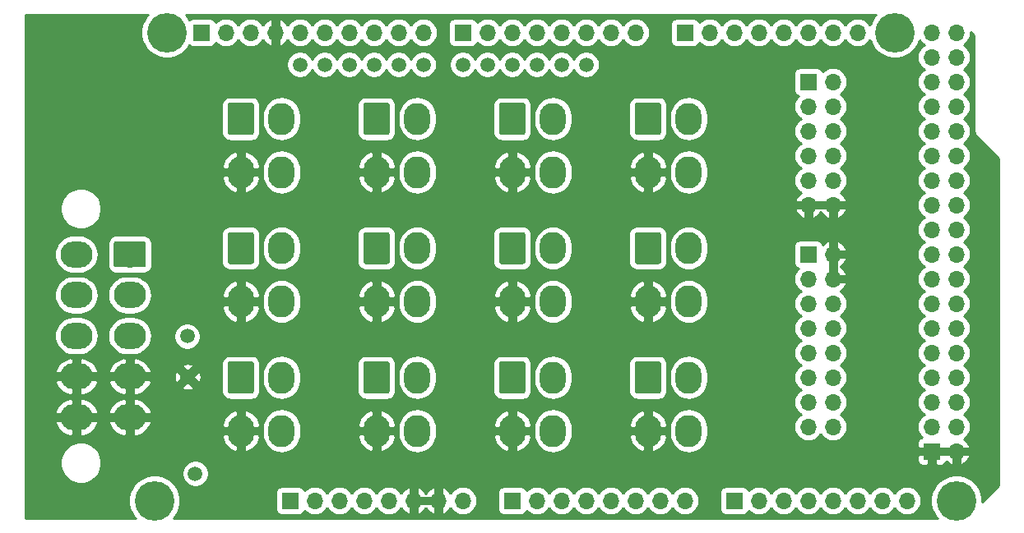
<source format=gbr>
G04 #@! TF.GenerationSoftware,KiCad,Pcbnew,(5.1.4)-1*
G04 #@! TF.CreationDate,2020-11-11T14:11:27-07:00*
G04 #@! TF.ProjectId,ABSIS Backlight Controller,41425349-5320-4426-9163-6b6c69676874,rev?*
G04 #@! TF.SameCoordinates,Original*
G04 #@! TF.FileFunction,Copper,L2,Bot*
G04 #@! TF.FilePolarity,Positive*
%FSLAX46Y46*%
G04 Gerber Fmt 4.6, Leading zero omitted, Abs format (unit mm)*
G04 Created by KiCad (PCBNEW (5.1.4)-1) date 2020-11-11 14:11:27*
%MOMM*%
%LPD*%
G04 APERTURE LIST*
%ADD10C,0.100000*%
%ADD11C,2.700000*%
%ADD12O,3.300000X2.700000*%
%ADD13C,4.064000*%
%ADD14C,1.500000*%
%ADD15R,1.700000X1.700000*%
%ADD16O,1.700000X1.700000*%
%ADD17O,2.700000X3.300000*%
%ADD18C,0.254000*%
G04 APERTURE END LIST*
D10*
G36*
X116232503Y-92377204D02*
G01*
X116256772Y-92380804D01*
X116280570Y-92386765D01*
X116303670Y-92395030D01*
X116325849Y-92405520D01*
X116346892Y-92418133D01*
X116366598Y-92432748D01*
X116384776Y-92449224D01*
X116401252Y-92467402D01*
X116415867Y-92487108D01*
X116428480Y-92508151D01*
X116438970Y-92530330D01*
X116447235Y-92553430D01*
X116453196Y-92577228D01*
X116456796Y-92601497D01*
X116458000Y-92626001D01*
X116458000Y-94825999D01*
X116456796Y-94850503D01*
X116453196Y-94874772D01*
X116447235Y-94898570D01*
X116438970Y-94921670D01*
X116428480Y-94943849D01*
X116415867Y-94964892D01*
X116401252Y-94984598D01*
X116384776Y-95002776D01*
X116366598Y-95019252D01*
X116346892Y-95033867D01*
X116325849Y-95046480D01*
X116303670Y-95056970D01*
X116280570Y-95065235D01*
X116256772Y-95071196D01*
X116232503Y-95074796D01*
X116207999Y-95076000D01*
X113408001Y-95076000D01*
X113383497Y-95074796D01*
X113359228Y-95071196D01*
X113335430Y-95065235D01*
X113312330Y-95056970D01*
X113290151Y-95046480D01*
X113269108Y-95033867D01*
X113249402Y-95019252D01*
X113231224Y-95002776D01*
X113214748Y-94984598D01*
X113200133Y-94964892D01*
X113187520Y-94943849D01*
X113177030Y-94921670D01*
X113168765Y-94898570D01*
X113162804Y-94874772D01*
X113159204Y-94850503D01*
X113158000Y-94825999D01*
X113158000Y-92626001D01*
X113159204Y-92601497D01*
X113162804Y-92577228D01*
X113168765Y-92553430D01*
X113177030Y-92530330D01*
X113187520Y-92508151D01*
X113200133Y-92487108D01*
X113214748Y-92467402D01*
X113231224Y-92449224D01*
X113249402Y-92432748D01*
X113269108Y-92418133D01*
X113290151Y-92405520D01*
X113312330Y-92395030D01*
X113335430Y-92386765D01*
X113359228Y-92380804D01*
X113383497Y-92377204D01*
X113408001Y-92376000D01*
X116207999Y-92376000D01*
X116232503Y-92377204D01*
X116232503Y-92377204D01*
G37*
D11*
X114808000Y-93726000D03*
D12*
X114808000Y-97926000D03*
X114808000Y-102126000D03*
X114808000Y-106326000D03*
X114808000Y-110526000D03*
X109308000Y-93726000D03*
X109308000Y-97926000D03*
X109308000Y-102126000D03*
X109308000Y-106326000D03*
X109308000Y-110526000D03*
D13*
X117348000Y-119126000D03*
X199898000Y-119126000D03*
X118618000Y-70866000D03*
X193548000Y-70866000D03*
D14*
X121539000Y-116332000D03*
X120713500Y-102171500D03*
X120777000Y-106362500D03*
D15*
X197358000Y-114046000D03*
D16*
X199898000Y-114046000D03*
X197358000Y-111506000D03*
X199898000Y-111506000D03*
X197358000Y-108966000D03*
X199898000Y-108966000D03*
X197358000Y-106426000D03*
X199898000Y-106426000D03*
X197358000Y-103886000D03*
X199898000Y-103886000D03*
X197358000Y-101346000D03*
X199898000Y-101346000D03*
X197358000Y-98806000D03*
X199898000Y-98806000D03*
X197358000Y-96266000D03*
X199898000Y-96266000D03*
X197358000Y-93726000D03*
X199898000Y-93726000D03*
X197358000Y-91186000D03*
X199898000Y-91186000D03*
X197358000Y-88646000D03*
X199898000Y-88646000D03*
X197358000Y-86106000D03*
X199898000Y-86106000D03*
X197358000Y-83566000D03*
X199898000Y-83566000D03*
X197358000Y-81026000D03*
X199898000Y-81026000D03*
X197358000Y-78486000D03*
X199898000Y-78486000D03*
X197358000Y-75946000D03*
X199898000Y-75946000D03*
X197358000Y-73406000D03*
X199898000Y-73406000D03*
X197358000Y-70866000D03*
X199898000Y-70866000D03*
D15*
X131318000Y-119126000D03*
D16*
X133858000Y-119126000D03*
X136398000Y-119126000D03*
X138938000Y-119126000D03*
X141478000Y-119126000D03*
X144018000Y-119126000D03*
X146558000Y-119126000D03*
X149098000Y-119126000D03*
D15*
X154178000Y-119126000D03*
D16*
X156718000Y-119126000D03*
X159258000Y-119126000D03*
X161798000Y-119126000D03*
X164338000Y-119126000D03*
X166878000Y-119126000D03*
X169418000Y-119126000D03*
X171958000Y-119126000D03*
D15*
X177038000Y-119126000D03*
D16*
X179578000Y-119126000D03*
X182118000Y-119126000D03*
X184658000Y-119126000D03*
X187198000Y-119126000D03*
X189738000Y-119126000D03*
X192278000Y-119126000D03*
X194818000Y-119126000D03*
D15*
X122174000Y-70866000D03*
D16*
X124714000Y-70866000D03*
X127254000Y-70866000D03*
X129794000Y-70866000D03*
X132334000Y-70866000D03*
X134874000Y-70866000D03*
X137414000Y-70866000D03*
X139954000Y-70866000D03*
X142494000Y-70866000D03*
X145034000Y-70866000D03*
X166878000Y-70866000D03*
X164338000Y-70866000D03*
X161798000Y-70866000D03*
X159258000Y-70866000D03*
X156718000Y-70866000D03*
X154178000Y-70866000D03*
X151638000Y-70866000D03*
D15*
X149098000Y-70866000D03*
D16*
X189738000Y-70866000D03*
X187198000Y-70866000D03*
X184658000Y-70866000D03*
X182118000Y-70866000D03*
X179578000Y-70866000D03*
X177038000Y-70866000D03*
X174498000Y-70866000D03*
D15*
X171958000Y-70866000D03*
D14*
X132334000Y-74168000D03*
X134874000Y-74168000D03*
X137414000Y-74168000D03*
X139954000Y-74168000D03*
X142494000Y-74168000D03*
X145034000Y-74168000D03*
X149098000Y-74168000D03*
X151638000Y-74168000D03*
X154178000Y-74168000D03*
X156718000Y-74168000D03*
X159258000Y-74168000D03*
X161798000Y-74168000D03*
D15*
X184658000Y-75946000D03*
D16*
X187198000Y-75946000D03*
X184658000Y-78486000D03*
X187198000Y-78486000D03*
X184658000Y-81026000D03*
X187198000Y-81026000D03*
X184658000Y-83566000D03*
X187198000Y-83566000D03*
X184658000Y-86106000D03*
X187198000Y-86106000D03*
X184658000Y-88646000D03*
X187198000Y-88646000D03*
D15*
X184658000Y-93726000D03*
D16*
X187198000Y-93726000D03*
X184658000Y-96266000D03*
X187198000Y-96266000D03*
X184658000Y-98806000D03*
X187198000Y-98806000D03*
X184658000Y-101346000D03*
X187198000Y-101346000D03*
X184658000Y-103886000D03*
X187198000Y-103886000D03*
X184658000Y-106426000D03*
X187198000Y-106426000D03*
X184658000Y-108966000D03*
X187198000Y-108966000D03*
X184658000Y-111506000D03*
X187198000Y-111506000D03*
D17*
X130438000Y-85256000D03*
X126238000Y-85256000D03*
X130438000Y-79756000D03*
D10*
G36*
X127362503Y-78107204D02*
G01*
X127386772Y-78110804D01*
X127410570Y-78116765D01*
X127433670Y-78125030D01*
X127455849Y-78135520D01*
X127476892Y-78148133D01*
X127496598Y-78162748D01*
X127514776Y-78179224D01*
X127531252Y-78197402D01*
X127545867Y-78217108D01*
X127558480Y-78238151D01*
X127568970Y-78260330D01*
X127577235Y-78283430D01*
X127583196Y-78307228D01*
X127586796Y-78331497D01*
X127588000Y-78356001D01*
X127588000Y-81155999D01*
X127586796Y-81180503D01*
X127583196Y-81204772D01*
X127577235Y-81228570D01*
X127568970Y-81251670D01*
X127558480Y-81273849D01*
X127545867Y-81294892D01*
X127531252Y-81314598D01*
X127514776Y-81332776D01*
X127496598Y-81349252D01*
X127476892Y-81363867D01*
X127455849Y-81376480D01*
X127433670Y-81386970D01*
X127410570Y-81395235D01*
X127386772Y-81401196D01*
X127362503Y-81404796D01*
X127337999Y-81406000D01*
X125138001Y-81406000D01*
X125113497Y-81404796D01*
X125089228Y-81401196D01*
X125065430Y-81395235D01*
X125042330Y-81386970D01*
X125020151Y-81376480D01*
X124999108Y-81363867D01*
X124979402Y-81349252D01*
X124961224Y-81332776D01*
X124944748Y-81314598D01*
X124930133Y-81294892D01*
X124917520Y-81273849D01*
X124907030Y-81251670D01*
X124898765Y-81228570D01*
X124892804Y-81204772D01*
X124889204Y-81180503D01*
X124888000Y-81155999D01*
X124888000Y-78356001D01*
X124889204Y-78331497D01*
X124892804Y-78307228D01*
X124898765Y-78283430D01*
X124907030Y-78260330D01*
X124917520Y-78238151D01*
X124930133Y-78217108D01*
X124944748Y-78197402D01*
X124961224Y-78179224D01*
X124979402Y-78162748D01*
X124999108Y-78148133D01*
X125020151Y-78135520D01*
X125042330Y-78125030D01*
X125065430Y-78116765D01*
X125089228Y-78110804D01*
X125113497Y-78107204D01*
X125138001Y-78106000D01*
X127337999Y-78106000D01*
X127362503Y-78107204D01*
X127362503Y-78107204D01*
G37*
D11*
X126238000Y-79756000D03*
D10*
G36*
X127362503Y-91442204D02*
G01*
X127386772Y-91445804D01*
X127410570Y-91451765D01*
X127433670Y-91460030D01*
X127455849Y-91470520D01*
X127476892Y-91483133D01*
X127496598Y-91497748D01*
X127514776Y-91514224D01*
X127531252Y-91532402D01*
X127545867Y-91552108D01*
X127558480Y-91573151D01*
X127568970Y-91595330D01*
X127577235Y-91618430D01*
X127583196Y-91642228D01*
X127586796Y-91666497D01*
X127588000Y-91691001D01*
X127588000Y-94490999D01*
X127586796Y-94515503D01*
X127583196Y-94539772D01*
X127577235Y-94563570D01*
X127568970Y-94586670D01*
X127558480Y-94608849D01*
X127545867Y-94629892D01*
X127531252Y-94649598D01*
X127514776Y-94667776D01*
X127496598Y-94684252D01*
X127476892Y-94698867D01*
X127455849Y-94711480D01*
X127433670Y-94721970D01*
X127410570Y-94730235D01*
X127386772Y-94736196D01*
X127362503Y-94739796D01*
X127337999Y-94741000D01*
X125138001Y-94741000D01*
X125113497Y-94739796D01*
X125089228Y-94736196D01*
X125065430Y-94730235D01*
X125042330Y-94721970D01*
X125020151Y-94711480D01*
X124999108Y-94698867D01*
X124979402Y-94684252D01*
X124961224Y-94667776D01*
X124944748Y-94649598D01*
X124930133Y-94629892D01*
X124917520Y-94608849D01*
X124907030Y-94586670D01*
X124898765Y-94563570D01*
X124892804Y-94539772D01*
X124889204Y-94515503D01*
X124888000Y-94490999D01*
X124888000Y-91691001D01*
X124889204Y-91666497D01*
X124892804Y-91642228D01*
X124898765Y-91618430D01*
X124907030Y-91595330D01*
X124917520Y-91573151D01*
X124930133Y-91552108D01*
X124944748Y-91532402D01*
X124961224Y-91514224D01*
X124979402Y-91497748D01*
X124999108Y-91483133D01*
X125020151Y-91470520D01*
X125042330Y-91460030D01*
X125065430Y-91451765D01*
X125089228Y-91445804D01*
X125113497Y-91442204D01*
X125138001Y-91441000D01*
X127337999Y-91441000D01*
X127362503Y-91442204D01*
X127362503Y-91442204D01*
G37*
D11*
X126238000Y-93091000D03*
D17*
X130438000Y-93091000D03*
X126238000Y-98591000D03*
X130438000Y-98591000D03*
X130438000Y-111926000D03*
X126238000Y-111926000D03*
X130438000Y-106426000D03*
D10*
G36*
X127362503Y-104777204D02*
G01*
X127386772Y-104780804D01*
X127410570Y-104786765D01*
X127433670Y-104795030D01*
X127455849Y-104805520D01*
X127476892Y-104818133D01*
X127496598Y-104832748D01*
X127514776Y-104849224D01*
X127531252Y-104867402D01*
X127545867Y-104887108D01*
X127558480Y-104908151D01*
X127568970Y-104930330D01*
X127577235Y-104953430D01*
X127583196Y-104977228D01*
X127586796Y-105001497D01*
X127588000Y-105026001D01*
X127588000Y-107825999D01*
X127586796Y-107850503D01*
X127583196Y-107874772D01*
X127577235Y-107898570D01*
X127568970Y-107921670D01*
X127558480Y-107943849D01*
X127545867Y-107964892D01*
X127531252Y-107984598D01*
X127514776Y-108002776D01*
X127496598Y-108019252D01*
X127476892Y-108033867D01*
X127455849Y-108046480D01*
X127433670Y-108056970D01*
X127410570Y-108065235D01*
X127386772Y-108071196D01*
X127362503Y-108074796D01*
X127337999Y-108076000D01*
X125138001Y-108076000D01*
X125113497Y-108074796D01*
X125089228Y-108071196D01*
X125065430Y-108065235D01*
X125042330Y-108056970D01*
X125020151Y-108046480D01*
X124999108Y-108033867D01*
X124979402Y-108019252D01*
X124961224Y-108002776D01*
X124944748Y-107984598D01*
X124930133Y-107964892D01*
X124917520Y-107943849D01*
X124907030Y-107921670D01*
X124898765Y-107898570D01*
X124892804Y-107874772D01*
X124889204Y-107850503D01*
X124888000Y-107825999D01*
X124888000Y-105026001D01*
X124889204Y-105001497D01*
X124892804Y-104977228D01*
X124898765Y-104953430D01*
X124907030Y-104930330D01*
X124917520Y-104908151D01*
X124930133Y-104887108D01*
X124944748Y-104867402D01*
X124961224Y-104849224D01*
X124979402Y-104832748D01*
X124999108Y-104818133D01*
X125020151Y-104805520D01*
X125042330Y-104795030D01*
X125065430Y-104786765D01*
X125089228Y-104780804D01*
X125113497Y-104777204D01*
X125138001Y-104776000D01*
X127337999Y-104776000D01*
X127362503Y-104777204D01*
X127362503Y-104777204D01*
G37*
D11*
X126238000Y-106426000D03*
D10*
G36*
X141332503Y-78107204D02*
G01*
X141356772Y-78110804D01*
X141380570Y-78116765D01*
X141403670Y-78125030D01*
X141425849Y-78135520D01*
X141446892Y-78148133D01*
X141466598Y-78162748D01*
X141484776Y-78179224D01*
X141501252Y-78197402D01*
X141515867Y-78217108D01*
X141528480Y-78238151D01*
X141538970Y-78260330D01*
X141547235Y-78283430D01*
X141553196Y-78307228D01*
X141556796Y-78331497D01*
X141558000Y-78356001D01*
X141558000Y-81155999D01*
X141556796Y-81180503D01*
X141553196Y-81204772D01*
X141547235Y-81228570D01*
X141538970Y-81251670D01*
X141528480Y-81273849D01*
X141515867Y-81294892D01*
X141501252Y-81314598D01*
X141484776Y-81332776D01*
X141466598Y-81349252D01*
X141446892Y-81363867D01*
X141425849Y-81376480D01*
X141403670Y-81386970D01*
X141380570Y-81395235D01*
X141356772Y-81401196D01*
X141332503Y-81404796D01*
X141307999Y-81406000D01*
X139108001Y-81406000D01*
X139083497Y-81404796D01*
X139059228Y-81401196D01*
X139035430Y-81395235D01*
X139012330Y-81386970D01*
X138990151Y-81376480D01*
X138969108Y-81363867D01*
X138949402Y-81349252D01*
X138931224Y-81332776D01*
X138914748Y-81314598D01*
X138900133Y-81294892D01*
X138887520Y-81273849D01*
X138877030Y-81251670D01*
X138868765Y-81228570D01*
X138862804Y-81204772D01*
X138859204Y-81180503D01*
X138858000Y-81155999D01*
X138858000Y-78356001D01*
X138859204Y-78331497D01*
X138862804Y-78307228D01*
X138868765Y-78283430D01*
X138877030Y-78260330D01*
X138887520Y-78238151D01*
X138900133Y-78217108D01*
X138914748Y-78197402D01*
X138931224Y-78179224D01*
X138949402Y-78162748D01*
X138969108Y-78148133D01*
X138990151Y-78135520D01*
X139012330Y-78125030D01*
X139035430Y-78116765D01*
X139059228Y-78110804D01*
X139083497Y-78107204D01*
X139108001Y-78106000D01*
X141307999Y-78106000D01*
X141332503Y-78107204D01*
X141332503Y-78107204D01*
G37*
D11*
X140208000Y-79756000D03*
D17*
X144408000Y-79756000D03*
X140208000Y-85256000D03*
X144408000Y-85256000D03*
X144408000Y-98591000D03*
X140208000Y-98591000D03*
X144408000Y-93091000D03*
D10*
G36*
X141332503Y-91442204D02*
G01*
X141356772Y-91445804D01*
X141380570Y-91451765D01*
X141403670Y-91460030D01*
X141425849Y-91470520D01*
X141446892Y-91483133D01*
X141466598Y-91497748D01*
X141484776Y-91514224D01*
X141501252Y-91532402D01*
X141515867Y-91552108D01*
X141528480Y-91573151D01*
X141538970Y-91595330D01*
X141547235Y-91618430D01*
X141553196Y-91642228D01*
X141556796Y-91666497D01*
X141558000Y-91691001D01*
X141558000Y-94490999D01*
X141556796Y-94515503D01*
X141553196Y-94539772D01*
X141547235Y-94563570D01*
X141538970Y-94586670D01*
X141528480Y-94608849D01*
X141515867Y-94629892D01*
X141501252Y-94649598D01*
X141484776Y-94667776D01*
X141466598Y-94684252D01*
X141446892Y-94698867D01*
X141425849Y-94711480D01*
X141403670Y-94721970D01*
X141380570Y-94730235D01*
X141356772Y-94736196D01*
X141332503Y-94739796D01*
X141307999Y-94741000D01*
X139108001Y-94741000D01*
X139083497Y-94739796D01*
X139059228Y-94736196D01*
X139035430Y-94730235D01*
X139012330Y-94721970D01*
X138990151Y-94711480D01*
X138969108Y-94698867D01*
X138949402Y-94684252D01*
X138931224Y-94667776D01*
X138914748Y-94649598D01*
X138900133Y-94629892D01*
X138887520Y-94608849D01*
X138877030Y-94586670D01*
X138868765Y-94563570D01*
X138862804Y-94539772D01*
X138859204Y-94515503D01*
X138858000Y-94490999D01*
X138858000Y-91691001D01*
X138859204Y-91666497D01*
X138862804Y-91642228D01*
X138868765Y-91618430D01*
X138877030Y-91595330D01*
X138887520Y-91573151D01*
X138900133Y-91552108D01*
X138914748Y-91532402D01*
X138931224Y-91514224D01*
X138949402Y-91497748D01*
X138969108Y-91483133D01*
X138990151Y-91470520D01*
X139012330Y-91460030D01*
X139035430Y-91451765D01*
X139059228Y-91445804D01*
X139083497Y-91442204D01*
X139108001Y-91441000D01*
X141307999Y-91441000D01*
X141332503Y-91442204D01*
X141332503Y-91442204D01*
G37*
D11*
X140208000Y-93091000D03*
D10*
G36*
X141332503Y-104777204D02*
G01*
X141356772Y-104780804D01*
X141380570Y-104786765D01*
X141403670Y-104795030D01*
X141425849Y-104805520D01*
X141446892Y-104818133D01*
X141466598Y-104832748D01*
X141484776Y-104849224D01*
X141501252Y-104867402D01*
X141515867Y-104887108D01*
X141528480Y-104908151D01*
X141538970Y-104930330D01*
X141547235Y-104953430D01*
X141553196Y-104977228D01*
X141556796Y-105001497D01*
X141558000Y-105026001D01*
X141558000Y-107825999D01*
X141556796Y-107850503D01*
X141553196Y-107874772D01*
X141547235Y-107898570D01*
X141538970Y-107921670D01*
X141528480Y-107943849D01*
X141515867Y-107964892D01*
X141501252Y-107984598D01*
X141484776Y-108002776D01*
X141466598Y-108019252D01*
X141446892Y-108033867D01*
X141425849Y-108046480D01*
X141403670Y-108056970D01*
X141380570Y-108065235D01*
X141356772Y-108071196D01*
X141332503Y-108074796D01*
X141307999Y-108076000D01*
X139108001Y-108076000D01*
X139083497Y-108074796D01*
X139059228Y-108071196D01*
X139035430Y-108065235D01*
X139012330Y-108056970D01*
X138990151Y-108046480D01*
X138969108Y-108033867D01*
X138949402Y-108019252D01*
X138931224Y-108002776D01*
X138914748Y-107984598D01*
X138900133Y-107964892D01*
X138887520Y-107943849D01*
X138877030Y-107921670D01*
X138868765Y-107898570D01*
X138862804Y-107874772D01*
X138859204Y-107850503D01*
X138858000Y-107825999D01*
X138858000Y-105026001D01*
X138859204Y-105001497D01*
X138862804Y-104977228D01*
X138868765Y-104953430D01*
X138877030Y-104930330D01*
X138887520Y-104908151D01*
X138900133Y-104887108D01*
X138914748Y-104867402D01*
X138931224Y-104849224D01*
X138949402Y-104832748D01*
X138969108Y-104818133D01*
X138990151Y-104805520D01*
X139012330Y-104795030D01*
X139035430Y-104786765D01*
X139059228Y-104780804D01*
X139083497Y-104777204D01*
X139108001Y-104776000D01*
X141307999Y-104776000D01*
X141332503Y-104777204D01*
X141332503Y-104777204D01*
G37*
D11*
X140208000Y-106426000D03*
D17*
X144408000Y-106426000D03*
X140208000Y-111926000D03*
X144408000Y-111926000D03*
X158378000Y-85256000D03*
X154178000Y-85256000D03*
X158378000Y-79756000D03*
D10*
G36*
X155302503Y-78107204D02*
G01*
X155326772Y-78110804D01*
X155350570Y-78116765D01*
X155373670Y-78125030D01*
X155395849Y-78135520D01*
X155416892Y-78148133D01*
X155436598Y-78162748D01*
X155454776Y-78179224D01*
X155471252Y-78197402D01*
X155485867Y-78217108D01*
X155498480Y-78238151D01*
X155508970Y-78260330D01*
X155517235Y-78283430D01*
X155523196Y-78307228D01*
X155526796Y-78331497D01*
X155528000Y-78356001D01*
X155528000Y-81155999D01*
X155526796Y-81180503D01*
X155523196Y-81204772D01*
X155517235Y-81228570D01*
X155508970Y-81251670D01*
X155498480Y-81273849D01*
X155485867Y-81294892D01*
X155471252Y-81314598D01*
X155454776Y-81332776D01*
X155436598Y-81349252D01*
X155416892Y-81363867D01*
X155395849Y-81376480D01*
X155373670Y-81386970D01*
X155350570Y-81395235D01*
X155326772Y-81401196D01*
X155302503Y-81404796D01*
X155277999Y-81406000D01*
X153078001Y-81406000D01*
X153053497Y-81404796D01*
X153029228Y-81401196D01*
X153005430Y-81395235D01*
X152982330Y-81386970D01*
X152960151Y-81376480D01*
X152939108Y-81363867D01*
X152919402Y-81349252D01*
X152901224Y-81332776D01*
X152884748Y-81314598D01*
X152870133Y-81294892D01*
X152857520Y-81273849D01*
X152847030Y-81251670D01*
X152838765Y-81228570D01*
X152832804Y-81204772D01*
X152829204Y-81180503D01*
X152828000Y-81155999D01*
X152828000Y-78356001D01*
X152829204Y-78331497D01*
X152832804Y-78307228D01*
X152838765Y-78283430D01*
X152847030Y-78260330D01*
X152857520Y-78238151D01*
X152870133Y-78217108D01*
X152884748Y-78197402D01*
X152901224Y-78179224D01*
X152919402Y-78162748D01*
X152939108Y-78148133D01*
X152960151Y-78135520D01*
X152982330Y-78125030D01*
X153005430Y-78116765D01*
X153029228Y-78110804D01*
X153053497Y-78107204D01*
X153078001Y-78106000D01*
X155277999Y-78106000D01*
X155302503Y-78107204D01*
X155302503Y-78107204D01*
G37*
D11*
X154178000Y-79756000D03*
D10*
G36*
X155302503Y-91442204D02*
G01*
X155326772Y-91445804D01*
X155350570Y-91451765D01*
X155373670Y-91460030D01*
X155395849Y-91470520D01*
X155416892Y-91483133D01*
X155436598Y-91497748D01*
X155454776Y-91514224D01*
X155471252Y-91532402D01*
X155485867Y-91552108D01*
X155498480Y-91573151D01*
X155508970Y-91595330D01*
X155517235Y-91618430D01*
X155523196Y-91642228D01*
X155526796Y-91666497D01*
X155528000Y-91691001D01*
X155528000Y-94490999D01*
X155526796Y-94515503D01*
X155523196Y-94539772D01*
X155517235Y-94563570D01*
X155508970Y-94586670D01*
X155498480Y-94608849D01*
X155485867Y-94629892D01*
X155471252Y-94649598D01*
X155454776Y-94667776D01*
X155436598Y-94684252D01*
X155416892Y-94698867D01*
X155395849Y-94711480D01*
X155373670Y-94721970D01*
X155350570Y-94730235D01*
X155326772Y-94736196D01*
X155302503Y-94739796D01*
X155277999Y-94741000D01*
X153078001Y-94741000D01*
X153053497Y-94739796D01*
X153029228Y-94736196D01*
X153005430Y-94730235D01*
X152982330Y-94721970D01*
X152960151Y-94711480D01*
X152939108Y-94698867D01*
X152919402Y-94684252D01*
X152901224Y-94667776D01*
X152884748Y-94649598D01*
X152870133Y-94629892D01*
X152857520Y-94608849D01*
X152847030Y-94586670D01*
X152838765Y-94563570D01*
X152832804Y-94539772D01*
X152829204Y-94515503D01*
X152828000Y-94490999D01*
X152828000Y-91691001D01*
X152829204Y-91666497D01*
X152832804Y-91642228D01*
X152838765Y-91618430D01*
X152847030Y-91595330D01*
X152857520Y-91573151D01*
X152870133Y-91552108D01*
X152884748Y-91532402D01*
X152901224Y-91514224D01*
X152919402Y-91497748D01*
X152939108Y-91483133D01*
X152960151Y-91470520D01*
X152982330Y-91460030D01*
X153005430Y-91451765D01*
X153029228Y-91445804D01*
X153053497Y-91442204D01*
X153078001Y-91441000D01*
X155277999Y-91441000D01*
X155302503Y-91442204D01*
X155302503Y-91442204D01*
G37*
D11*
X154178000Y-93091000D03*
D17*
X158378000Y-93091000D03*
X154178000Y-98591000D03*
X158378000Y-98591000D03*
X158378000Y-111926000D03*
X154178000Y-111926000D03*
X158378000Y-106426000D03*
D10*
G36*
X155302503Y-104777204D02*
G01*
X155326772Y-104780804D01*
X155350570Y-104786765D01*
X155373670Y-104795030D01*
X155395849Y-104805520D01*
X155416892Y-104818133D01*
X155436598Y-104832748D01*
X155454776Y-104849224D01*
X155471252Y-104867402D01*
X155485867Y-104887108D01*
X155498480Y-104908151D01*
X155508970Y-104930330D01*
X155517235Y-104953430D01*
X155523196Y-104977228D01*
X155526796Y-105001497D01*
X155528000Y-105026001D01*
X155528000Y-107825999D01*
X155526796Y-107850503D01*
X155523196Y-107874772D01*
X155517235Y-107898570D01*
X155508970Y-107921670D01*
X155498480Y-107943849D01*
X155485867Y-107964892D01*
X155471252Y-107984598D01*
X155454776Y-108002776D01*
X155436598Y-108019252D01*
X155416892Y-108033867D01*
X155395849Y-108046480D01*
X155373670Y-108056970D01*
X155350570Y-108065235D01*
X155326772Y-108071196D01*
X155302503Y-108074796D01*
X155277999Y-108076000D01*
X153078001Y-108076000D01*
X153053497Y-108074796D01*
X153029228Y-108071196D01*
X153005430Y-108065235D01*
X152982330Y-108056970D01*
X152960151Y-108046480D01*
X152939108Y-108033867D01*
X152919402Y-108019252D01*
X152901224Y-108002776D01*
X152884748Y-107984598D01*
X152870133Y-107964892D01*
X152857520Y-107943849D01*
X152847030Y-107921670D01*
X152838765Y-107898570D01*
X152832804Y-107874772D01*
X152829204Y-107850503D01*
X152828000Y-107825999D01*
X152828000Y-105026001D01*
X152829204Y-105001497D01*
X152832804Y-104977228D01*
X152838765Y-104953430D01*
X152847030Y-104930330D01*
X152857520Y-104908151D01*
X152870133Y-104887108D01*
X152884748Y-104867402D01*
X152901224Y-104849224D01*
X152919402Y-104832748D01*
X152939108Y-104818133D01*
X152960151Y-104805520D01*
X152982330Y-104795030D01*
X153005430Y-104786765D01*
X153029228Y-104780804D01*
X153053497Y-104777204D01*
X153078001Y-104776000D01*
X155277999Y-104776000D01*
X155302503Y-104777204D01*
X155302503Y-104777204D01*
G37*
D11*
X154178000Y-106426000D03*
D10*
G36*
X169272503Y-78107204D02*
G01*
X169296772Y-78110804D01*
X169320570Y-78116765D01*
X169343670Y-78125030D01*
X169365849Y-78135520D01*
X169386892Y-78148133D01*
X169406598Y-78162748D01*
X169424776Y-78179224D01*
X169441252Y-78197402D01*
X169455867Y-78217108D01*
X169468480Y-78238151D01*
X169478970Y-78260330D01*
X169487235Y-78283430D01*
X169493196Y-78307228D01*
X169496796Y-78331497D01*
X169498000Y-78356001D01*
X169498000Y-81155999D01*
X169496796Y-81180503D01*
X169493196Y-81204772D01*
X169487235Y-81228570D01*
X169478970Y-81251670D01*
X169468480Y-81273849D01*
X169455867Y-81294892D01*
X169441252Y-81314598D01*
X169424776Y-81332776D01*
X169406598Y-81349252D01*
X169386892Y-81363867D01*
X169365849Y-81376480D01*
X169343670Y-81386970D01*
X169320570Y-81395235D01*
X169296772Y-81401196D01*
X169272503Y-81404796D01*
X169247999Y-81406000D01*
X167048001Y-81406000D01*
X167023497Y-81404796D01*
X166999228Y-81401196D01*
X166975430Y-81395235D01*
X166952330Y-81386970D01*
X166930151Y-81376480D01*
X166909108Y-81363867D01*
X166889402Y-81349252D01*
X166871224Y-81332776D01*
X166854748Y-81314598D01*
X166840133Y-81294892D01*
X166827520Y-81273849D01*
X166817030Y-81251670D01*
X166808765Y-81228570D01*
X166802804Y-81204772D01*
X166799204Y-81180503D01*
X166798000Y-81155999D01*
X166798000Y-78356001D01*
X166799204Y-78331497D01*
X166802804Y-78307228D01*
X166808765Y-78283430D01*
X166817030Y-78260330D01*
X166827520Y-78238151D01*
X166840133Y-78217108D01*
X166854748Y-78197402D01*
X166871224Y-78179224D01*
X166889402Y-78162748D01*
X166909108Y-78148133D01*
X166930151Y-78135520D01*
X166952330Y-78125030D01*
X166975430Y-78116765D01*
X166999228Y-78110804D01*
X167023497Y-78107204D01*
X167048001Y-78106000D01*
X169247999Y-78106000D01*
X169272503Y-78107204D01*
X169272503Y-78107204D01*
G37*
D11*
X168148000Y-79756000D03*
D17*
X172348000Y-79756000D03*
X168148000Y-85256000D03*
X172348000Y-85256000D03*
X172348000Y-98591000D03*
X168148000Y-98591000D03*
X172348000Y-93091000D03*
D10*
G36*
X169272503Y-91442204D02*
G01*
X169296772Y-91445804D01*
X169320570Y-91451765D01*
X169343670Y-91460030D01*
X169365849Y-91470520D01*
X169386892Y-91483133D01*
X169406598Y-91497748D01*
X169424776Y-91514224D01*
X169441252Y-91532402D01*
X169455867Y-91552108D01*
X169468480Y-91573151D01*
X169478970Y-91595330D01*
X169487235Y-91618430D01*
X169493196Y-91642228D01*
X169496796Y-91666497D01*
X169498000Y-91691001D01*
X169498000Y-94490999D01*
X169496796Y-94515503D01*
X169493196Y-94539772D01*
X169487235Y-94563570D01*
X169478970Y-94586670D01*
X169468480Y-94608849D01*
X169455867Y-94629892D01*
X169441252Y-94649598D01*
X169424776Y-94667776D01*
X169406598Y-94684252D01*
X169386892Y-94698867D01*
X169365849Y-94711480D01*
X169343670Y-94721970D01*
X169320570Y-94730235D01*
X169296772Y-94736196D01*
X169272503Y-94739796D01*
X169247999Y-94741000D01*
X167048001Y-94741000D01*
X167023497Y-94739796D01*
X166999228Y-94736196D01*
X166975430Y-94730235D01*
X166952330Y-94721970D01*
X166930151Y-94711480D01*
X166909108Y-94698867D01*
X166889402Y-94684252D01*
X166871224Y-94667776D01*
X166854748Y-94649598D01*
X166840133Y-94629892D01*
X166827520Y-94608849D01*
X166817030Y-94586670D01*
X166808765Y-94563570D01*
X166802804Y-94539772D01*
X166799204Y-94515503D01*
X166798000Y-94490999D01*
X166798000Y-91691001D01*
X166799204Y-91666497D01*
X166802804Y-91642228D01*
X166808765Y-91618430D01*
X166817030Y-91595330D01*
X166827520Y-91573151D01*
X166840133Y-91552108D01*
X166854748Y-91532402D01*
X166871224Y-91514224D01*
X166889402Y-91497748D01*
X166909108Y-91483133D01*
X166930151Y-91470520D01*
X166952330Y-91460030D01*
X166975430Y-91451765D01*
X166999228Y-91445804D01*
X167023497Y-91442204D01*
X167048001Y-91441000D01*
X169247999Y-91441000D01*
X169272503Y-91442204D01*
X169272503Y-91442204D01*
G37*
D11*
X168148000Y-93091000D03*
D10*
G36*
X169272503Y-104777204D02*
G01*
X169296772Y-104780804D01*
X169320570Y-104786765D01*
X169343670Y-104795030D01*
X169365849Y-104805520D01*
X169386892Y-104818133D01*
X169406598Y-104832748D01*
X169424776Y-104849224D01*
X169441252Y-104867402D01*
X169455867Y-104887108D01*
X169468480Y-104908151D01*
X169478970Y-104930330D01*
X169487235Y-104953430D01*
X169493196Y-104977228D01*
X169496796Y-105001497D01*
X169498000Y-105026001D01*
X169498000Y-107825999D01*
X169496796Y-107850503D01*
X169493196Y-107874772D01*
X169487235Y-107898570D01*
X169478970Y-107921670D01*
X169468480Y-107943849D01*
X169455867Y-107964892D01*
X169441252Y-107984598D01*
X169424776Y-108002776D01*
X169406598Y-108019252D01*
X169386892Y-108033867D01*
X169365849Y-108046480D01*
X169343670Y-108056970D01*
X169320570Y-108065235D01*
X169296772Y-108071196D01*
X169272503Y-108074796D01*
X169247999Y-108076000D01*
X167048001Y-108076000D01*
X167023497Y-108074796D01*
X166999228Y-108071196D01*
X166975430Y-108065235D01*
X166952330Y-108056970D01*
X166930151Y-108046480D01*
X166909108Y-108033867D01*
X166889402Y-108019252D01*
X166871224Y-108002776D01*
X166854748Y-107984598D01*
X166840133Y-107964892D01*
X166827520Y-107943849D01*
X166817030Y-107921670D01*
X166808765Y-107898570D01*
X166802804Y-107874772D01*
X166799204Y-107850503D01*
X166798000Y-107825999D01*
X166798000Y-105026001D01*
X166799204Y-105001497D01*
X166802804Y-104977228D01*
X166808765Y-104953430D01*
X166817030Y-104930330D01*
X166827520Y-104908151D01*
X166840133Y-104887108D01*
X166854748Y-104867402D01*
X166871224Y-104849224D01*
X166889402Y-104832748D01*
X166909108Y-104818133D01*
X166930151Y-104805520D01*
X166952330Y-104795030D01*
X166975430Y-104786765D01*
X166999228Y-104780804D01*
X167023497Y-104777204D01*
X167048001Y-104776000D01*
X169247999Y-104776000D01*
X169272503Y-104777204D01*
X169272503Y-104777204D01*
G37*
D11*
X168148000Y-106426000D03*
D17*
X172348000Y-106426000D03*
X168148000Y-111926000D03*
X172348000Y-111926000D03*
D18*
G36*
X116546406Y-69165887D02*
G01*
X116254536Y-69602702D01*
X116053492Y-70088065D01*
X115951000Y-70603323D01*
X115951000Y-71128677D01*
X116053492Y-71643935D01*
X116254536Y-72129298D01*
X116546406Y-72566113D01*
X116917887Y-72937594D01*
X117354702Y-73229464D01*
X117840065Y-73430508D01*
X118355323Y-73533000D01*
X118880677Y-73533000D01*
X119395935Y-73430508D01*
X119881298Y-73229464D01*
X120318113Y-72937594D01*
X120689594Y-72566113D01*
X120926636Y-72211354D01*
X120969506Y-72246537D01*
X121079820Y-72305502D01*
X121199518Y-72341812D01*
X121324000Y-72354072D01*
X123024000Y-72354072D01*
X123148482Y-72341812D01*
X123268180Y-72305502D01*
X123378494Y-72246537D01*
X123475185Y-72167185D01*
X123554537Y-72070494D01*
X123613502Y-71960180D01*
X123634393Y-71891313D01*
X123658866Y-71921134D01*
X123884986Y-72106706D01*
X124142966Y-72244599D01*
X124422889Y-72329513D01*
X124641050Y-72351000D01*
X124786950Y-72351000D01*
X125005111Y-72329513D01*
X125285034Y-72244599D01*
X125543014Y-72106706D01*
X125769134Y-71921134D01*
X125954706Y-71695014D01*
X125984000Y-71640209D01*
X126013294Y-71695014D01*
X126198866Y-71921134D01*
X126424986Y-72106706D01*
X126682966Y-72244599D01*
X126962889Y-72329513D01*
X127181050Y-72351000D01*
X127326950Y-72351000D01*
X127545111Y-72329513D01*
X127825034Y-72244599D01*
X128083014Y-72106706D01*
X128309134Y-71921134D01*
X128494706Y-71695014D01*
X128527468Y-71633721D01*
X128549828Y-71676740D01*
X128731902Y-71903888D01*
X128954792Y-72091150D01*
X129209932Y-72231330D01*
X129241566Y-72244420D01*
X129464000Y-72150538D01*
X129464000Y-71196000D01*
X129444000Y-71196000D01*
X129444000Y-70536000D01*
X129464000Y-70536000D01*
X129464000Y-69581462D01*
X130124000Y-69581462D01*
X130124000Y-70536000D01*
X130144000Y-70536000D01*
X130144000Y-71196000D01*
X130124000Y-71196000D01*
X130124000Y-72150538D01*
X130346434Y-72244420D01*
X130378068Y-72231330D01*
X130633208Y-72091150D01*
X130856098Y-71903888D01*
X131038172Y-71676740D01*
X131060532Y-71633721D01*
X131093294Y-71695014D01*
X131278866Y-71921134D01*
X131504986Y-72106706D01*
X131762966Y-72244599D01*
X132042889Y-72329513D01*
X132261050Y-72351000D01*
X132406950Y-72351000D01*
X132625111Y-72329513D01*
X132905034Y-72244599D01*
X133163014Y-72106706D01*
X133389134Y-71921134D01*
X133574706Y-71695014D01*
X133604000Y-71640209D01*
X133633294Y-71695014D01*
X133818866Y-71921134D01*
X134044986Y-72106706D01*
X134302966Y-72244599D01*
X134582889Y-72329513D01*
X134801050Y-72351000D01*
X134946950Y-72351000D01*
X135165111Y-72329513D01*
X135445034Y-72244599D01*
X135703014Y-72106706D01*
X135929134Y-71921134D01*
X136114706Y-71695014D01*
X136144000Y-71640209D01*
X136173294Y-71695014D01*
X136358866Y-71921134D01*
X136584986Y-72106706D01*
X136842966Y-72244599D01*
X137122889Y-72329513D01*
X137341050Y-72351000D01*
X137486950Y-72351000D01*
X137705111Y-72329513D01*
X137985034Y-72244599D01*
X138243014Y-72106706D01*
X138469134Y-71921134D01*
X138654706Y-71695014D01*
X138684000Y-71640209D01*
X138713294Y-71695014D01*
X138898866Y-71921134D01*
X139124986Y-72106706D01*
X139382966Y-72244599D01*
X139662889Y-72329513D01*
X139881050Y-72351000D01*
X140026950Y-72351000D01*
X140245111Y-72329513D01*
X140525034Y-72244599D01*
X140783014Y-72106706D01*
X141009134Y-71921134D01*
X141194706Y-71695014D01*
X141224000Y-71640209D01*
X141253294Y-71695014D01*
X141438866Y-71921134D01*
X141664986Y-72106706D01*
X141922966Y-72244599D01*
X142202889Y-72329513D01*
X142421050Y-72351000D01*
X142566950Y-72351000D01*
X142785111Y-72329513D01*
X143065034Y-72244599D01*
X143323014Y-72106706D01*
X143549134Y-71921134D01*
X143734706Y-71695014D01*
X143764000Y-71640209D01*
X143793294Y-71695014D01*
X143978866Y-71921134D01*
X144204986Y-72106706D01*
X144462966Y-72244599D01*
X144742889Y-72329513D01*
X144961050Y-72351000D01*
X145106950Y-72351000D01*
X145325111Y-72329513D01*
X145605034Y-72244599D01*
X145863014Y-72106706D01*
X146089134Y-71921134D01*
X146274706Y-71695014D01*
X146412599Y-71437034D01*
X146497513Y-71157111D01*
X146526185Y-70866000D01*
X146497513Y-70574889D01*
X146412599Y-70294966D01*
X146274706Y-70036986D01*
X146257484Y-70016000D01*
X147609928Y-70016000D01*
X147609928Y-71716000D01*
X147622188Y-71840482D01*
X147658498Y-71960180D01*
X147717463Y-72070494D01*
X147796815Y-72167185D01*
X147893506Y-72246537D01*
X148003820Y-72305502D01*
X148123518Y-72341812D01*
X148248000Y-72354072D01*
X149948000Y-72354072D01*
X150072482Y-72341812D01*
X150192180Y-72305502D01*
X150302494Y-72246537D01*
X150399185Y-72167185D01*
X150478537Y-72070494D01*
X150537502Y-71960180D01*
X150558393Y-71891313D01*
X150582866Y-71921134D01*
X150808986Y-72106706D01*
X151066966Y-72244599D01*
X151346889Y-72329513D01*
X151565050Y-72351000D01*
X151710950Y-72351000D01*
X151929111Y-72329513D01*
X152209034Y-72244599D01*
X152467014Y-72106706D01*
X152693134Y-71921134D01*
X152878706Y-71695014D01*
X152908000Y-71640209D01*
X152937294Y-71695014D01*
X153122866Y-71921134D01*
X153348986Y-72106706D01*
X153606966Y-72244599D01*
X153886889Y-72329513D01*
X154105050Y-72351000D01*
X154250950Y-72351000D01*
X154469111Y-72329513D01*
X154749034Y-72244599D01*
X155007014Y-72106706D01*
X155233134Y-71921134D01*
X155418706Y-71695014D01*
X155448000Y-71640209D01*
X155477294Y-71695014D01*
X155662866Y-71921134D01*
X155888986Y-72106706D01*
X156146966Y-72244599D01*
X156426889Y-72329513D01*
X156645050Y-72351000D01*
X156790950Y-72351000D01*
X157009111Y-72329513D01*
X157289034Y-72244599D01*
X157547014Y-72106706D01*
X157773134Y-71921134D01*
X157958706Y-71695014D01*
X157988000Y-71640209D01*
X158017294Y-71695014D01*
X158202866Y-71921134D01*
X158428986Y-72106706D01*
X158686966Y-72244599D01*
X158966889Y-72329513D01*
X159185050Y-72351000D01*
X159330950Y-72351000D01*
X159549111Y-72329513D01*
X159829034Y-72244599D01*
X160087014Y-72106706D01*
X160313134Y-71921134D01*
X160498706Y-71695014D01*
X160528000Y-71640209D01*
X160557294Y-71695014D01*
X160742866Y-71921134D01*
X160968986Y-72106706D01*
X161226966Y-72244599D01*
X161506889Y-72329513D01*
X161725050Y-72351000D01*
X161870950Y-72351000D01*
X162089111Y-72329513D01*
X162369034Y-72244599D01*
X162627014Y-72106706D01*
X162853134Y-71921134D01*
X163038706Y-71695014D01*
X163068000Y-71640209D01*
X163097294Y-71695014D01*
X163282866Y-71921134D01*
X163508986Y-72106706D01*
X163766966Y-72244599D01*
X164046889Y-72329513D01*
X164265050Y-72351000D01*
X164410950Y-72351000D01*
X164629111Y-72329513D01*
X164909034Y-72244599D01*
X165167014Y-72106706D01*
X165393134Y-71921134D01*
X165578706Y-71695014D01*
X165608000Y-71640209D01*
X165637294Y-71695014D01*
X165822866Y-71921134D01*
X166048986Y-72106706D01*
X166306966Y-72244599D01*
X166586889Y-72329513D01*
X166805050Y-72351000D01*
X166950950Y-72351000D01*
X167169111Y-72329513D01*
X167449034Y-72244599D01*
X167707014Y-72106706D01*
X167933134Y-71921134D01*
X168118706Y-71695014D01*
X168256599Y-71437034D01*
X168341513Y-71157111D01*
X168370185Y-70866000D01*
X168341513Y-70574889D01*
X168256599Y-70294966D01*
X168118706Y-70036986D01*
X167933134Y-69810866D01*
X167707014Y-69625294D01*
X167449034Y-69487401D01*
X167169111Y-69402487D01*
X166950950Y-69381000D01*
X166805050Y-69381000D01*
X166586889Y-69402487D01*
X166306966Y-69487401D01*
X166048986Y-69625294D01*
X165822866Y-69810866D01*
X165637294Y-70036986D01*
X165608000Y-70091791D01*
X165578706Y-70036986D01*
X165393134Y-69810866D01*
X165167014Y-69625294D01*
X164909034Y-69487401D01*
X164629111Y-69402487D01*
X164410950Y-69381000D01*
X164265050Y-69381000D01*
X164046889Y-69402487D01*
X163766966Y-69487401D01*
X163508986Y-69625294D01*
X163282866Y-69810866D01*
X163097294Y-70036986D01*
X163068000Y-70091791D01*
X163038706Y-70036986D01*
X162853134Y-69810866D01*
X162627014Y-69625294D01*
X162369034Y-69487401D01*
X162089111Y-69402487D01*
X161870950Y-69381000D01*
X161725050Y-69381000D01*
X161506889Y-69402487D01*
X161226966Y-69487401D01*
X160968986Y-69625294D01*
X160742866Y-69810866D01*
X160557294Y-70036986D01*
X160528000Y-70091791D01*
X160498706Y-70036986D01*
X160313134Y-69810866D01*
X160087014Y-69625294D01*
X159829034Y-69487401D01*
X159549111Y-69402487D01*
X159330950Y-69381000D01*
X159185050Y-69381000D01*
X158966889Y-69402487D01*
X158686966Y-69487401D01*
X158428986Y-69625294D01*
X158202866Y-69810866D01*
X158017294Y-70036986D01*
X157988000Y-70091791D01*
X157958706Y-70036986D01*
X157773134Y-69810866D01*
X157547014Y-69625294D01*
X157289034Y-69487401D01*
X157009111Y-69402487D01*
X156790950Y-69381000D01*
X156645050Y-69381000D01*
X156426889Y-69402487D01*
X156146966Y-69487401D01*
X155888986Y-69625294D01*
X155662866Y-69810866D01*
X155477294Y-70036986D01*
X155448000Y-70091791D01*
X155418706Y-70036986D01*
X155233134Y-69810866D01*
X155007014Y-69625294D01*
X154749034Y-69487401D01*
X154469111Y-69402487D01*
X154250950Y-69381000D01*
X154105050Y-69381000D01*
X153886889Y-69402487D01*
X153606966Y-69487401D01*
X153348986Y-69625294D01*
X153122866Y-69810866D01*
X152937294Y-70036986D01*
X152908000Y-70091791D01*
X152878706Y-70036986D01*
X152693134Y-69810866D01*
X152467014Y-69625294D01*
X152209034Y-69487401D01*
X151929111Y-69402487D01*
X151710950Y-69381000D01*
X151565050Y-69381000D01*
X151346889Y-69402487D01*
X151066966Y-69487401D01*
X150808986Y-69625294D01*
X150582866Y-69810866D01*
X150558393Y-69840687D01*
X150537502Y-69771820D01*
X150478537Y-69661506D01*
X150399185Y-69564815D01*
X150302494Y-69485463D01*
X150192180Y-69426498D01*
X150072482Y-69390188D01*
X149948000Y-69377928D01*
X148248000Y-69377928D01*
X148123518Y-69390188D01*
X148003820Y-69426498D01*
X147893506Y-69485463D01*
X147796815Y-69564815D01*
X147717463Y-69661506D01*
X147658498Y-69771820D01*
X147622188Y-69891518D01*
X147609928Y-70016000D01*
X146257484Y-70016000D01*
X146089134Y-69810866D01*
X145863014Y-69625294D01*
X145605034Y-69487401D01*
X145325111Y-69402487D01*
X145106950Y-69381000D01*
X144961050Y-69381000D01*
X144742889Y-69402487D01*
X144462966Y-69487401D01*
X144204986Y-69625294D01*
X143978866Y-69810866D01*
X143793294Y-70036986D01*
X143764000Y-70091791D01*
X143734706Y-70036986D01*
X143549134Y-69810866D01*
X143323014Y-69625294D01*
X143065034Y-69487401D01*
X142785111Y-69402487D01*
X142566950Y-69381000D01*
X142421050Y-69381000D01*
X142202889Y-69402487D01*
X141922966Y-69487401D01*
X141664986Y-69625294D01*
X141438866Y-69810866D01*
X141253294Y-70036986D01*
X141224000Y-70091791D01*
X141194706Y-70036986D01*
X141009134Y-69810866D01*
X140783014Y-69625294D01*
X140525034Y-69487401D01*
X140245111Y-69402487D01*
X140026950Y-69381000D01*
X139881050Y-69381000D01*
X139662889Y-69402487D01*
X139382966Y-69487401D01*
X139124986Y-69625294D01*
X138898866Y-69810866D01*
X138713294Y-70036986D01*
X138684000Y-70091791D01*
X138654706Y-70036986D01*
X138469134Y-69810866D01*
X138243014Y-69625294D01*
X137985034Y-69487401D01*
X137705111Y-69402487D01*
X137486950Y-69381000D01*
X137341050Y-69381000D01*
X137122889Y-69402487D01*
X136842966Y-69487401D01*
X136584986Y-69625294D01*
X136358866Y-69810866D01*
X136173294Y-70036986D01*
X136144000Y-70091791D01*
X136114706Y-70036986D01*
X135929134Y-69810866D01*
X135703014Y-69625294D01*
X135445034Y-69487401D01*
X135165111Y-69402487D01*
X134946950Y-69381000D01*
X134801050Y-69381000D01*
X134582889Y-69402487D01*
X134302966Y-69487401D01*
X134044986Y-69625294D01*
X133818866Y-69810866D01*
X133633294Y-70036986D01*
X133604000Y-70091791D01*
X133574706Y-70036986D01*
X133389134Y-69810866D01*
X133163014Y-69625294D01*
X132905034Y-69487401D01*
X132625111Y-69402487D01*
X132406950Y-69381000D01*
X132261050Y-69381000D01*
X132042889Y-69402487D01*
X131762966Y-69487401D01*
X131504986Y-69625294D01*
X131278866Y-69810866D01*
X131093294Y-70036986D01*
X131060532Y-70098279D01*
X131038172Y-70055260D01*
X130856098Y-69828112D01*
X130633208Y-69640850D01*
X130378068Y-69500670D01*
X130346434Y-69487580D01*
X130124000Y-69581462D01*
X129464000Y-69581462D01*
X129241566Y-69487580D01*
X129209932Y-69500670D01*
X128954792Y-69640850D01*
X128731902Y-69828112D01*
X128549828Y-70055260D01*
X128527468Y-70098279D01*
X128494706Y-70036986D01*
X128309134Y-69810866D01*
X128083014Y-69625294D01*
X127825034Y-69487401D01*
X127545111Y-69402487D01*
X127326950Y-69381000D01*
X127181050Y-69381000D01*
X126962889Y-69402487D01*
X126682966Y-69487401D01*
X126424986Y-69625294D01*
X126198866Y-69810866D01*
X126013294Y-70036986D01*
X125984000Y-70091791D01*
X125954706Y-70036986D01*
X125769134Y-69810866D01*
X125543014Y-69625294D01*
X125285034Y-69487401D01*
X125005111Y-69402487D01*
X124786950Y-69381000D01*
X124641050Y-69381000D01*
X124422889Y-69402487D01*
X124142966Y-69487401D01*
X123884986Y-69625294D01*
X123658866Y-69810866D01*
X123634393Y-69840687D01*
X123613502Y-69771820D01*
X123554537Y-69661506D01*
X123475185Y-69564815D01*
X123378494Y-69485463D01*
X123268180Y-69426498D01*
X123148482Y-69390188D01*
X123024000Y-69377928D01*
X121324000Y-69377928D01*
X121199518Y-69390188D01*
X121079820Y-69426498D01*
X120969506Y-69485463D01*
X120926636Y-69520646D01*
X120689594Y-69165887D01*
X120559707Y-69036000D01*
X191606293Y-69036000D01*
X191476406Y-69165887D01*
X191184536Y-69602702D01*
X190993323Y-70064332D01*
X190978706Y-70036986D01*
X190793134Y-69810866D01*
X190567014Y-69625294D01*
X190309034Y-69487401D01*
X190029111Y-69402487D01*
X189810950Y-69381000D01*
X189665050Y-69381000D01*
X189446889Y-69402487D01*
X189166966Y-69487401D01*
X188908986Y-69625294D01*
X188682866Y-69810866D01*
X188497294Y-70036986D01*
X188468000Y-70091791D01*
X188438706Y-70036986D01*
X188253134Y-69810866D01*
X188027014Y-69625294D01*
X187769034Y-69487401D01*
X187489111Y-69402487D01*
X187270950Y-69381000D01*
X187125050Y-69381000D01*
X186906889Y-69402487D01*
X186626966Y-69487401D01*
X186368986Y-69625294D01*
X186142866Y-69810866D01*
X185957294Y-70036986D01*
X185928000Y-70091791D01*
X185898706Y-70036986D01*
X185713134Y-69810866D01*
X185487014Y-69625294D01*
X185229034Y-69487401D01*
X184949111Y-69402487D01*
X184730950Y-69381000D01*
X184585050Y-69381000D01*
X184366889Y-69402487D01*
X184086966Y-69487401D01*
X183828986Y-69625294D01*
X183602866Y-69810866D01*
X183417294Y-70036986D01*
X183388000Y-70091791D01*
X183358706Y-70036986D01*
X183173134Y-69810866D01*
X182947014Y-69625294D01*
X182689034Y-69487401D01*
X182409111Y-69402487D01*
X182190950Y-69381000D01*
X182045050Y-69381000D01*
X181826889Y-69402487D01*
X181546966Y-69487401D01*
X181288986Y-69625294D01*
X181062866Y-69810866D01*
X180877294Y-70036986D01*
X180848000Y-70091791D01*
X180818706Y-70036986D01*
X180633134Y-69810866D01*
X180407014Y-69625294D01*
X180149034Y-69487401D01*
X179869111Y-69402487D01*
X179650950Y-69381000D01*
X179505050Y-69381000D01*
X179286889Y-69402487D01*
X179006966Y-69487401D01*
X178748986Y-69625294D01*
X178522866Y-69810866D01*
X178337294Y-70036986D01*
X178308000Y-70091791D01*
X178278706Y-70036986D01*
X178093134Y-69810866D01*
X177867014Y-69625294D01*
X177609034Y-69487401D01*
X177329111Y-69402487D01*
X177110950Y-69381000D01*
X176965050Y-69381000D01*
X176746889Y-69402487D01*
X176466966Y-69487401D01*
X176208986Y-69625294D01*
X175982866Y-69810866D01*
X175797294Y-70036986D01*
X175768000Y-70091791D01*
X175738706Y-70036986D01*
X175553134Y-69810866D01*
X175327014Y-69625294D01*
X175069034Y-69487401D01*
X174789111Y-69402487D01*
X174570950Y-69381000D01*
X174425050Y-69381000D01*
X174206889Y-69402487D01*
X173926966Y-69487401D01*
X173668986Y-69625294D01*
X173442866Y-69810866D01*
X173418393Y-69840687D01*
X173397502Y-69771820D01*
X173338537Y-69661506D01*
X173259185Y-69564815D01*
X173162494Y-69485463D01*
X173052180Y-69426498D01*
X172932482Y-69390188D01*
X172808000Y-69377928D01*
X171108000Y-69377928D01*
X170983518Y-69390188D01*
X170863820Y-69426498D01*
X170753506Y-69485463D01*
X170656815Y-69564815D01*
X170577463Y-69661506D01*
X170518498Y-69771820D01*
X170482188Y-69891518D01*
X170469928Y-70016000D01*
X170469928Y-71716000D01*
X170482188Y-71840482D01*
X170518498Y-71960180D01*
X170577463Y-72070494D01*
X170656815Y-72167185D01*
X170753506Y-72246537D01*
X170863820Y-72305502D01*
X170983518Y-72341812D01*
X171108000Y-72354072D01*
X172808000Y-72354072D01*
X172932482Y-72341812D01*
X173052180Y-72305502D01*
X173162494Y-72246537D01*
X173259185Y-72167185D01*
X173338537Y-72070494D01*
X173397502Y-71960180D01*
X173418393Y-71891313D01*
X173442866Y-71921134D01*
X173668986Y-72106706D01*
X173926966Y-72244599D01*
X174206889Y-72329513D01*
X174425050Y-72351000D01*
X174570950Y-72351000D01*
X174789111Y-72329513D01*
X175069034Y-72244599D01*
X175327014Y-72106706D01*
X175553134Y-71921134D01*
X175738706Y-71695014D01*
X175768000Y-71640209D01*
X175797294Y-71695014D01*
X175982866Y-71921134D01*
X176208986Y-72106706D01*
X176466966Y-72244599D01*
X176746889Y-72329513D01*
X176965050Y-72351000D01*
X177110950Y-72351000D01*
X177329111Y-72329513D01*
X177609034Y-72244599D01*
X177867014Y-72106706D01*
X178093134Y-71921134D01*
X178278706Y-71695014D01*
X178308000Y-71640209D01*
X178337294Y-71695014D01*
X178522866Y-71921134D01*
X178748986Y-72106706D01*
X179006966Y-72244599D01*
X179286889Y-72329513D01*
X179505050Y-72351000D01*
X179650950Y-72351000D01*
X179869111Y-72329513D01*
X180149034Y-72244599D01*
X180407014Y-72106706D01*
X180633134Y-71921134D01*
X180818706Y-71695014D01*
X180848000Y-71640209D01*
X180877294Y-71695014D01*
X181062866Y-71921134D01*
X181288986Y-72106706D01*
X181546966Y-72244599D01*
X181826889Y-72329513D01*
X182045050Y-72351000D01*
X182190950Y-72351000D01*
X182409111Y-72329513D01*
X182689034Y-72244599D01*
X182947014Y-72106706D01*
X183173134Y-71921134D01*
X183358706Y-71695014D01*
X183388000Y-71640209D01*
X183417294Y-71695014D01*
X183602866Y-71921134D01*
X183828986Y-72106706D01*
X184086966Y-72244599D01*
X184366889Y-72329513D01*
X184585050Y-72351000D01*
X184730950Y-72351000D01*
X184949111Y-72329513D01*
X185229034Y-72244599D01*
X185487014Y-72106706D01*
X185713134Y-71921134D01*
X185898706Y-71695014D01*
X185928000Y-71640209D01*
X185957294Y-71695014D01*
X186142866Y-71921134D01*
X186368986Y-72106706D01*
X186626966Y-72244599D01*
X186906889Y-72329513D01*
X187125050Y-72351000D01*
X187270950Y-72351000D01*
X187489111Y-72329513D01*
X187769034Y-72244599D01*
X188027014Y-72106706D01*
X188253134Y-71921134D01*
X188438706Y-71695014D01*
X188468000Y-71640209D01*
X188497294Y-71695014D01*
X188682866Y-71921134D01*
X188908986Y-72106706D01*
X189166966Y-72244599D01*
X189446889Y-72329513D01*
X189665050Y-72351000D01*
X189810950Y-72351000D01*
X190029111Y-72329513D01*
X190309034Y-72244599D01*
X190567014Y-72106706D01*
X190793134Y-71921134D01*
X190978706Y-71695014D01*
X190993323Y-71667668D01*
X191184536Y-72129298D01*
X191476406Y-72566113D01*
X191847887Y-72937594D01*
X192284702Y-73229464D01*
X192770065Y-73430508D01*
X193285323Y-73533000D01*
X193810677Y-73533000D01*
X194325935Y-73430508D01*
X194811298Y-73229464D01*
X195248113Y-72937594D01*
X195619594Y-72566113D01*
X195911464Y-72129298D01*
X196102677Y-71667668D01*
X196117294Y-71695014D01*
X196302866Y-71921134D01*
X196528986Y-72106706D01*
X196583791Y-72136000D01*
X196528986Y-72165294D01*
X196302866Y-72350866D01*
X196117294Y-72576986D01*
X195979401Y-72834966D01*
X195894487Y-73114889D01*
X195865815Y-73406000D01*
X195894487Y-73697111D01*
X195979401Y-73977034D01*
X196117294Y-74235014D01*
X196302866Y-74461134D01*
X196528986Y-74646706D01*
X196583791Y-74676000D01*
X196528986Y-74705294D01*
X196302866Y-74890866D01*
X196117294Y-75116986D01*
X195979401Y-75374966D01*
X195894487Y-75654889D01*
X195865815Y-75946000D01*
X195894487Y-76237111D01*
X195979401Y-76517034D01*
X196117294Y-76775014D01*
X196302866Y-77001134D01*
X196528986Y-77186706D01*
X196583791Y-77216000D01*
X196528986Y-77245294D01*
X196302866Y-77430866D01*
X196117294Y-77656986D01*
X195979401Y-77914966D01*
X195894487Y-78194889D01*
X195865815Y-78486000D01*
X195894487Y-78777111D01*
X195979401Y-79057034D01*
X196117294Y-79315014D01*
X196302866Y-79541134D01*
X196528986Y-79726706D01*
X196583791Y-79756000D01*
X196528986Y-79785294D01*
X196302866Y-79970866D01*
X196117294Y-80196986D01*
X195979401Y-80454966D01*
X195894487Y-80734889D01*
X195865815Y-81026000D01*
X195894487Y-81317111D01*
X195979401Y-81597034D01*
X196117294Y-81855014D01*
X196302866Y-82081134D01*
X196528986Y-82266706D01*
X196583791Y-82296000D01*
X196528986Y-82325294D01*
X196302866Y-82510866D01*
X196117294Y-82736986D01*
X195979401Y-82994966D01*
X195894487Y-83274889D01*
X195865815Y-83566000D01*
X195894487Y-83857111D01*
X195979401Y-84137034D01*
X196117294Y-84395014D01*
X196302866Y-84621134D01*
X196528986Y-84806706D01*
X196583791Y-84836000D01*
X196528986Y-84865294D01*
X196302866Y-85050866D01*
X196117294Y-85276986D01*
X195979401Y-85534966D01*
X195894487Y-85814889D01*
X195865815Y-86106000D01*
X195894487Y-86397111D01*
X195979401Y-86677034D01*
X196117294Y-86935014D01*
X196302866Y-87161134D01*
X196528986Y-87346706D01*
X196583791Y-87376000D01*
X196528986Y-87405294D01*
X196302866Y-87590866D01*
X196117294Y-87816986D01*
X195979401Y-88074966D01*
X195894487Y-88354889D01*
X195865815Y-88646000D01*
X195894487Y-88937111D01*
X195979401Y-89217034D01*
X196117294Y-89475014D01*
X196302866Y-89701134D01*
X196528986Y-89886706D01*
X196583791Y-89916000D01*
X196528986Y-89945294D01*
X196302866Y-90130866D01*
X196117294Y-90356986D01*
X195979401Y-90614966D01*
X195894487Y-90894889D01*
X195865815Y-91186000D01*
X195894487Y-91477111D01*
X195979401Y-91757034D01*
X196117294Y-92015014D01*
X196302866Y-92241134D01*
X196528986Y-92426706D01*
X196583791Y-92456000D01*
X196528986Y-92485294D01*
X196302866Y-92670866D01*
X196117294Y-92896986D01*
X195979401Y-93154966D01*
X195894487Y-93434889D01*
X195865815Y-93726000D01*
X195894487Y-94017111D01*
X195979401Y-94297034D01*
X196117294Y-94555014D01*
X196302866Y-94781134D01*
X196528986Y-94966706D01*
X196583791Y-94996000D01*
X196528986Y-95025294D01*
X196302866Y-95210866D01*
X196117294Y-95436986D01*
X195979401Y-95694966D01*
X195894487Y-95974889D01*
X195865815Y-96266000D01*
X195894487Y-96557111D01*
X195979401Y-96837034D01*
X196117294Y-97095014D01*
X196302866Y-97321134D01*
X196528986Y-97506706D01*
X196583791Y-97536000D01*
X196528986Y-97565294D01*
X196302866Y-97750866D01*
X196117294Y-97976986D01*
X195979401Y-98234966D01*
X195894487Y-98514889D01*
X195865815Y-98806000D01*
X195894487Y-99097111D01*
X195979401Y-99377034D01*
X196117294Y-99635014D01*
X196302866Y-99861134D01*
X196528986Y-100046706D01*
X196583791Y-100076000D01*
X196528986Y-100105294D01*
X196302866Y-100290866D01*
X196117294Y-100516986D01*
X195979401Y-100774966D01*
X195894487Y-101054889D01*
X195865815Y-101346000D01*
X195894487Y-101637111D01*
X195979401Y-101917034D01*
X196117294Y-102175014D01*
X196302866Y-102401134D01*
X196528986Y-102586706D01*
X196583791Y-102616000D01*
X196528986Y-102645294D01*
X196302866Y-102830866D01*
X196117294Y-103056986D01*
X195979401Y-103314966D01*
X195894487Y-103594889D01*
X195865815Y-103886000D01*
X195894487Y-104177111D01*
X195979401Y-104457034D01*
X196117294Y-104715014D01*
X196302866Y-104941134D01*
X196528986Y-105126706D01*
X196583791Y-105156000D01*
X196528986Y-105185294D01*
X196302866Y-105370866D01*
X196117294Y-105596986D01*
X195979401Y-105854966D01*
X195894487Y-106134889D01*
X195865815Y-106426000D01*
X195894487Y-106717111D01*
X195979401Y-106997034D01*
X196117294Y-107255014D01*
X196302866Y-107481134D01*
X196528986Y-107666706D01*
X196583791Y-107696000D01*
X196528986Y-107725294D01*
X196302866Y-107910866D01*
X196117294Y-108136986D01*
X195979401Y-108394966D01*
X195894487Y-108674889D01*
X195865815Y-108966000D01*
X195894487Y-109257111D01*
X195979401Y-109537034D01*
X196117294Y-109795014D01*
X196302866Y-110021134D01*
X196528986Y-110206706D01*
X196583791Y-110236000D01*
X196528986Y-110265294D01*
X196302866Y-110450866D01*
X196117294Y-110676986D01*
X195979401Y-110934966D01*
X195894487Y-111214889D01*
X195865815Y-111506000D01*
X195894487Y-111797111D01*
X195979401Y-112077034D01*
X196117294Y-112335014D01*
X196302866Y-112561134D01*
X196332687Y-112585607D01*
X196263820Y-112606498D01*
X196153506Y-112665463D01*
X196056815Y-112744815D01*
X195977463Y-112841506D01*
X195918498Y-112951820D01*
X195882188Y-113071518D01*
X195869928Y-113196000D01*
X195873000Y-113557250D01*
X196031750Y-113716000D01*
X197028000Y-113716000D01*
X197028000Y-113696000D01*
X197688000Y-113696000D01*
X197688000Y-113716000D01*
X199568000Y-113716000D01*
X199568000Y-113696000D01*
X200228000Y-113696000D01*
X200228000Y-113716000D01*
X201182538Y-113716000D01*
X201276420Y-113493566D01*
X201263330Y-113461932D01*
X201123150Y-113206792D01*
X200935888Y-112983902D01*
X200708740Y-112801828D01*
X200665721Y-112779468D01*
X200727014Y-112746706D01*
X200953134Y-112561134D01*
X201138706Y-112335014D01*
X201276599Y-112077034D01*
X201361513Y-111797111D01*
X201390185Y-111506000D01*
X201361513Y-111214889D01*
X201276599Y-110934966D01*
X201138706Y-110676986D01*
X200953134Y-110450866D01*
X200727014Y-110265294D01*
X200672209Y-110236000D01*
X200727014Y-110206706D01*
X200953134Y-110021134D01*
X201138706Y-109795014D01*
X201276599Y-109537034D01*
X201361513Y-109257111D01*
X201390185Y-108966000D01*
X201361513Y-108674889D01*
X201276599Y-108394966D01*
X201138706Y-108136986D01*
X200953134Y-107910866D01*
X200727014Y-107725294D01*
X200672209Y-107696000D01*
X200727014Y-107666706D01*
X200953134Y-107481134D01*
X201138706Y-107255014D01*
X201276599Y-106997034D01*
X201361513Y-106717111D01*
X201390185Y-106426000D01*
X201361513Y-106134889D01*
X201276599Y-105854966D01*
X201138706Y-105596986D01*
X200953134Y-105370866D01*
X200727014Y-105185294D01*
X200672209Y-105156000D01*
X200727014Y-105126706D01*
X200953134Y-104941134D01*
X201138706Y-104715014D01*
X201276599Y-104457034D01*
X201361513Y-104177111D01*
X201390185Y-103886000D01*
X201361513Y-103594889D01*
X201276599Y-103314966D01*
X201138706Y-103056986D01*
X200953134Y-102830866D01*
X200727014Y-102645294D01*
X200672209Y-102616000D01*
X200727014Y-102586706D01*
X200953134Y-102401134D01*
X201138706Y-102175014D01*
X201276599Y-101917034D01*
X201361513Y-101637111D01*
X201390185Y-101346000D01*
X201361513Y-101054889D01*
X201276599Y-100774966D01*
X201138706Y-100516986D01*
X200953134Y-100290866D01*
X200727014Y-100105294D01*
X200672209Y-100076000D01*
X200727014Y-100046706D01*
X200953134Y-99861134D01*
X201138706Y-99635014D01*
X201276599Y-99377034D01*
X201361513Y-99097111D01*
X201390185Y-98806000D01*
X201361513Y-98514889D01*
X201276599Y-98234966D01*
X201138706Y-97976986D01*
X200953134Y-97750866D01*
X200727014Y-97565294D01*
X200672209Y-97536000D01*
X200727014Y-97506706D01*
X200953134Y-97321134D01*
X201138706Y-97095014D01*
X201276599Y-96837034D01*
X201361513Y-96557111D01*
X201390185Y-96266000D01*
X201361513Y-95974889D01*
X201276599Y-95694966D01*
X201138706Y-95436986D01*
X200953134Y-95210866D01*
X200727014Y-95025294D01*
X200672209Y-94996000D01*
X200727014Y-94966706D01*
X200953134Y-94781134D01*
X201138706Y-94555014D01*
X201276599Y-94297034D01*
X201361513Y-94017111D01*
X201390185Y-93726000D01*
X201361513Y-93434889D01*
X201276599Y-93154966D01*
X201138706Y-92896986D01*
X200953134Y-92670866D01*
X200727014Y-92485294D01*
X200672209Y-92456000D01*
X200727014Y-92426706D01*
X200953134Y-92241134D01*
X201138706Y-92015014D01*
X201276599Y-91757034D01*
X201361513Y-91477111D01*
X201390185Y-91186000D01*
X201361513Y-90894889D01*
X201276599Y-90614966D01*
X201138706Y-90356986D01*
X200953134Y-90130866D01*
X200727014Y-89945294D01*
X200672209Y-89916000D01*
X200727014Y-89886706D01*
X200953134Y-89701134D01*
X201138706Y-89475014D01*
X201276599Y-89217034D01*
X201361513Y-88937111D01*
X201390185Y-88646000D01*
X201361513Y-88354889D01*
X201276599Y-88074966D01*
X201138706Y-87816986D01*
X200953134Y-87590866D01*
X200727014Y-87405294D01*
X200672209Y-87376000D01*
X200727014Y-87346706D01*
X200953134Y-87161134D01*
X201138706Y-86935014D01*
X201276599Y-86677034D01*
X201361513Y-86397111D01*
X201390185Y-86106000D01*
X201361513Y-85814889D01*
X201276599Y-85534966D01*
X201138706Y-85276986D01*
X200953134Y-85050866D01*
X200727014Y-84865294D01*
X200672209Y-84836000D01*
X200727014Y-84806706D01*
X200953134Y-84621134D01*
X201138706Y-84395014D01*
X201276599Y-84137034D01*
X201361513Y-83857111D01*
X201390185Y-83566000D01*
X201361513Y-83274889D01*
X201276599Y-82994966D01*
X201138706Y-82736986D01*
X200953134Y-82510866D01*
X200727014Y-82325294D01*
X200672209Y-82296000D01*
X200727014Y-82266706D01*
X200953134Y-82081134D01*
X201138706Y-81855014D01*
X201276599Y-81597034D01*
X201361513Y-81317111D01*
X201390185Y-81026000D01*
X201361513Y-80734889D01*
X201276599Y-80454966D01*
X201138706Y-80196986D01*
X200953134Y-79970866D01*
X200727014Y-79785294D01*
X200672209Y-79756000D01*
X200727014Y-79726706D01*
X200953134Y-79541134D01*
X201138706Y-79315014D01*
X201276599Y-79057034D01*
X201361513Y-78777111D01*
X201390185Y-78486000D01*
X201361513Y-78194889D01*
X201276599Y-77914966D01*
X201138706Y-77656986D01*
X200953134Y-77430866D01*
X200727014Y-77245294D01*
X200672209Y-77216000D01*
X200727014Y-77186706D01*
X200953134Y-77001134D01*
X201138706Y-76775014D01*
X201276599Y-76517034D01*
X201361513Y-76237111D01*
X201390185Y-75946000D01*
X201361513Y-75654889D01*
X201276599Y-75374966D01*
X201138706Y-75116986D01*
X200953134Y-74890866D01*
X200727014Y-74705294D01*
X200672209Y-74676000D01*
X200727014Y-74646706D01*
X200953134Y-74461134D01*
X201138706Y-74235014D01*
X201276599Y-73977034D01*
X201361513Y-73697111D01*
X201390185Y-73406000D01*
X201361513Y-73114889D01*
X201276599Y-72834966D01*
X201138706Y-72576986D01*
X200953134Y-72350866D01*
X200727014Y-72165294D01*
X200672209Y-72136000D01*
X200727014Y-72106706D01*
X200953134Y-71921134D01*
X201138706Y-71695014D01*
X201276599Y-71437034D01*
X201361513Y-71157111D01*
X201390185Y-70866000D01*
X201385408Y-70817500D01*
X201728000Y-71160092D01*
X201728001Y-80991115D01*
X201724565Y-81026000D01*
X201738274Y-81165184D01*
X201778872Y-81299019D01*
X201844801Y-81422363D01*
X201933526Y-81530475D01*
X201960617Y-81552708D01*
X204268000Y-83860092D01*
X204268001Y-117561907D01*
X202565000Y-119264909D01*
X202565000Y-118863323D01*
X202462508Y-118348065D01*
X202261464Y-117862702D01*
X201969594Y-117425887D01*
X201598113Y-117054406D01*
X201161298Y-116762536D01*
X200675935Y-116561492D01*
X200160677Y-116459000D01*
X199635323Y-116459000D01*
X199120065Y-116561492D01*
X198634702Y-116762536D01*
X198197887Y-117054406D01*
X197826406Y-117425887D01*
X197534536Y-117862702D01*
X197333492Y-118348065D01*
X197231000Y-118863323D01*
X197231000Y-119388677D01*
X197333492Y-119903935D01*
X197534536Y-120389298D01*
X197826406Y-120826113D01*
X197956293Y-120956000D01*
X119289707Y-120956000D01*
X119419594Y-120826113D01*
X119711464Y-120389298D01*
X119912508Y-119903935D01*
X120015000Y-119388677D01*
X120015000Y-118863323D01*
X119912508Y-118348065D01*
X119882658Y-118276000D01*
X129829928Y-118276000D01*
X129829928Y-119976000D01*
X129842188Y-120100482D01*
X129878498Y-120220180D01*
X129937463Y-120330494D01*
X130016815Y-120427185D01*
X130113506Y-120506537D01*
X130223820Y-120565502D01*
X130343518Y-120601812D01*
X130468000Y-120614072D01*
X132168000Y-120614072D01*
X132292482Y-120601812D01*
X132412180Y-120565502D01*
X132522494Y-120506537D01*
X132619185Y-120427185D01*
X132698537Y-120330494D01*
X132757502Y-120220180D01*
X132778393Y-120151313D01*
X132802866Y-120181134D01*
X133028986Y-120366706D01*
X133286966Y-120504599D01*
X133566889Y-120589513D01*
X133785050Y-120611000D01*
X133930950Y-120611000D01*
X134149111Y-120589513D01*
X134429034Y-120504599D01*
X134687014Y-120366706D01*
X134913134Y-120181134D01*
X135098706Y-119955014D01*
X135128000Y-119900209D01*
X135157294Y-119955014D01*
X135342866Y-120181134D01*
X135568986Y-120366706D01*
X135826966Y-120504599D01*
X136106889Y-120589513D01*
X136325050Y-120611000D01*
X136470950Y-120611000D01*
X136689111Y-120589513D01*
X136969034Y-120504599D01*
X137227014Y-120366706D01*
X137453134Y-120181134D01*
X137638706Y-119955014D01*
X137668000Y-119900209D01*
X137697294Y-119955014D01*
X137882866Y-120181134D01*
X138108986Y-120366706D01*
X138366966Y-120504599D01*
X138646889Y-120589513D01*
X138865050Y-120611000D01*
X139010950Y-120611000D01*
X139229111Y-120589513D01*
X139509034Y-120504599D01*
X139767014Y-120366706D01*
X139993134Y-120181134D01*
X140178706Y-119955014D01*
X140208000Y-119900209D01*
X140237294Y-119955014D01*
X140422866Y-120181134D01*
X140648986Y-120366706D01*
X140906966Y-120504599D01*
X141186889Y-120589513D01*
X141405050Y-120611000D01*
X141550950Y-120611000D01*
X141769111Y-120589513D01*
X142049034Y-120504599D01*
X142307014Y-120366706D01*
X142533134Y-120181134D01*
X142718706Y-119955014D01*
X142751468Y-119893721D01*
X142773828Y-119936740D01*
X142955902Y-120163888D01*
X143178792Y-120351150D01*
X143433932Y-120491330D01*
X143465566Y-120504420D01*
X143688000Y-120410538D01*
X143688000Y-119456000D01*
X144348000Y-119456000D01*
X144348000Y-120410538D01*
X144570434Y-120504420D01*
X144602068Y-120491330D01*
X144857208Y-120351150D01*
X145080098Y-120163888D01*
X145262172Y-119936740D01*
X145288000Y-119887050D01*
X145313828Y-119936740D01*
X145495902Y-120163888D01*
X145718792Y-120351150D01*
X145973932Y-120491330D01*
X146005566Y-120504420D01*
X146228000Y-120410538D01*
X146228000Y-119456000D01*
X144348000Y-119456000D01*
X143688000Y-119456000D01*
X143668000Y-119456000D01*
X143668000Y-118796000D01*
X143688000Y-118796000D01*
X143688000Y-117841462D01*
X144348000Y-117841462D01*
X144348000Y-118796000D01*
X146228000Y-118796000D01*
X146228000Y-117841462D01*
X146888000Y-117841462D01*
X146888000Y-118796000D01*
X146908000Y-118796000D01*
X146908000Y-119456000D01*
X146888000Y-119456000D01*
X146888000Y-120410538D01*
X147110434Y-120504420D01*
X147142068Y-120491330D01*
X147397208Y-120351150D01*
X147620098Y-120163888D01*
X147802172Y-119936740D01*
X147824532Y-119893721D01*
X147857294Y-119955014D01*
X148042866Y-120181134D01*
X148268986Y-120366706D01*
X148526966Y-120504599D01*
X148806889Y-120589513D01*
X149025050Y-120611000D01*
X149170950Y-120611000D01*
X149389111Y-120589513D01*
X149669034Y-120504599D01*
X149927014Y-120366706D01*
X150153134Y-120181134D01*
X150338706Y-119955014D01*
X150476599Y-119697034D01*
X150561513Y-119417111D01*
X150590185Y-119126000D01*
X150561513Y-118834889D01*
X150476599Y-118554966D01*
X150338706Y-118296986D01*
X150321484Y-118276000D01*
X152689928Y-118276000D01*
X152689928Y-119976000D01*
X152702188Y-120100482D01*
X152738498Y-120220180D01*
X152797463Y-120330494D01*
X152876815Y-120427185D01*
X152973506Y-120506537D01*
X153083820Y-120565502D01*
X153203518Y-120601812D01*
X153328000Y-120614072D01*
X155028000Y-120614072D01*
X155152482Y-120601812D01*
X155272180Y-120565502D01*
X155382494Y-120506537D01*
X155479185Y-120427185D01*
X155558537Y-120330494D01*
X155617502Y-120220180D01*
X155638393Y-120151313D01*
X155662866Y-120181134D01*
X155888986Y-120366706D01*
X156146966Y-120504599D01*
X156426889Y-120589513D01*
X156645050Y-120611000D01*
X156790950Y-120611000D01*
X157009111Y-120589513D01*
X157289034Y-120504599D01*
X157547014Y-120366706D01*
X157773134Y-120181134D01*
X157958706Y-119955014D01*
X157988000Y-119900209D01*
X158017294Y-119955014D01*
X158202866Y-120181134D01*
X158428986Y-120366706D01*
X158686966Y-120504599D01*
X158966889Y-120589513D01*
X159185050Y-120611000D01*
X159330950Y-120611000D01*
X159549111Y-120589513D01*
X159829034Y-120504599D01*
X160087014Y-120366706D01*
X160313134Y-120181134D01*
X160498706Y-119955014D01*
X160528000Y-119900209D01*
X160557294Y-119955014D01*
X160742866Y-120181134D01*
X160968986Y-120366706D01*
X161226966Y-120504599D01*
X161506889Y-120589513D01*
X161725050Y-120611000D01*
X161870950Y-120611000D01*
X162089111Y-120589513D01*
X162369034Y-120504599D01*
X162627014Y-120366706D01*
X162853134Y-120181134D01*
X163038706Y-119955014D01*
X163068000Y-119900209D01*
X163097294Y-119955014D01*
X163282866Y-120181134D01*
X163508986Y-120366706D01*
X163766966Y-120504599D01*
X164046889Y-120589513D01*
X164265050Y-120611000D01*
X164410950Y-120611000D01*
X164629111Y-120589513D01*
X164909034Y-120504599D01*
X165167014Y-120366706D01*
X165393134Y-120181134D01*
X165578706Y-119955014D01*
X165608000Y-119900209D01*
X165637294Y-119955014D01*
X165822866Y-120181134D01*
X166048986Y-120366706D01*
X166306966Y-120504599D01*
X166586889Y-120589513D01*
X166805050Y-120611000D01*
X166950950Y-120611000D01*
X167169111Y-120589513D01*
X167449034Y-120504599D01*
X167707014Y-120366706D01*
X167933134Y-120181134D01*
X168118706Y-119955014D01*
X168148000Y-119900209D01*
X168177294Y-119955014D01*
X168362866Y-120181134D01*
X168588986Y-120366706D01*
X168846966Y-120504599D01*
X169126889Y-120589513D01*
X169345050Y-120611000D01*
X169490950Y-120611000D01*
X169709111Y-120589513D01*
X169989034Y-120504599D01*
X170247014Y-120366706D01*
X170473134Y-120181134D01*
X170658706Y-119955014D01*
X170688000Y-119900209D01*
X170717294Y-119955014D01*
X170902866Y-120181134D01*
X171128986Y-120366706D01*
X171386966Y-120504599D01*
X171666889Y-120589513D01*
X171885050Y-120611000D01*
X172030950Y-120611000D01*
X172249111Y-120589513D01*
X172529034Y-120504599D01*
X172787014Y-120366706D01*
X173013134Y-120181134D01*
X173198706Y-119955014D01*
X173336599Y-119697034D01*
X173421513Y-119417111D01*
X173450185Y-119126000D01*
X173421513Y-118834889D01*
X173336599Y-118554966D01*
X173198706Y-118296986D01*
X173181484Y-118276000D01*
X175549928Y-118276000D01*
X175549928Y-119976000D01*
X175562188Y-120100482D01*
X175598498Y-120220180D01*
X175657463Y-120330494D01*
X175736815Y-120427185D01*
X175833506Y-120506537D01*
X175943820Y-120565502D01*
X176063518Y-120601812D01*
X176188000Y-120614072D01*
X177888000Y-120614072D01*
X178012482Y-120601812D01*
X178132180Y-120565502D01*
X178242494Y-120506537D01*
X178339185Y-120427185D01*
X178418537Y-120330494D01*
X178477502Y-120220180D01*
X178498393Y-120151313D01*
X178522866Y-120181134D01*
X178748986Y-120366706D01*
X179006966Y-120504599D01*
X179286889Y-120589513D01*
X179505050Y-120611000D01*
X179650950Y-120611000D01*
X179869111Y-120589513D01*
X180149034Y-120504599D01*
X180407014Y-120366706D01*
X180633134Y-120181134D01*
X180818706Y-119955014D01*
X180848000Y-119900209D01*
X180877294Y-119955014D01*
X181062866Y-120181134D01*
X181288986Y-120366706D01*
X181546966Y-120504599D01*
X181826889Y-120589513D01*
X182045050Y-120611000D01*
X182190950Y-120611000D01*
X182409111Y-120589513D01*
X182689034Y-120504599D01*
X182947014Y-120366706D01*
X183173134Y-120181134D01*
X183358706Y-119955014D01*
X183388000Y-119900209D01*
X183417294Y-119955014D01*
X183602866Y-120181134D01*
X183828986Y-120366706D01*
X184086966Y-120504599D01*
X184366889Y-120589513D01*
X184585050Y-120611000D01*
X184730950Y-120611000D01*
X184949111Y-120589513D01*
X185229034Y-120504599D01*
X185487014Y-120366706D01*
X185713134Y-120181134D01*
X185898706Y-119955014D01*
X185928000Y-119900209D01*
X185957294Y-119955014D01*
X186142866Y-120181134D01*
X186368986Y-120366706D01*
X186626966Y-120504599D01*
X186906889Y-120589513D01*
X187125050Y-120611000D01*
X187270950Y-120611000D01*
X187489111Y-120589513D01*
X187769034Y-120504599D01*
X188027014Y-120366706D01*
X188253134Y-120181134D01*
X188438706Y-119955014D01*
X188468000Y-119900209D01*
X188497294Y-119955014D01*
X188682866Y-120181134D01*
X188908986Y-120366706D01*
X189166966Y-120504599D01*
X189446889Y-120589513D01*
X189665050Y-120611000D01*
X189810950Y-120611000D01*
X190029111Y-120589513D01*
X190309034Y-120504599D01*
X190567014Y-120366706D01*
X190793134Y-120181134D01*
X190978706Y-119955014D01*
X191008000Y-119900209D01*
X191037294Y-119955014D01*
X191222866Y-120181134D01*
X191448986Y-120366706D01*
X191706966Y-120504599D01*
X191986889Y-120589513D01*
X192205050Y-120611000D01*
X192350950Y-120611000D01*
X192569111Y-120589513D01*
X192849034Y-120504599D01*
X193107014Y-120366706D01*
X193333134Y-120181134D01*
X193518706Y-119955014D01*
X193548000Y-119900209D01*
X193577294Y-119955014D01*
X193762866Y-120181134D01*
X193988986Y-120366706D01*
X194246966Y-120504599D01*
X194526889Y-120589513D01*
X194745050Y-120611000D01*
X194890950Y-120611000D01*
X195109111Y-120589513D01*
X195389034Y-120504599D01*
X195647014Y-120366706D01*
X195873134Y-120181134D01*
X196058706Y-119955014D01*
X196196599Y-119697034D01*
X196281513Y-119417111D01*
X196310185Y-119126000D01*
X196281513Y-118834889D01*
X196196599Y-118554966D01*
X196058706Y-118296986D01*
X195873134Y-118070866D01*
X195647014Y-117885294D01*
X195389034Y-117747401D01*
X195109111Y-117662487D01*
X194890950Y-117641000D01*
X194745050Y-117641000D01*
X194526889Y-117662487D01*
X194246966Y-117747401D01*
X193988986Y-117885294D01*
X193762866Y-118070866D01*
X193577294Y-118296986D01*
X193548000Y-118351791D01*
X193518706Y-118296986D01*
X193333134Y-118070866D01*
X193107014Y-117885294D01*
X192849034Y-117747401D01*
X192569111Y-117662487D01*
X192350950Y-117641000D01*
X192205050Y-117641000D01*
X191986889Y-117662487D01*
X191706966Y-117747401D01*
X191448986Y-117885294D01*
X191222866Y-118070866D01*
X191037294Y-118296986D01*
X191008000Y-118351791D01*
X190978706Y-118296986D01*
X190793134Y-118070866D01*
X190567014Y-117885294D01*
X190309034Y-117747401D01*
X190029111Y-117662487D01*
X189810950Y-117641000D01*
X189665050Y-117641000D01*
X189446889Y-117662487D01*
X189166966Y-117747401D01*
X188908986Y-117885294D01*
X188682866Y-118070866D01*
X188497294Y-118296986D01*
X188468000Y-118351791D01*
X188438706Y-118296986D01*
X188253134Y-118070866D01*
X188027014Y-117885294D01*
X187769034Y-117747401D01*
X187489111Y-117662487D01*
X187270950Y-117641000D01*
X187125050Y-117641000D01*
X186906889Y-117662487D01*
X186626966Y-117747401D01*
X186368986Y-117885294D01*
X186142866Y-118070866D01*
X185957294Y-118296986D01*
X185928000Y-118351791D01*
X185898706Y-118296986D01*
X185713134Y-118070866D01*
X185487014Y-117885294D01*
X185229034Y-117747401D01*
X184949111Y-117662487D01*
X184730950Y-117641000D01*
X184585050Y-117641000D01*
X184366889Y-117662487D01*
X184086966Y-117747401D01*
X183828986Y-117885294D01*
X183602866Y-118070866D01*
X183417294Y-118296986D01*
X183388000Y-118351791D01*
X183358706Y-118296986D01*
X183173134Y-118070866D01*
X182947014Y-117885294D01*
X182689034Y-117747401D01*
X182409111Y-117662487D01*
X182190950Y-117641000D01*
X182045050Y-117641000D01*
X181826889Y-117662487D01*
X181546966Y-117747401D01*
X181288986Y-117885294D01*
X181062866Y-118070866D01*
X180877294Y-118296986D01*
X180848000Y-118351791D01*
X180818706Y-118296986D01*
X180633134Y-118070866D01*
X180407014Y-117885294D01*
X180149034Y-117747401D01*
X179869111Y-117662487D01*
X179650950Y-117641000D01*
X179505050Y-117641000D01*
X179286889Y-117662487D01*
X179006966Y-117747401D01*
X178748986Y-117885294D01*
X178522866Y-118070866D01*
X178498393Y-118100687D01*
X178477502Y-118031820D01*
X178418537Y-117921506D01*
X178339185Y-117824815D01*
X178242494Y-117745463D01*
X178132180Y-117686498D01*
X178012482Y-117650188D01*
X177888000Y-117637928D01*
X176188000Y-117637928D01*
X176063518Y-117650188D01*
X175943820Y-117686498D01*
X175833506Y-117745463D01*
X175736815Y-117824815D01*
X175657463Y-117921506D01*
X175598498Y-118031820D01*
X175562188Y-118151518D01*
X175549928Y-118276000D01*
X173181484Y-118276000D01*
X173013134Y-118070866D01*
X172787014Y-117885294D01*
X172529034Y-117747401D01*
X172249111Y-117662487D01*
X172030950Y-117641000D01*
X171885050Y-117641000D01*
X171666889Y-117662487D01*
X171386966Y-117747401D01*
X171128986Y-117885294D01*
X170902866Y-118070866D01*
X170717294Y-118296986D01*
X170688000Y-118351791D01*
X170658706Y-118296986D01*
X170473134Y-118070866D01*
X170247014Y-117885294D01*
X169989034Y-117747401D01*
X169709111Y-117662487D01*
X169490950Y-117641000D01*
X169345050Y-117641000D01*
X169126889Y-117662487D01*
X168846966Y-117747401D01*
X168588986Y-117885294D01*
X168362866Y-118070866D01*
X168177294Y-118296986D01*
X168148000Y-118351791D01*
X168118706Y-118296986D01*
X167933134Y-118070866D01*
X167707014Y-117885294D01*
X167449034Y-117747401D01*
X167169111Y-117662487D01*
X166950950Y-117641000D01*
X166805050Y-117641000D01*
X166586889Y-117662487D01*
X166306966Y-117747401D01*
X166048986Y-117885294D01*
X165822866Y-118070866D01*
X165637294Y-118296986D01*
X165608000Y-118351791D01*
X165578706Y-118296986D01*
X165393134Y-118070866D01*
X165167014Y-117885294D01*
X164909034Y-117747401D01*
X164629111Y-117662487D01*
X164410950Y-117641000D01*
X164265050Y-117641000D01*
X164046889Y-117662487D01*
X163766966Y-117747401D01*
X163508986Y-117885294D01*
X163282866Y-118070866D01*
X163097294Y-118296986D01*
X163068000Y-118351791D01*
X163038706Y-118296986D01*
X162853134Y-118070866D01*
X162627014Y-117885294D01*
X162369034Y-117747401D01*
X162089111Y-117662487D01*
X161870950Y-117641000D01*
X161725050Y-117641000D01*
X161506889Y-117662487D01*
X161226966Y-117747401D01*
X160968986Y-117885294D01*
X160742866Y-118070866D01*
X160557294Y-118296986D01*
X160528000Y-118351791D01*
X160498706Y-118296986D01*
X160313134Y-118070866D01*
X160087014Y-117885294D01*
X159829034Y-117747401D01*
X159549111Y-117662487D01*
X159330950Y-117641000D01*
X159185050Y-117641000D01*
X158966889Y-117662487D01*
X158686966Y-117747401D01*
X158428986Y-117885294D01*
X158202866Y-118070866D01*
X158017294Y-118296986D01*
X157988000Y-118351791D01*
X157958706Y-118296986D01*
X157773134Y-118070866D01*
X157547014Y-117885294D01*
X157289034Y-117747401D01*
X157009111Y-117662487D01*
X156790950Y-117641000D01*
X156645050Y-117641000D01*
X156426889Y-117662487D01*
X156146966Y-117747401D01*
X155888986Y-117885294D01*
X155662866Y-118070866D01*
X155638393Y-118100687D01*
X155617502Y-118031820D01*
X155558537Y-117921506D01*
X155479185Y-117824815D01*
X155382494Y-117745463D01*
X155272180Y-117686498D01*
X155152482Y-117650188D01*
X155028000Y-117637928D01*
X153328000Y-117637928D01*
X153203518Y-117650188D01*
X153083820Y-117686498D01*
X152973506Y-117745463D01*
X152876815Y-117824815D01*
X152797463Y-117921506D01*
X152738498Y-118031820D01*
X152702188Y-118151518D01*
X152689928Y-118276000D01*
X150321484Y-118276000D01*
X150153134Y-118070866D01*
X149927014Y-117885294D01*
X149669034Y-117747401D01*
X149389111Y-117662487D01*
X149170950Y-117641000D01*
X149025050Y-117641000D01*
X148806889Y-117662487D01*
X148526966Y-117747401D01*
X148268986Y-117885294D01*
X148042866Y-118070866D01*
X147857294Y-118296986D01*
X147824532Y-118358279D01*
X147802172Y-118315260D01*
X147620098Y-118088112D01*
X147397208Y-117900850D01*
X147142068Y-117760670D01*
X147110434Y-117747580D01*
X146888000Y-117841462D01*
X146228000Y-117841462D01*
X146005566Y-117747580D01*
X145973932Y-117760670D01*
X145718792Y-117900850D01*
X145495902Y-118088112D01*
X145313828Y-118315260D01*
X145288000Y-118364950D01*
X145262172Y-118315260D01*
X145080098Y-118088112D01*
X144857208Y-117900850D01*
X144602068Y-117760670D01*
X144570434Y-117747580D01*
X144348000Y-117841462D01*
X143688000Y-117841462D01*
X143465566Y-117747580D01*
X143433932Y-117760670D01*
X143178792Y-117900850D01*
X142955902Y-118088112D01*
X142773828Y-118315260D01*
X142751468Y-118358279D01*
X142718706Y-118296986D01*
X142533134Y-118070866D01*
X142307014Y-117885294D01*
X142049034Y-117747401D01*
X141769111Y-117662487D01*
X141550950Y-117641000D01*
X141405050Y-117641000D01*
X141186889Y-117662487D01*
X140906966Y-117747401D01*
X140648986Y-117885294D01*
X140422866Y-118070866D01*
X140237294Y-118296986D01*
X140208000Y-118351791D01*
X140178706Y-118296986D01*
X139993134Y-118070866D01*
X139767014Y-117885294D01*
X139509034Y-117747401D01*
X139229111Y-117662487D01*
X139010950Y-117641000D01*
X138865050Y-117641000D01*
X138646889Y-117662487D01*
X138366966Y-117747401D01*
X138108986Y-117885294D01*
X137882866Y-118070866D01*
X137697294Y-118296986D01*
X137668000Y-118351791D01*
X137638706Y-118296986D01*
X137453134Y-118070866D01*
X137227014Y-117885294D01*
X136969034Y-117747401D01*
X136689111Y-117662487D01*
X136470950Y-117641000D01*
X136325050Y-117641000D01*
X136106889Y-117662487D01*
X135826966Y-117747401D01*
X135568986Y-117885294D01*
X135342866Y-118070866D01*
X135157294Y-118296986D01*
X135128000Y-118351791D01*
X135098706Y-118296986D01*
X134913134Y-118070866D01*
X134687014Y-117885294D01*
X134429034Y-117747401D01*
X134149111Y-117662487D01*
X133930950Y-117641000D01*
X133785050Y-117641000D01*
X133566889Y-117662487D01*
X133286966Y-117747401D01*
X133028986Y-117885294D01*
X132802866Y-118070866D01*
X132778393Y-118100687D01*
X132757502Y-118031820D01*
X132698537Y-117921506D01*
X132619185Y-117824815D01*
X132522494Y-117745463D01*
X132412180Y-117686498D01*
X132292482Y-117650188D01*
X132168000Y-117637928D01*
X130468000Y-117637928D01*
X130343518Y-117650188D01*
X130223820Y-117686498D01*
X130113506Y-117745463D01*
X130016815Y-117824815D01*
X129937463Y-117921506D01*
X129878498Y-118031820D01*
X129842188Y-118151518D01*
X129829928Y-118276000D01*
X119882658Y-118276000D01*
X119711464Y-117862702D01*
X119419594Y-117425887D01*
X119048113Y-117054406D01*
X118611298Y-116762536D01*
X118125935Y-116561492D01*
X117610677Y-116459000D01*
X117085323Y-116459000D01*
X116570065Y-116561492D01*
X116084702Y-116762536D01*
X115647887Y-117054406D01*
X115276406Y-117425887D01*
X114984536Y-117862702D01*
X114783492Y-118348065D01*
X114681000Y-118863323D01*
X114681000Y-119388677D01*
X114783492Y-119903935D01*
X114984536Y-120389298D01*
X115276406Y-120826113D01*
X115406293Y-120956000D01*
X104088000Y-120956000D01*
X104088000Y-115015721D01*
X107633000Y-115015721D01*
X107633000Y-115436279D01*
X107715047Y-115848756D01*
X107875988Y-116237302D01*
X108109637Y-116586983D01*
X108407017Y-116884363D01*
X108756698Y-117118012D01*
X109145244Y-117278953D01*
X109557721Y-117361000D01*
X109978279Y-117361000D01*
X110390756Y-117278953D01*
X110779302Y-117118012D01*
X111128983Y-116884363D01*
X111426363Y-116586983D01*
X111660012Y-116237302D01*
X111677290Y-116195589D01*
X120154000Y-116195589D01*
X120154000Y-116468411D01*
X120207225Y-116735989D01*
X120311629Y-116988043D01*
X120463201Y-117214886D01*
X120656114Y-117407799D01*
X120882957Y-117559371D01*
X121135011Y-117663775D01*
X121402589Y-117717000D01*
X121675411Y-117717000D01*
X121942989Y-117663775D01*
X122195043Y-117559371D01*
X122421886Y-117407799D01*
X122614799Y-117214886D01*
X122766371Y-116988043D01*
X122870775Y-116735989D01*
X122924000Y-116468411D01*
X122924000Y-116195589D01*
X122870775Y-115928011D01*
X122766371Y-115675957D01*
X122614799Y-115449114D01*
X122421886Y-115256201D01*
X122195043Y-115104629D01*
X121942989Y-115000225D01*
X121675411Y-114947000D01*
X121402589Y-114947000D01*
X121135011Y-115000225D01*
X120882957Y-115104629D01*
X120656114Y-115256201D01*
X120463201Y-115449114D01*
X120311629Y-115675957D01*
X120207225Y-115928011D01*
X120154000Y-116195589D01*
X111677290Y-116195589D01*
X111820953Y-115848756D01*
X111903000Y-115436279D01*
X111903000Y-115015721D01*
X111879186Y-114896000D01*
X195869928Y-114896000D01*
X195882188Y-115020482D01*
X195918498Y-115140180D01*
X195977463Y-115250494D01*
X196056815Y-115347185D01*
X196153506Y-115426537D01*
X196263820Y-115485502D01*
X196383518Y-115521812D01*
X196508000Y-115534072D01*
X196869250Y-115531000D01*
X197028000Y-115372250D01*
X197028000Y-114376000D01*
X197688000Y-114376000D01*
X197688000Y-115372250D01*
X197846750Y-115531000D01*
X198208000Y-115534072D01*
X198332482Y-115521812D01*
X198452180Y-115485502D01*
X198562494Y-115426537D01*
X198659185Y-115347185D01*
X198738537Y-115250494D01*
X198797502Y-115140180D01*
X198821261Y-115061856D01*
X198860112Y-115108098D01*
X199087260Y-115290172D01*
X199345564Y-115424433D01*
X199568000Y-115335132D01*
X199568000Y-114376000D01*
X200228000Y-114376000D01*
X200228000Y-115335132D01*
X200450436Y-115424433D01*
X200708740Y-115290172D01*
X200935888Y-115108098D01*
X201123150Y-114885208D01*
X201263330Y-114630068D01*
X201276420Y-114598434D01*
X201182538Y-114376000D01*
X200228000Y-114376000D01*
X199568000Y-114376000D01*
X197688000Y-114376000D01*
X197028000Y-114376000D01*
X196031750Y-114376000D01*
X195873000Y-114534750D01*
X195869928Y-114896000D01*
X111879186Y-114896000D01*
X111820953Y-114603244D01*
X111660012Y-114214698D01*
X111426363Y-113865017D01*
X111128983Y-113567637D01*
X110779302Y-113333988D01*
X110390756Y-113173047D01*
X109978279Y-113091000D01*
X109557721Y-113091000D01*
X109145244Y-113173047D01*
X108756698Y-113333988D01*
X108407017Y-113567637D01*
X108109637Y-113865017D01*
X107875988Y-114214698D01*
X107715047Y-114603244D01*
X107633000Y-115015721D01*
X104088000Y-115015721D01*
X104088000Y-112565763D01*
X124284595Y-112565763D01*
X124388414Y-112940325D01*
X124563311Y-113287436D01*
X124802566Y-113593756D01*
X125096983Y-113847514D01*
X125435249Y-114038958D01*
X125605862Y-114107655D01*
X125908000Y-114022187D01*
X125908000Y-112256000D01*
X126568000Y-112256000D01*
X126568000Y-114022187D01*
X126870138Y-114107655D01*
X127040751Y-114038958D01*
X127379017Y-113847514D01*
X127673434Y-113593756D01*
X127912689Y-113287436D01*
X128087586Y-112940325D01*
X128191405Y-112565763D01*
X128061756Y-112256000D01*
X126568000Y-112256000D01*
X125908000Y-112256000D01*
X124414244Y-112256000D01*
X124284595Y-112565763D01*
X104088000Y-112565763D01*
X104088000Y-111158138D01*
X107126345Y-111158138D01*
X107195042Y-111328751D01*
X107386486Y-111667017D01*
X107640244Y-111961434D01*
X107946564Y-112200689D01*
X108293675Y-112375586D01*
X108668237Y-112479405D01*
X108978000Y-112349756D01*
X108978000Y-110856000D01*
X109638000Y-110856000D01*
X109638000Y-112349756D01*
X109947763Y-112479405D01*
X110322325Y-112375586D01*
X110669436Y-112200689D01*
X110975756Y-111961434D01*
X111229514Y-111667017D01*
X111420958Y-111328751D01*
X111489655Y-111158138D01*
X112626345Y-111158138D01*
X112695042Y-111328751D01*
X112886486Y-111667017D01*
X113140244Y-111961434D01*
X113446564Y-112200689D01*
X113793675Y-112375586D01*
X114168237Y-112479405D01*
X114478000Y-112349756D01*
X114478000Y-110856000D01*
X115138000Y-110856000D01*
X115138000Y-112349756D01*
X115447763Y-112479405D01*
X115822325Y-112375586D01*
X116169436Y-112200689D01*
X116475756Y-111961434D01*
X116729514Y-111667017D01*
X116920958Y-111328751D01*
X116938076Y-111286237D01*
X124284595Y-111286237D01*
X124414244Y-111596000D01*
X125908000Y-111596000D01*
X125908000Y-109829813D01*
X126568000Y-109829813D01*
X126568000Y-111596000D01*
X128061756Y-111596000D01*
X128090011Y-111528491D01*
X128453000Y-111528491D01*
X128453000Y-112323510D01*
X128481722Y-112615128D01*
X128595226Y-112989302D01*
X128779547Y-113334143D01*
X129027603Y-113636398D01*
X129329858Y-113884453D01*
X129674699Y-114068774D01*
X130048873Y-114182278D01*
X130438000Y-114220604D01*
X130827128Y-114182278D01*
X131201302Y-114068774D01*
X131546143Y-113884453D01*
X131848398Y-113636398D01*
X132096453Y-113334143D01*
X132280774Y-112989302D01*
X132394278Y-112615127D01*
X132399139Y-112565763D01*
X138254595Y-112565763D01*
X138358414Y-112940325D01*
X138533311Y-113287436D01*
X138772566Y-113593756D01*
X139066983Y-113847514D01*
X139405249Y-114038958D01*
X139575862Y-114107655D01*
X139878000Y-114022187D01*
X139878000Y-112256000D01*
X140538000Y-112256000D01*
X140538000Y-114022187D01*
X140840138Y-114107655D01*
X141010751Y-114038958D01*
X141349017Y-113847514D01*
X141643434Y-113593756D01*
X141882689Y-113287436D01*
X142057586Y-112940325D01*
X142161405Y-112565763D01*
X142031756Y-112256000D01*
X140538000Y-112256000D01*
X139878000Y-112256000D01*
X138384244Y-112256000D01*
X138254595Y-112565763D01*
X132399139Y-112565763D01*
X132423000Y-112323509D01*
X132423000Y-111528490D01*
X132399141Y-111286237D01*
X138254595Y-111286237D01*
X138384244Y-111596000D01*
X139878000Y-111596000D01*
X139878000Y-109829813D01*
X140538000Y-109829813D01*
X140538000Y-111596000D01*
X142031756Y-111596000D01*
X142060011Y-111528491D01*
X142423000Y-111528491D01*
X142423000Y-112323510D01*
X142451722Y-112615128D01*
X142565226Y-112989302D01*
X142749547Y-113334143D01*
X142997603Y-113636398D01*
X143299858Y-113884453D01*
X143644699Y-114068774D01*
X144018873Y-114182278D01*
X144408000Y-114220604D01*
X144797128Y-114182278D01*
X145171302Y-114068774D01*
X145516143Y-113884453D01*
X145818398Y-113636398D01*
X146066453Y-113334143D01*
X146250774Y-112989302D01*
X146364278Y-112615127D01*
X146369139Y-112565763D01*
X152224595Y-112565763D01*
X152328414Y-112940325D01*
X152503311Y-113287436D01*
X152742566Y-113593756D01*
X153036983Y-113847514D01*
X153375249Y-114038958D01*
X153545862Y-114107655D01*
X153848000Y-114022187D01*
X153848000Y-112256000D01*
X154508000Y-112256000D01*
X154508000Y-114022187D01*
X154810138Y-114107655D01*
X154980751Y-114038958D01*
X155319017Y-113847514D01*
X155613434Y-113593756D01*
X155852689Y-113287436D01*
X156027586Y-112940325D01*
X156131405Y-112565763D01*
X156001756Y-112256000D01*
X154508000Y-112256000D01*
X153848000Y-112256000D01*
X152354244Y-112256000D01*
X152224595Y-112565763D01*
X146369139Y-112565763D01*
X146393000Y-112323509D01*
X146393000Y-111528490D01*
X146369141Y-111286237D01*
X152224595Y-111286237D01*
X152354244Y-111596000D01*
X153848000Y-111596000D01*
X153848000Y-109829813D01*
X154508000Y-109829813D01*
X154508000Y-111596000D01*
X156001756Y-111596000D01*
X156030011Y-111528491D01*
X156393000Y-111528491D01*
X156393000Y-112323510D01*
X156421722Y-112615128D01*
X156535226Y-112989302D01*
X156719547Y-113334143D01*
X156967603Y-113636398D01*
X157269858Y-113884453D01*
X157614699Y-114068774D01*
X157988873Y-114182278D01*
X158378000Y-114220604D01*
X158767128Y-114182278D01*
X159141302Y-114068774D01*
X159486143Y-113884453D01*
X159788398Y-113636398D01*
X160036453Y-113334143D01*
X160220774Y-112989302D01*
X160334278Y-112615127D01*
X160339139Y-112565763D01*
X166194595Y-112565763D01*
X166298414Y-112940325D01*
X166473311Y-113287436D01*
X166712566Y-113593756D01*
X167006983Y-113847514D01*
X167345249Y-114038958D01*
X167515862Y-114107655D01*
X167818000Y-114022187D01*
X167818000Y-112256000D01*
X168478000Y-112256000D01*
X168478000Y-114022187D01*
X168780138Y-114107655D01*
X168950751Y-114038958D01*
X169289017Y-113847514D01*
X169583434Y-113593756D01*
X169822689Y-113287436D01*
X169997586Y-112940325D01*
X170101405Y-112565763D01*
X169971756Y-112256000D01*
X168478000Y-112256000D01*
X167818000Y-112256000D01*
X166324244Y-112256000D01*
X166194595Y-112565763D01*
X160339139Y-112565763D01*
X160363000Y-112323509D01*
X160363000Y-111528490D01*
X160339141Y-111286237D01*
X166194595Y-111286237D01*
X166324244Y-111596000D01*
X167818000Y-111596000D01*
X167818000Y-109829813D01*
X168478000Y-109829813D01*
X168478000Y-111596000D01*
X169971756Y-111596000D01*
X170000011Y-111528491D01*
X170363000Y-111528491D01*
X170363000Y-112323510D01*
X170391722Y-112615128D01*
X170505226Y-112989302D01*
X170689547Y-113334143D01*
X170937603Y-113636398D01*
X171239858Y-113884453D01*
X171584699Y-114068774D01*
X171958873Y-114182278D01*
X172348000Y-114220604D01*
X172737128Y-114182278D01*
X173111302Y-114068774D01*
X173456143Y-113884453D01*
X173758398Y-113636398D01*
X174006453Y-113334143D01*
X174190774Y-112989302D01*
X174304278Y-112615127D01*
X174333000Y-112323509D01*
X174333000Y-111528490D01*
X174304278Y-111236872D01*
X174190774Y-110862698D01*
X174006453Y-110517857D01*
X173758398Y-110215602D01*
X173456143Y-109967547D01*
X173111301Y-109783226D01*
X172737127Y-109669722D01*
X172348000Y-109631396D01*
X171958872Y-109669722D01*
X171584698Y-109783226D01*
X171239857Y-109967547D01*
X170937602Y-110215602D01*
X170689547Y-110517857D01*
X170505226Y-110862699D01*
X170391722Y-111236873D01*
X170363000Y-111528491D01*
X170000011Y-111528491D01*
X170101405Y-111286237D01*
X169997586Y-110911675D01*
X169822689Y-110564564D01*
X169583434Y-110258244D01*
X169289017Y-110004486D01*
X168950751Y-109813042D01*
X168780138Y-109744345D01*
X168478000Y-109829813D01*
X167818000Y-109829813D01*
X167515862Y-109744345D01*
X167345249Y-109813042D01*
X167006983Y-110004486D01*
X166712566Y-110258244D01*
X166473311Y-110564564D01*
X166298414Y-110911675D01*
X166194595Y-111286237D01*
X160339141Y-111286237D01*
X160334278Y-111236872D01*
X160220774Y-110862698D01*
X160036453Y-110517857D01*
X159788398Y-110215602D01*
X159486143Y-109967547D01*
X159141301Y-109783226D01*
X158767127Y-109669722D01*
X158378000Y-109631396D01*
X157988872Y-109669722D01*
X157614698Y-109783226D01*
X157269857Y-109967547D01*
X156967602Y-110215602D01*
X156719547Y-110517857D01*
X156535226Y-110862699D01*
X156421722Y-111236873D01*
X156393000Y-111528491D01*
X156030011Y-111528491D01*
X156131405Y-111286237D01*
X156027586Y-110911675D01*
X155852689Y-110564564D01*
X155613434Y-110258244D01*
X155319017Y-110004486D01*
X154980751Y-109813042D01*
X154810138Y-109744345D01*
X154508000Y-109829813D01*
X153848000Y-109829813D01*
X153545862Y-109744345D01*
X153375249Y-109813042D01*
X153036983Y-110004486D01*
X152742566Y-110258244D01*
X152503311Y-110564564D01*
X152328414Y-110911675D01*
X152224595Y-111286237D01*
X146369141Y-111286237D01*
X146364278Y-111236872D01*
X146250774Y-110862698D01*
X146066453Y-110517857D01*
X145818398Y-110215602D01*
X145516143Y-109967547D01*
X145171301Y-109783226D01*
X144797127Y-109669722D01*
X144408000Y-109631396D01*
X144018872Y-109669722D01*
X143644698Y-109783226D01*
X143299857Y-109967547D01*
X142997602Y-110215602D01*
X142749547Y-110517857D01*
X142565226Y-110862699D01*
X142451722Y-111236873D01*
X142423000Y-111528491D01*
X142060011Y-111528491D01*
X142161405Y-111286237D01*
X142057586Y-110911675D01*
X141882689Y-110564564D01*
X141643434Y-110258244D01*
X141349017Y-110004486D01*
X141010751Y-109813042D01*
X140840138Y-109744345D01*
X140538000Y-109829813D01*
X139878000Y-109829813D01*
X139575862Y-109744345D01*
X139405249Y-109813042D01*
X139066983Y-110004486D01*
X138772566Y-110258244D01*
X138533311Y-110564564D01*
X138358414Y-110911675D01*
X138254595Y-111286237D01*
X132399141Y-111286237D01*
X132394278Y-111236872D01*
X132280774Y-110862698D01*
X132096453Y-110517857D01*
X131848398Y-110215602D01*
X131546143Y-109967547D01*
X131201301Y-109783226D01*
X130827127Y-109669722D01*
X130438000Y-109631396D01*
X130048872Y-109669722D01*
X129674698Y-109783226D01*
X129329857Y-109967547D01*
X129027602Y-110215602D01*
X128779547Y-110517857D01*
X128595226Y-110862699D01*
X128481722Y-111236873D01*
X128453000Y-111528491D01*
X128090011Y-111528491D01*
X128191405Y-111286237D01*
X128087586Y-110911675D01*
X127912689Y-110564564D01*
X127673434Y-110258244D01*
X127379017Y-110004486D01*
X127040751Y-109813042D01*
X126870138Y-109744345D01*
X126568000Y-109829813D01*
X125908000Y-109829813D01*
X125605862Y-109744345D01*
X125435249Y-109813042D01*
X125096983Y-110004486D01*
X124802566Y-110258244D01*
X124563311Y-110564564D01*
X124388414Y-110911675D01*
X124284595Y-111286237D01*
X116938076Y-111286237D01*
X116989655Y-111158138D01*
X116904187Y-110856000D01*
X115138000Y-110856000D01*
X114478000Y-110856000D01*
X112711813Y-110856000D01*
X112626345Y-111158138D01*
X111489655Y-111158138D01*
X111404187Y-110856000D01*
X109638000Y-110856000D01*
X108978000Y-110856000D01*
X107211813Y-110856000D01*
X107126345Y-111158138D01*
X104088000Y-111158138D01*
X104088000Y-109893862D01*
X107126345Y-109893862D01*
X107211813Y-110196000D01*
X108978000Y-110196000D01*
X108978000Y-108702244D01*
X109638000Y-108702244D01*
X109638000Y-110196000D01*
X111404187Y-110196000D01*
X111489655Y-109893862D01*
X112626345Y-109893862D01*
X112711813Y-110196000D01*
X114478000Y-110196000D01*
X114478000Y-108702244D01*
X115138000Y-108702244D01*
X115138000Y-110196000D01*
X116904187Y-110196000D01*
X116989655Y-109893862D01*
X116920958Y-109723249D01*
X116729514Y-109384983D01*
X116475756Y-109090566D01*
X116169436Y-108851311D01*
X115822325Y-108676414D01*
X115447763Y-108572595D01*
X115138000Y-108702244D01*
X114478000Y-108702244D01*
X114168237Y-108572595D01*
X113793675Y-108676414D01*
X113446564Y-108851311D01*
X113140244Y-109090566D01*
X112886486Y-109384983D01*
X112695042Y-109723249D01*
X112626345Y-109893862D01*
X111489655Y-109893862D01*
X111420958Y-109723249D01*
X111229514Y-109384983D01*
X110975756Y-109090566D01*
X110669436Y-108851311D01*
X110322325Y-108676414D01*
X109947763Y-108572595D01*
X109638000Y-108702244D01*
X108978000Y-108702244D01*
X108668237Y-108572595D01*
X108293675Y-108676414D01*
X107946564Y-108851311D01*
X107640244Y-109090566D01*
X107386486Y-109384983D01*
X107195042Y-109723249D01*
X107126345Y-109893862D01*
X104088000Y-109893862D01*
X104088000Y-106958138D01*
X107126345Y-106958138D01*
X107195042Y-107128751D01*
X107386486Y-107467017D01*
X107640244Y-107761434D01*
X107946564Y-108000689D01*
X108293675Y-108175586D01*
X108668237Y-108279405D01*
X108978000Y-108149756D01*
X108978000Y-106656000D01*
X109638000Y-106656000D01*
X109638000Y-108149756D01*
X109947763Y-108279405D01*
X110322325Y-108175586D01*
X110669436Y-108000689D01*
X110975756Y-107761434D01*
X111229514Y-107467017D01*
X111420958Y-107128751D01*
X111489655Y-106958138D01*
X112626345Y-106958138D01*
X112695042Y-107128751D01*
X112886486Y-107467017D01*
X113140244Y-107761434D01*
X113446564Y-108000689D01*
X113793675Y-108175586D01*
X114168237Y-108279405D01*
X114478000Y-108149756D01*
X114478000Y-106656000D01*
X115138000Y-106656000D01*
X115138000Y-108149756D01*
X115447763Y-108279405D01*
X115822325Y-108175586D01*
X116169436Y-108000689D01*
X116475756Y-107761434D01*
X116729514Y-107467017D01*
X116747144Y-107435865D01*
X120170325Y-107435865D01*
X120249284Y-107650268D01*
X120510656Y-107728476D01*
X120782262Y-107754191D01*
X121053666Y-107726423D01*
X121304716Y-107650268D01*
X121383675Y-107435865D01*
X120777000Y-106829190D01*
X120170325Y-107435865D01*
X116747144Y-107435865D01*
X116920958Y-107128751D01*
X116989655Y-106958138D01*
X116904187Y-106656000D01*
X115138000Y-106656000D01*
X114478000Y-106656000D01*
X112711813Y-106656000D01*
X112626345Y-106958138D01*
X111489655Y-106958138D01*
X111404187Y-106656000D01*
X109638000Y-106656000D01*
X108978000Y-106656000D01*
X107211813Y-106656000D01*
X107126345Y-106958138D01*
X104088000Y-106958138D01*
X104088000Y-106367762D01*
X119385309Y-106367762D01*
X119413077Y-106639166D01*
X119489232Y-106890216D01*
X119703635Y-106969175D01*
X120310310Y-106362500D01*
X121243690Y-106362500D01*
X121850365Y-106969175D01*
X122064768Y-106890216D01*
X122142976Y-106628844D01*
X122168691Y-106357238D01*
X122140923Y-106085834D01*
X122064768Y-105834784D01*
X121850365Y-105755825D01*
X121243690Y-106362500D01*
X120310310Y-106362500D01*
X119703635Y-105755825D01*
X119489232Y-105834784D01*
X119411024Y-106096156D01*
X119385309Y-106367762D01*
X104088000Y-106367762D01*
X104088000Y-105693862D01*
X107126345Y-105693862D01*
X107211813Y-105996000D01*
X108978000Y-105996000D01*
X108978000Y-104502244D01*
X109638000Y-104502244D01*
X109638000Y-105996000D01*
X111404187Y-105996000D01*
X111489655Y-105693862D01*
X112626345Y-105693862D01*
X112711813Y-105996000D01*
X114478000Y-105996000D01*
X114478000Y-104502244D01*
X115138000Y-104502244D01*
X115138000Y-105996000D01*
X116904187Y-105996000D01*
X116989655Y-105693862D01*
X116920958Y-105523249D01*
X116788460Y-105289135D01*
X120170325Y-105289135D01*
X120777000Y-105895810D01*
X121383675Y-105289135D01*
X121304716Y-105074732D01*
X121141857Y-105026001D01*
X124249928Y-105026001D01*
X124249928Y-107825999D01*
X124266992Y-107999253D01*
X124317529Y-108165850D01*
X124399595Y-108319386D01*
X124510039Y-108453961D01*
X124644614Y-108564405D01*
X124798150Y-108646471D01*
X124964747Y-108697008D01*
X125138001Y-108714072D01*
X127337999Y-108714072D01*
X127511253Y-108697008D01*
X127677850Y-108646471D01*
X127831386Y-108564405D01*
X127965961Y-108453961D01*
X128076405Y-108319386D01*
X128158471Y-108165850D01*
X128209008Y-107999253D01*
X128226072Y-107825999D01*
X128226072Y-106028491D01*
X128453000Y-106028491D01*
X128453000Y-106823510D01*
X128481722Y-107115128D01*
X128595226Y-107489302D01*
X128779547Y-107834143D01*
X129027603Y-108136398D01*
X129329858Y-108384453D01*
X129674699Y-108568774D01*
X130048873Y-108682278D01*
X130438000Y-108720604D01*
X130827128Y-108682278D01*
X131201302Y-108568774D01*
X131546143Y-108384453D01*
X131848398Y-108136398D01*
X132096453Y-107834143D01*
X132280774Y-107489302D01*
X132394278Y-107115127D01*
X132423000Y-106823509D01*
X132423000Y-106028490D01*
X132394278Y-105736872D01*
X132280774Y-105362698D01*
X132100807Y-105026001D01*
X138219928Y-105026001D01*
X138219928Y-107825999D01*
X138236992Y-107999253D01*
X138287529Y-108165850D01*
X138369595Y-108319386D01*
X138480039Y-108453961D01*
X138614614Y-108564405D01*
X138768150Y-108646471D01*
X138934747Y-108697008D01*
X139108001Y-108714072D01*
X141307999Y-108714072D01*
X141481253Y-108697008D01*
X141647850Y-108646471D01*
X141801386Y-108564405D01*
X141935961Y-108453961D01*
X142046405Y-108319386D01*
X142128471Y-108165850D01*
X142179008Y-107999253D01*
X142196072Y-107825999D01*
X142196072Y-106028491D01*
X142423000Y-106028491D01*
X142423000Y-106823510D01*
X142451722Y-107115128D01*
X142565226Y-107489302D01*
X142749547Y-107834143D01*
X142997603Y-108136398D01*
X143299858Y-108384453D01*
X143644699Y-108568774D01*
X144018873Y-108682278D01*
X144408000Y-108720604D01*
X144797128Y-108682278D01*
X145171302Y-108568774D01*
X145516143Y-108384453D01*
X145818398Y-108136398D01*
X146066453Y-107834143D01*
X146250774Y-107489302D01*
X146364278Y-107115127D01*
X146393000Y-106823509D01*
X146393000Y-106028490D01*
X146364278Y-105736872D01*
X146250774Y-105362698D01*
X146070807Y-105026001D01*
X152189928Y-105026001D01*
X152189928Y-107825999D01*
X152206992Y-107999253D01*
X152257529Y-108165850D01*
X152339595Y-108319386D01*
X152450039Y-108453961D01*
X152584614Y-108564405D01*
X152738150Y-108646471D01*
X152904747Y-108697008D01*
X153078001Y-108714072D01*
X155277999Y-108714072D01*
X155451253Y-108697008D01*
X155617850Y-108646471D01*
X155771386Y-108564405D01*
X155905961Y-108453961D01*
X156016405Y-108319386D01*
X156098471Y-108165850D01*
X156149008Y-107999253D01*
X156166072Y-107825999D01*
X156166072Y-106028491D01*
X156393000Y-106028491D01*
X156393000Y-106823510D01*
X156421722Y-107115128D01*
X156535226Y-107489302D01*
X156719547Y-107834143D01*
X156967603Y-108136398D01*
X157269858Y-108384453D01*
X157614699Y-108568774D01*
X157988873Y-108682278D01*
X158378000Y-108720604D01*
X158767128Y-108682278D01*
X159141302Y-108568774D01*
X159486143Y-108384453D01*
X159788398Y-108136398D01*
X160036453Y-107834143D01*
X160220774Y-107489302D01*
X160334278Y-107115127D01*
X160363000Y-106823509D01*
X160363000Y-106028490D01*
X160334278Y-105736872D01*
X160220774Y-105362698D01*
X160040807Y-105026001D01*
X166159928Y-105026001D01*
X166159928Y-107825999D01*
X166176992Y-107999253D01*
X166227529Y-108165850D01*
X166309595Y-108319386D01*
X166420039Y-108453961D01*
X166554614Y-108564405D01*
X166708150Y-108646471D01*
X166874747Y-108697008D01*
X167048001Y-108714072D01*
X169247999Y-108714072D01*
X169421253Y-108697008D01*
X169587850Y-108646471D01*
X169741386Y-108564405D01*
X169875961Y-108453961D01*
X169986405Y-108319386D01*
X170068471Y-108165850D01*
X170119008Y-107999253D01*
X170136072Y-107825999D01*
X170136072Y-106028491D01*
X170363000Y-106028491D01*
X170363000Y-106823510D01*
X170391722Y-107115128D01*
X170505226Y-107489302D01*
X170689547Y-107834143D01*
X170937603Y-108136398D01*
X171239858Y-108384453D01*
X171584699Y-108568774D01*
X171958873Y-108682278D01*
X172348000Y-108720604D01*
X172737128Y-108682278D01*
X173111302Y-108568774D01*
X173456143Y-108384453D01*
X173758398Y-108136398D01*
X174006453Y-107834143D01*
X174190774Y-107489302D01*
X174304278Y-107115127D01*
X174333000Y-106823509D01*
X174333000Y-106028490D01*
X174304278Y-105736872D01*
X174190774Y-105362698D01*
X174006453Y-105017857D01*
X173758398Y-104715602D01*
X173456143Y-104467547D01*
X173111301Y-104283226D01*
X172737127Y-104169722D01*
X172348000Y-104131396D01*
X171958872Y-104169722D01*
X171584698Y-104283226D01*
X171239857Y-104467547D01*
X170937602Y-104715602D01*
X170689547Y-105017857D01*
X170505226Y-105362699D01*
X170391722Y-105736873D01*
X170363000Y-106028491D01*
X170136072Y-106028491D01*
X170136072Y-105026001D01*
X170119008Y-104852747D01*
X170068471Y-104686150D01*
X169986405Y-104532614D01*
X169875961Y-104398039D01*
X169741386Y-104287595D01*
X169587850Y-104205529D01*
X169421253Y-104154992D01*
X169247999Y-104137928D01*
X167048001Y-104137928D01*
X166874747Y-104154992D01*
X166708150Y-104205529D01*
X166554614Y-104287595D01*
X166420039Y-104398039D01*
X166309595Y-104532614D01*
X166227529Y-104686150D01*
X166176992Y-104852747D01*
X166159928Y-105026001D01*
X160040807Y-105026001D01*
X160036453Y-105017857D01*
X159788398Y-104715602D01*
X159486143Y-104467547D01*
X159141301Y-104283226D01*
X158767127Y-104169722D01*
X158378000Y-104131396D01*
X157988872Y-104169722D01*
X157614698Y-104283226D01*
X157269857Y-104467547D01*
X156967602Y-104715602D01*
X156719547Y-105017857D01*
X156535226Y-105362699D01*
X156421722Y-105736873D01*
X156393000Y-106028491D01*
X156166072Y-106028491D01*
X156166072Y-105026001D01*
X156149008Y-104852747D01*
X156098471Y-104686150D01*
X156016405Y-104532614D01*
X155905961Y-104398039D01*
X155771386Y-104287595D01*
X155617850Y-104205529D01*
X155451253Y-104154992D01*
X155277999Y-104137928D01*
X153078001Y-104137928D01*
X152904747Y-104154992D01*
X152738150Y-104205529D01*
X152584614Y-104287595D01*
X152450039Y-104398039D01*
X152339595Y-104532614D01*
X152257529Y-104686150D01*
X152206992Y-104852747D01*
X152189928Y-105026001D01*
X146070807Y-105026001D01*
X146066453Y-105017857D01*
X145818398Y-104715602D01*
X145516143Y-104467547D01*
X145171301Y-104283226D01*
X144797127Y-104169722D01*
X144408000Y-104131396D01*
X144018872Y-104169722D01*
X143644698Y-104283226D01*
X143299857Y-104467547D01*
X142997602Y-104715602D01*
X142749547Y-105017857D01*
X142565226Y-105362699D01*
X142451722Y-105736873D01*
X142423000Y-106028491D01*
X142196072Y-106028491D01*
X142196072Y-105026001D01*
X142179008Y-104852747D01*
X142128471Y-104686150D01*
X142046405Y-104532614D01*
X141935961Y-104398039D01*
X141801386Y-104287595D01*
X141647850Y-104205529D01*
X141481253Y-104154992D01*
X141307999Y-104137928D01*
X139108001Y-104137928D01*
X138934747Y-104154992D01*
X138768150Y-104205529D01*
X138614614Y-104287595D01*
X138480039Y-104398039D01*
X138369595Y-104532614D01*
X138287529Y-104686150D01*
X138236992Y-104852747D01*
X138219928Y-105026001D01*
X132100807Y-105026001D01*
X132096453Y-105017857D01*
X131848398Y-104715602D01*
X131546143Y-104467547D01*
X131201301Y-104283226D01*
X130827127Y-104169722D01*
X130438000Y-104131396D01*
X130048872Y-104169722D01*
X129674698Y-104283226D01*
X129329857Y-104467547D01*
X129027602Y-104715602D01*
X128779547Y-105017857D01*
X128595226Y-105362699D01*
X128481722Y-105736873D01*
X128453000Y-106028491D01*
X128226072Y-106028491D01*
X128226072Y-105026001D01*
X128209008Y-104852747D01*
X128158471Y-104686150D01*
X128076405Y-104532614D01*
X127965961Y-104398039D01*
X127831386Y-104287595D01*
X127677850Y-104205529D01*
X127511253Y-104154992D01*
X127337999Y-104137928D01*
X125138001Y-104137928D01*
X124964747Y-104154992D01*
X124798150Y-104205529D01*
X124644614Y-104287595D01*
X124510039Y-104398039D01*
X124399595Y-104532614D01*
X124317529Y-104686150D01*
X124266992Y-104852747D01*
X124249928Y-105026001D01*
X121141857Y-105026001D01*
X121043344Y-104996524D01*
X120771738Y-104970809D01*
X120500334Y-104998577D01*
X120249284Y-105074732D01*
X120170325Y-105289135D01*
X116788460Y-105289135D01*
X116729514Y-105184983D01*
X116475756Y-104890566D01*
X116169436Y-104651311D01*
X115822325Y-104476414D01*
X115447763Y-104372595D01*
X115138000Y-104502244D01*
X114478000Y-104502244D01*
X114168237Y-104372595D01*
X113793675Y-104476414D01*
X113446564Y-104651311D01*
X113140244Y-104890566D01*
X112886486Y-105184983D01*
X112695042Y-105523249D01*
X112626345Y-105693862D01*
X111489655Y-105693862D01*
X111420958Y-105523249D01*
X111229514Y-105184983D01*
X110975756Y-104890566D01*
X110669436Y-104651311D01*
X110322325Y-104476414D01*
X109947763Y-104372595D01*
X109638000Y-104502244D01*
X108978000Y-104502244D01*
X108668237Y-104372595D01*
X108293675Y-104476414D01*
X107946564Y-104651311D01*
X107640244Y-104890566D01*
X107386486Y-105184983D01*
X107195042Y-105523249D01*
X107126345Y-105693862D01*
X104088000Y-105693862D01*
X104088000Y-102126000D01*
X107013396Y-102126000D01*
X107051722Y-102515128D01*
X107165226Y-102889302D01*
X107349547Y-103234143D01*
X107597602Y-103536398D01*
X107899857Y-103784453D01*
X108244698Y-103968774D01*
X108618872Y-104082278D01*
X108910490Y-104111000D01*
X109705510Y-104111000D01*
X109997128Y-104082278D01*
X110371302Y-103968774D01*
X110716143Y-103784453D01*
X111018398Y-103536398D01*
X111266453Y-103234143D01*
X111450774Y-102889302D01*
X111564278Y-102515128D01*
X111602604Y-102126000D01*
X112513396Y-102126000D01*
X112551722Y-102515128D01*
X112665226Y-102889302D01*
X112849547Y-103234143D01*
X113097602Y-103536398D01*
X113399857Y-103784453D01*
X113744698Y-103968774D01*
X114118872Y-104082278D01*
X114410490Y-104111000D01*
X115205510Y-104111000D01*
X115497128Y-104082278D01*
X115871302Y-103968774D01*
X116216143Y-103784453D01*
X116518398Y-103536398D01*
X116766453Y-103234143D01*
X116950774Y-102889302D01*
X117064278Y-102515128D01*
X117102604Y-102126000D01*
X117093650Y-102035089D01*
X119328500Y-102035089D01*
X119328500Y-102307911D01*
X119381725Y-102575489D01*
X119486129Y-102827543D01*
X119637701Y-103054386D01*
X119830614Y-103247299D01*
X120057457Y-103398871D01*
X120309511Y-103503275D01*
X120577089Y-103556500D01*
X120849911Y-103556500D01*
X121117489Y-103503275D01*
X121369543Y-103398871D01*
X121596386Y-103247299D01*
X121789299Y-103054386D01*
X121940871Y-102827543D01*
X122045275Y-102575489D01*
X122098500Y-102307911D01*
X122098500Y-102035089D01*
X122045275Y-101767511D01*
X121940871Y-101515457D01*
X121789299Y-101288614D01*
X121596386Y-101095701D01*
X121369543Y-100944129D01*
X121117489Y-100839725D01*
X120849911Y-100786500D01*
X120577089Y-100786500D01*
X120309511Y-100839725D01*
X120057457Y-100944129D01*
X119830614Y-101095701D01*
X119637701Y-101288614D01*
X119486129Y-101515457D01*
X119381725Y-101767511D01*
X119328500Y-102035089D01*
X117093650Y-102035089D01*
X117064278Y-101736872D01*
X116950774Y-101362698D01*
X116766453Y-101017857D01*
X116518398Y-100715602D01*
X116216143Y-100467547D01*
X115871302Y-100283226D01*
X115497128Y-100169722D01*
X115205510Y-100141000D01*
X114410490Y-100141000D01*
X114118872Y-100169722D01*
X113744698Y-100283226D01*
X113399857Y-100467547D01*
X113097602Y-100715602D01*
X112849547Y-101017857D01*
X112665226Y-101362698D01*
X112551722Y-101736872D01*
X112513396Y-102126000D01*
X111602604Y-102126000D01*
X111564278Y-101736872D01*
X111450774Y-101362698D01*
X111266453Y-101017857D01*
X111018398Y-100715602D01*
X110716143Y-100467547D01*
X110371302Y-100283226D01*
X109997128Y-100169722D01*
X109705510Y-100141000D01*
X108910490Y-100141000D01*
X108618872Y-100169722D01*
X108244698Y-100283226D01*
X107899857Y-100467547D01*
X107597602Y-100715602D01*
X107349547Y-101017857D01*
X107165226Y-101362698D01*
X107051722Y-101736872D01*
X107013396Y-102126000D01*
X104088000Y-102126000D01*
X104088000Y-97926000D01*
X107013396Y-97926000D01*
X107051722Y-98315128D01*
X107165226Y-98689302D01*
X107349547Y-99034143D01*
X107597602Y-99336398D01*
X107899857Y-99584453D01*
X108244698Y-99768774D01*
X108618872Y-99882278D01*
X108910490Y-99911000D01*
X109705510Y-99911000D01*
X109997128Y-99882278D01*
X110371302Y-99768774D01*
X110716143Y-99584453D01*
X111018398Y-99336398D01*
X111266453Y-99034143D01*
X111450774Y-98689302D01*
X111564278Y-98315128D01*
X111602604Y-97926000D01*
X112513396Y-97926000D01*
X112551722Y-98315128D01*
X112665226Y-98689302D01*
X112849547Y-99034143D01*
X113097602Y-99336398D01*
X113399857Y-99584453D01*
X113744698Y-99768774D01*
X114118872Y-99882278D01*
X114410490Y-99911000D01*
X115205510Y-99911000D01*
X115497128Y-99882278D01*
X115871302Y-99768774D01*
X116216143Y-99584453D01*
X116518398Y-99336398D01*
X116605090Y-99230763D01*
X124284595Y-99230763D01*
X124388414Y-99605325D01*
X124563311Y-99952436D01*
X124802566Y-100258756D01*
X125096983Y-100512514D01*
X125435249Y-100703958D01*
X125605862Y-100772655D01*
X125908000Y-100687187D01*
X125908000Y-98921000D01*
X126568000Y-98921000D01*
X126568000Y-100687187D01*
X126870138Y-100772655D01*
X127040751Y-100703958D01*
X127379017Y-100512514D01*
X127673434Y-100258756D01*
X127912689Y-99952436D01*
X128087586Y-99605325D01*
X128191405Y-99230763D01*
X128061756Y-98921000D01*
X126568000Y-98921000D01*
X125908000Y-98921000D01*
X124414244Y-98921000D01*
X124284595Y-99230763D01*
X116605090Y-99230763D01*
X116766453Y-99034143D01*
X116950774Y-98689302D01*
X117064278Y-98315128D01*
X117100118Y-97951237D01*
X124284595Y-97951237D01*
X124414244Y-98261000D01*
X125908000Y-98261000D01*
X125908000Y-96494813D01*
X126568000Y-96494813D01*
X126568000Y-98261000D01*
X128061756Y-98261000D01*
X128090011Y-98193491D01*
X128453000Y-98193491D01*
X128453000Y-98988510D01*
X128481722Y-99280128D01*
X128595226Y-99654302D01*
X128779547Y-99999143D01*
X129027603Y-100301398D01*
X129329858Y-100549453D01*
X129674699Y-100733774D01*
X130048873Y-100847278D01*
X130438000Y-100885604D01*
X130827128Y-100847278D01*
X131201302Y-100733774D01*
X131546143Y-100549453D01*
X131848398Y-100301398D01*
X132096453Y-99999143D01*
X132280774Y-99654302D01*
X132394278Y-99280127D01*
X132399139Y-99230763D01*
X138254595Y-99230763D01*
X138358414Y-99605325D01*
X138533311Y-99952436D01*
X138772566Y-100258756D01*
X139066983Y-100512514D01*
X139405249Y-100703958D01*
X139575862Y-100772655D01*
X139878000Y-100687187D01*
X139878000Y-98921000D01*
X140538000Y-98921000D01*
X140538000Y-100687187D01*
X140840138Y-100772655D01*
X141010751Y-100703958D01*
X141349017Y-100512514D01*
X141643434Y-100258756D01*
X141882689Y-99952436D01*
X142057586Y-99605325D01*
X142161405Y-99230763D01*
X142031756Y-98921000D01*
X140538000Y-98921000D01*
X139878000Y-98921000D01*
X138384244Y-98921000D01*
X138254595Y-99230763D01*
X132399139Y-99230763D01*
X132423000Y-98988509D01*
X132423000Y-98193490D01*
X132399141Y-97951237D01*
X138254595Y-97951237D01*
X138384244Y-98261000D01*
X139878000Y-98261000D01*
X139878000Y-96494813D01*
X140538000Y-96494813D01*
X140538000Y-98261000D01*
X142031756Y-98261000D01*
X142060011Y-98193491D01*
X142423000Y-98193491D01*
X142423000Y-98988510D01*
X142451722Y-99280128D01*
X142565226Y-99654302D01*
X142749547Y-99999143D01*
X142997603Y-100301398D01*
X143299858Y-100549453D01*
X143644699Y-100733774D01*
X144018873Y-100847278D01*
X144408000Y-100885604D01*
X144797128Y-100847278D01*
X145171302Y-100733774D01*
X145516143Y-100549453D01*
X145818398Y-100301398D01*
X146066453Y-99999143D01*
X146250774Y-99654302D01*
X146364278Y-99280127D01*
X146369139Y-99230763D01*
X152224595Y-99230763D01*
X152328414Y-99605325D01*
X152503311Y-99952436D01*
X152742566Y-100258756D01*
X153036983Y-100512514D01*
X153375249Y-100703958D01*
X153545862Y-100772655D01*
X153848000Y-100687187D01*
X153848000Y-98921000D01*
X154508000Y-98921000D01*
X154508000Y-100687187D01*
X154810138Y-100772655D01*
X154980751Y-100703958D01*
X155319017Y-100512514D01*
X155613434Y-100258756D01*
X155852689Y-99952436D01*
X156027586Y-99605325D01*
X156131405Y-99230763D01*
X156001756Y-98921000D01*
X154508000Y-98921000D01*
X153848000Y-98921000D01*
X152354244Y-98921000D01*
X152224595Y-99230763D01*
X146369139Y-99230763D01*
X146393000Y-98988509D01*
X146393000Y-98193490D01*
X146369141Y-97951237D01*
X152224595Y-97951237D01*
X152354244Y-98261000D01*
X153848000Y-98261000D01*
X153848000Y-96494813D01*
X154508000Y-96494813D01*
X154508000Y-98261000D01*
X156001756Y-98261000D01*
X156030011Y-98193491D01*
X156393000Y-98193491D01*
X156393000Y-98988510D01*
X156421722Y-99280128D01*
X156535226Y-99654302D01*
X156719547Y-99999143D01*
X156967603Y-100301398D01*
X157269858Y-100549453D01*
X157614699Y-100733774D01*
X157988873Y-100847278D01*
X158378000Y-100885604D01*
X158767128Y-100847278D01*
X159141302Y-100733774D01*
X159486143Y-100549453D01*
X159788398Y-100301398D01*
X160036453Y-99999143D01*
X160220774Y-99654302D01*
X160334278Y-99280127D01*
X160339139Y-99230763D01*
X166194595Y-99230763D01*
X166298414Y-99605325D01*
X166473311Y-99952436D01*
X166712566Y-100258756D01*
X167006983Y-100512514D01*
X167345249Y-100703958D01*
X167515862Y-100772655D01*
X167818000Y-100687187D01*
X167818000Y-98921000D01*
X168478000Y-98921000D01*
X168478000Y-100687187D01*
X168780138Y-100772655D01*
X168950751Y-100703958D01*
X169289017Y-100512514D01*
X169583434Y-100258756D01*
X169822689Y-99952436D01*
X169997586Y-99605325D01*
X170101405Y-99230763D01*
X169971756Y-98921000D01*
X168478000Y-98921000D01*
X167818000Y-98921000D01*
X166324244Y-98921000D01*
X166194595Y-99230763D01*
X160339139Y-99230763D01*
X160363000Y-98988509D01*
X160363000Y-98193490D01*
X160339141Y-97951237D01*
X166194595Y-97951237D01*
X166324244Y-98261000D01*
X167818000Y-98261000D01*
X167818000Y-96494813D01*
X168478000Y-96494813D01*
X168478000Y-98261000D01*
X169971756Y-98261000D01*
X170000011Y-98193491D01*
X170363000Y-98193491D01*
X170363000Y-98988510D01*
X170391722Y-99280128D01*
X170505226Y-99654302D01*
X170689547Y-99999143D01*
X170937603Y-100301398D01*
X171239858Y-100549453D01*
X171584699Y-100733774D01*
X171958873Y-100847278D01*
X172348000Y-100885604D01*
X172737128Y-100847278D01*
X173111302Y-100733774D01*
X173456143Y-100549453D01*
X173758398Y-100301398D01*
X174006453Y-99999143D01*
X174190774Y-99654302D01*
X174304278Y-99280127D01*
X174333000Y-98988509D01*
X174333000Y-98193490D01*
X174304278Y-97901872D01*
X174190774Y-97527698D01*
X174006453Y-97182857D01*
X173758398Y-96880602D01*
X173456143Y-96632547D01*
X173111301Y-96448226D01*
X172737127Y-96334722D01*
X172348000Y-96296396D01*
X171958872Y-96334722D01*
X171584698Y-96448226D01*
X171239857Y-96632547D01*
X170937602Y-96880602D01*
X170689547Y-97182857D01*
X170505226Y-97527699D01*
X170391722Y-97901873D01*
X170363000Y-98193491D01*
X170000011Y-98193491D01*
X170101405Y-97951237D01*
X169997586Y-97576675D01*
X169822689Y-97229564D01*
X169583434Y-96923244D01*
X169289017Y-96669486D01*
X168950751Y-96478042D01*
X168780138Y-96409345D01*
X168478000Y-96494813D01*
X167818000Y-96494813D01*
X167515862Y-96409345D01*
X167345249Y-96478042D01*
X167006983Y-96669486D01*
X166712566Y-96923244D01*
X166473311Y-97229564D01*
X166298414Y-97576675D01*
X166194595Y-97951237D01*
X160339141Y-97951237D01*
X160334278Y-97901872D01*
X160220774Y-97527698D01*
X160036453Y-97182857D01*
X159788398Y-96880602D01*
X159486143Y-96632547D01*
X159141301Y-96448226D01*
X158767127Y-96334722D01*
X158378000Y-96296396D01*
X157988872Y-96334722D01*
X157614698Y-96448226D01*
X157269857Y-96632547D01*
X156967602Y-96880602D01*
X156719547Y-97182857D01*
X156535226Y-97527699D01*
X156421722Y-97901873D01*
X156393000Y-98193491D01*
X156030011Y-98193491D01*
X156131405Y-97951237D01*
X156027586Y-97576675D01*
X155852689Y-97229564D01*
X155613434Y-96923244D01*
X155319017Y-96669486D01*
X154980751Y-96478042D01*
X154810138Y-96409345D01*
X154508000Y-96494813D01*
X153848000Y-96494813D01*
X153545862Y-96409345D01*
X153375249Y-96478042D01*
X153036983Y-96669486D01*
X152742566Y-96923244D01*
X152503311Y-97229564D01*
X152328414Y-97576675D01*
X152224595Y-97951237D01*
X146369141Y-97951237D01*
X146364278Y-97901872D01*
X146250774Y-97527698D01*
X146066453Y-97182857D01*
X145818398Y-96880602D01*
X145516143Y-96632547D01*
X145171301Y-96448226D01*
X144797127Y-96334722D01*
X144408000Y-96296396D01*
X144018872Y-96334722D01*
X143644698Y-96448226D01*
X143299857Y-96632547D01*
X142997602Y-96880602D01*
X142749547Y-97182857D01*
X142565226Y-97527699D01*
X142451722Y-97901873D01*
X142423000Y-98193491D01*
X142060011Y-98193491D01*
X142161405Y-97951237D01*
X142057586Y-97576675D01*
X141882689Y-97229564D01*
X141643434Y-96923244D01*
X141349017Y-96669486D01*
X141010751Y-96478042D01*
X140840138Y-96409345D01*
X140538000Y-96494813D01*
X139878000Y-96494813D01*
X139575862Y-96409345D01*
X139405249Y-96478042D01*
X139066983Y-96669486D01*
X138772566Y-96923244D01*
X138533311Y-97229564D01*
X138358414Y-97576675D01*
X138254595Y-97951237D01*
X132399141Y-97951237D01*
X132394278Y-97901872D01*
X132280774Y-97527698D01*
X132096453Y-97182857D01*
X131848398Y-96880602D01*
X131546143Y-96632547D01*
X131201301Y-96448226D01*
X130827127Y-96334722D01*
X130438000Y-96296396D01*
X130048872Y-96334722D01*
X129674698Y-96448226D01*
X129329857Y-96632547D01*
X129027602Y-96880602D01*
X128779547Y-97182857D01*
X128595226Y-97527699D01*
X128481722Y-97901873D01*
X128453000Y-98193491D01*
X128090011Y-98193491D01*
X128191405Y-97951237D01*
X128087586Y-97576675D01*
X127912689Y-97229564D01*
X127673434Y-96923244D01*
X127379017Y-96669486D01*
X127040751Y-96478042D01*
X126870138Y-96409345D01*
X126568000Y-96494813D01*
X125908000Y-96494813D01*
X125605862Y-96409345D01*
X125435249Y-96478042D01*
X125096983Y-96669486D01*
X124802566Y-96923244D01*
X124563311Y-97229564D01*
X124388414Y-97576675D01*
X124284595Y-97951237D01*
X117100118Y-97951237D01*
X117102604Y-97926000D01*
X117064278Y-97536872D01*
X116950774Y-97162698D01*
X116766453Y-96817857D01*
X116518398Y-96515602D01*
X116216143Y-96267547D01*
X116213249Y-96266000D01*
X183165815Y-96266000D01*
X183194487Y-96557111D01*
X183279401Y-96837034D01*
X183417294Y-97095014D01*
X183602866Y-97321134D01*
X183828986Y-97506706D01*
X183883791Y-97536000D01*
X183828986Y-97565294D01*
X183602866Y-97750866D01*
X183417294Y-97976986D01*
X183279401Y-98234966D01*
X183194487Y-98514889D01*
X183165815Y-98806000D01*
X183194487Y-99097111D01*
X183279401Y-99377034D01*
X183417294Y-99635014D01*
X183602866Y-99861134D01*
X183828986Y-100046706D01*
X183883791Y-100076000D01*
X183828986Y-100105294D01*
X183602866Y-100290866D01*
X183417294Y-100516986D01*
X183279401Y-100774966D01*
X183194487Y-101054889D01*
X183165815Y-101346000D01*
X183194487Y-101637111D01*
X183279401Y-101917034D01*
X183417294Y-102175014D01*
X183602866Y-102401134D01*
X183828986Y-102586706D01*
X183883791Y-102616000D01*
X183828986Y-102645294D01*
X183602866Y-102830866D01*
X183417294Y-103056986D01*
X183279401Y-103314966D01*
X183194487Y-103594889D01*
X183165815Y-103886000D01*
X183194487Y-104177111D01*
X183279401Y-104457034D01*
X183417294Y-104715014D01*
X183602866Y-104941134D01*
X183828986Y-105126706D01*
X183883791Y-105156000D01*
X183828986Y-105185294D01*
X183602866Y-105370866D01*
X183417294Y-105596986D01*
X183279401Y-105854966D01*
X183194487Y-106134889D01*
X183165815Y-106426000D01*
X183194487Y-106717111D01*
X183279401Y-106997034D01*
X183417294Y-107255014D01*
X183602866Y-107481134D01*
X183828986Y-107666706D01*
X183883791Y-107696000D01*
X183828986Y-107725294D01*
X183602866Y-107910866D01*
X183417294Y-108136986D01*
X183279401Y-108394966D01*
X183194487Y-108674889D01*
X183165815Y-108966000D01*
X183194487Y-109257111D01*
X183279401Y-109537034D01*
X183417294Y-109795014D01*
X183602866Y-110021134D01*
X183828986Y-110206706D01*
X183883791Y-110236000D01*
X183828986Y-110265294D01*
X183602866Y-110450866D01*
X183417294Y-110676986D01*
X183279401Y-110934966D01*
X183194487Y-111214889D01*
X183165815Y-111506000D01*
X183194487Y-111797111D01*
X183279401Y-112077034D01*
X183417294Y-112335014D01*
X183602866Y-112561134D01*
X183828986Y-112746706D01*
X184086966Y-112884599D01*
X184366889Y-112969513D01*
X184585050Y-112991000D01*
X184730950Y-112991000D01*
X184949111Y-112969513D01*
X185229034Y-112884599D01*
X185487014Y-112746706D01*
X185713134Y-112561134D01*
X185898706Y-112335014D01*
X185928000Y-112280209D01*
X185957294Y-112335014D01*
X186142866Y-112561134D01*
X186368986Y-112746706D01*
X186626966Y-112884599D01*
X186906889Y-112969513D01*
X187125050Y-112991000D01*
X187270950Y-112991000D01*
X187489111Y-112969513D01*
X187769034Y-112884599D01*
X188027014Y-112746706D01*
X188253134Y-112561134D01*
X188438706Y-112335014D01*
X188576599Y-112077034D01*
X188661513Y-111797111D01*
X188690185Y-111506000D01*
X188661513Y-111214889D01*
X188576599Y-110934966D01*
X188438706Y-110676986D01*
X188253134Y-110450866D01*
X188027014Y-110265294D01*
X187972209Y-110236000D01*
X188027014Y-110206706D01*
X188253134Y-110021134D01*
X188438706Y-109795014D01*
X188576599Y-109537034D01*
X188661513Y-109257111D01*
X188690185Y-108966000D01*
X188661513Y-108674889D01*
X188576599Y-108394966D01*
X188438706Y-108136986D01*
X188253134Y-107910866D01*
X188027014Y-107725294D01*
X187972209Y-107696000D01*
X188027014Y-107666706D01*
X188253134Y-107481134D01*
X188438706Y-107255014D01*
X188576599Y-106997034D01*
X188661513Y-106717111D01*
X188690185Y-106426000D01*
X188661513Y-106134889D01*
X188576599Y-105854966D01*
X188438706Y-105596986D01*
X188253134Y-105370866D01*
X188027014Y-105185294D01*
X187972209Y-105156000D01*
X188027014Y-105126706D01*
X188253134Y-104941134D01*
X188438706Y-104715014D01*
X188576599Y-104457034D01*
X188661513Y-104177111D01*
X188690185Y-103886000D01*
X188661513Y-103594889D01*
X188576599Y-103314966D01*
X188438706Y-103056986D01*
X188253134Y-102830866D01*
X188027014Y-102645294D01*
X187972209Y-102616000D01*
X188027014Y-102586706D01*
X188253134Y-102401134D01*
X188438706Y-102175014D01*
X188576599Y-101917034D01*
X188661513Y-101637111D01*
X188690185Y-101346000D01*
X188661513Y-101054889D01*
X188576599Y-100774966D01*
X188438706Y-100516986D01*
X188253134Y-100290866D01*
X188027014Y-100105294D01*
X187972209Y-100076000D01*
X188027014Y-100046706D01*
X188253134Y-99861134D01*
X188438706Y-99635014D01*
X188576599Y-99377034D01*
X188661513Y-99097111D01*
X188690185Y-98806000D01*
X188661513Y-98514889D01*
X188576599Y-98234966D01*
X188438706Y-97976986D01*
X188253134Y-97750866D01*
X188027014Y-97565294D01*
X187965721Y-97532532D01*
X188008740Y-97510172D01*
X188235888Y-97328098D01*
X188423150Y-97105208D01*
X188563330Y-96850068D01*
X188576420Y-96818434D01*
X188482538Y-96596000D01*
X187528000Y-96596000D01*
X187528000Y-96616000D01*
X186868000Y-96616000D01*
X186868000Y-96596000D01*
X186848000Y-96596000D01*
X186848000Y-95936000D01*
X186868000Y-95936000D01*
X186868000Y-94056000D01*
X187528000Y-94056000D01*
X187528000Y-95936000D01*
X188482538Y-95936000D01*
X188576420Y-95713566D01*
X188563330Y-95681932D01*
X188423150Y-95426792D01*
X188235888Y-95203902D01*
X188008740Y-95021828D01*
X187959050Y-94996000D01*
X188008740Y-94970172D01*
X188235888Y-94788098D01*
X188423150Y-94565208D01*
X188563330Y-94310068D01*
X188576420Y-94278434D01*
X188482538Y-94056000D01*
X187528000Y-94056000D01*
X186868000Y-94056000D01*
X186848000Y-94056000D01*
X186848000Y-93396000D01*
X186868000Y-93396000D01*
X186868000Y-92436868D01*
X187528000Y-92436868D01*
X187528000Y-93396000D01*
X188482538Y-93396000D01*
X188576420Y-93173566D01*
X188563330Y-93141932D01*
X188423150Y-92886792D01*
X188235888Y-92663902D01*
X188008740Y-92481828D01*
X187750436Y-92347567D01*
X187528000Y-92436868D01*
X186868000Y-92436868D01*
X186645564Y-92347567D01*
X186387260Y-92481828D01*
X186160112Y-92663902D01*
X186121261Y-92710144D01*
X186097502Y-92631820D01*
X186038537Y-92521506D01*
X185959185Y-92424815D01*
X185862494Y-92345463D01*
X185752180Y-92286498D01*
X185632482Y-92250188D01*
X185508000Y-92237928D01*
X183808000Y-92237928D01*
X183683518Y-92250188D01*
X183563820Y-92286498D01*
X183453506Y-92345463D01*
X183356815Y-92424815D01*
X183277463Y-92521506D01*
X183218498Y-92631820D01*
X183182188Y-92751518D01*
X183169928Y-92876000D01*
X183169928Y-94576000D01*
X183182188Y-94700482D01*
X183218498Y-94820180D01*
X183277463Y-94930494D01*
X183356815Y-95027185D01*
X183453506Y-95106537D01*
X183563820Y-95165502D01*
X183632687Y-95186393D01*
X183602866Y-95210866D01*
X183417294Y-95436986D01*
X183279401Y-95694966D01*
X183194487Y-95974889D01*
X183165815Y-96266000D01*
X116213249Y-96266000D01*
X115871302Y-96083226D01*
X115497128Y-95969722D01*
X115205510Y-95941000D01*
X114410490Y-95941000D01*
X114118872Y-95969722D01*
X113744698Y-96083226D01*
X113399857Y-96267547D01*
X113097602Y-96515602D01*
X112849547Y-96817857D01*
X112665226Y-97162698D01*
X112551722Y-97536872D01*
X112513396Y-97926000D01*
X111602604Y-97926000D01*
X111564278Y-97536872D01*
X111450774Y-97162698D01*
X111266453Y-96817857D01*
X111018398Y-96515602D01*
X110716143Y-96267547D01*
X110371302Y-96083226D01*
X109997128Y-95969722D01*
X109705510Y-95941000D01*
X108910490Y-95941000D01*
X108618872Y-95969722D01*
X108244698Y-96083226D01*
X107899857Y-96267547D01*
X107597602Y-96515602D01*
X107349547Y-96817857D01*
X107165226Y-97162698D01*
X107051722Y-97536872D01*
X107013396Y-97926000D01*
X104088000Y-97926000D01*
X104088000Y-93726000D01*
X107013396Y-93726000D01*
X107051722Y-94115128D01*
X107165226Y-94489302D01*
X107349547Y-94834143D01*
X107597602Y-95136398D01*
X107899857Y-95384453D01*
X108244698Y-95568774D01*
X108618872Y-95682278D01*
X108910490Y-95711000D01*
X109705510Y-95711000D01*
X109997128Y-95682278D01*
X110371302Y-95568774D01*
X110716143Y-95384453D01*
X111018398Y-95136398D01*
X111266453Y-94834143D01*
X111450774Y-94489302D01*
X111564278Y-94115128D01*
X111602604Y-93726000D01*
X111564278Y-93336872D01*
X111450774Y-92962698D01*
X111270807Y-92626001D01*
X112519928Y-92626001D01*
X112519928Y-94825999D01*
X112536992Y-94999253D01*
X112587529Y-95165850D01*
X112669595Y-95319386D01*
X112780039Y-95453961D01*
X112914614Y-95564405D01*
X113068150Y-95646471D01*
X113234747Y-95697008D01*
X113408001Y-95714072D01*
X116207999Y-95714072D01*
X116381253Y-95697008D01*
X116547850Y-95646471D01*
X116701386Y-95564405D01*
X116835961Y-95453961D01*
X116946405Y-95319386D01*
X117028471Y-95165850D01*
X117079008Y-94999253D01*
X117096072Y-94825999D01*
X117096072Y-92626001D01*
X117079008Y-92452747D01*
X117028471Y-92286150D01*
X116946405Y-92132614D01*
X116835961Y-91998039D01*
X116701386Y-91887595D01*
X116547850Y-91805529D01*
X116381253Y-91754992D01*
X116207999Y-91737928D01*
X113408001Y-91737928D01*
X113234747Y-91754992D01*
X113068150Y-91805529D01*
X112914614Y-91887595D01*
X112780039Y-91998039D01*
X112669595Y-92132614D01*
X112587529Y-92286150D01*
X112536992Y-92452747D01*
X112519928Y-92626001D01*
X111270807Y-92626001D01*
X111266453Y-92617857D01*
X111018398Y-92315602D01*
X110716143Y-92067547D01*
X110371302Y-91883226D01*
X109997128Y-91769722D01*
X109705510Y-91741000D01*
X108910490Y-91741000D01*
X108618872Y-91769722D01*
X108244698Y-91883226D01*
X107899857Y-92067547D01*
X107597602Y-92315602D01*
X107349547Y-92617857D01*
X107165226Y-92962698D01*
X107051722Y-93336872D01*
X107013396Y-93726000D01*
X104088000Y-93726000D01*
X104088000Y-91691001D01*
X124249928Y-91691001D01*
X124249928Y-94490999D01*
X124266992Y-94664253D01*
X124317529Y-94830850D01*
X124399595Y-94984386D01*
X124510039Y-95118961D01*
X124644614Y-95229405D01*
X124798150Y-95311471D01*
X124964747Y-95362008D01*
X125138001Y-95379072D01*
X127337999Y-95379072D01*
X127511253Y-95362008D01*
X127677850Y-95311471D01*
X127831386Y-95229405D01*
X127965961Y-95118961D01*
X128076405Y-94984386D01*
X128158471Y-94830850D01*
X128209008Y-94664253D01*
X128226072Y-94490999D01*
X128226072Y-92693491D01*
X128453000Y-92693491D01*
X128453000Y-93488510D01*
X128481722Y-93780128D01*
X128595226Y-94154302D01*
X128779547Y-94499143D01*
X129027603Y-94801398D01*
X129329858Y-95049453D01*
X129674699Y-95233774D01*
X130048873Y-95347278D01*
X130438000Y-95385604D01*
X130827128Y-95347278D01*
X131201302Y-95233774D01*
X131546143Y-95049453D01*
X131848398Y-94801398D01*
X132096453Y-94499143D01*
X132280774Y-94154302D01*
X132394278Y-93780127D01*
X132423000Y-93488509D01*
X132423000Y-92693490D01*
X132394278Y-92401872D01*
X132280774Y-92027698D01*
X132100807Y-91691001D01*
X138219928Y-91691001D01*
X138219928Y-94490999D01*
X138236992Y-94664253D01*
X138287529Y-94830850D01*
X138369595Y-94984386D01*
X138480039Y-95118961D01*
X138614614Y-95229405D01*
X138768150Y-95311471D01*
X138934747Y-95362008D01*
X139108001Y-95379072D01*
X141307999Y-95379072D01*
X141481253Y-95362008D01*
X141647850Y-95311471D01*
X141801386Y-95229405D01*
X141935961Y-95118961D01*
X142046405Y-94984386D01*
X142128471Y-94830850D01*
X142179008Y-94664253D01*
X142196072Y-94490999D01*
X142196072Y-92693491D01*
X142423000Y-92693491D01*
X142423000Y-93488510D01*
X142451722Y-93780128D01*
X142565226Y-94154302D01*
X142749547Y-94499143D01*
X142997603Y-94801398D01*
X143299858Y-95049453D01*
X143644699Y-95233774D01*
X144018873Y-95347278D01*
X144408000Y-95385604D01*
X144797128Y-95347278D01*
X145171302Y-95233774D01*
X145516143Y-95049453D01*
X145818398Y-94801398D01*
X146066453Y-94499143D01*
X146250774Y-94154302D01*
X146364278Y-93780127D01*
X146393000Y-93488509D01*
X146393000Y-92693490D01*
X146364278Y-92401872D01*
X146250774Y-92027698D01*
X146070807Y-91691001D01*
X152189928Y-91691001D01*
X152189928Y-94490999D01*
X152206992Y-94664253D01*
X152257529Y-94830850D01*
X152339595Y-94984386D01*
X152450039Y-95118961D01*
X152584614Y-95229405D01*
X152738150Y-95311471D01*
X152904747Y-95362008D01*
X153078001Y-95379072D01*
X155277999Y-95379072D01*
X155451253Y-95362008D01*
X155617850Y-95311471D01*
X155771386Y-95229405D01*
X155905961Y-95118961D01*
X156016405Y-94984386D01*
X156098471Y-94830850D01*
X156149008Y-94664253D01*
X156166072Y-94490999D01*
X156166072Y-92693491D01*
X156393000Y-92693491D01*
X156393000Y-93488510D01*
X156421722Y-93780128D01*
X156535226Y-94154302D01*
X156719547Y-94499143D01*
X156967603Y-94801398D01*
X157269858Y-95049453D01*
X157614699Y-95233774D01*
X157988873Y-95347278D01*
X158378000Y-95385604D01*
X158767128Y-95347278D01*
X159141302Y-95233774D01*
X159486143Y-95049453D01*
X159788398Y-94801398D01*
X160036453Y-94499143D01*
X160220774Y-94154302D01*
X160334278Y-93780127D01*
X160363000Y-93488509D01*
X160363000Y-92693490D01*
X160334278Y-92401872D01*
X160220774Y-92027698D01*
X160040807Y-91691001D01*
X166159928Y-91691001D01*
X166159928Y-94490999D01*
X166176992Y-94664253D01*
X166227529Y-94830850D01*
X166309595Y-94984386D01*
X166420039Y-95118961D01*
X166554614Y-95229405D01*
X166708150Y-95311471D01*
X166874747Y-95362008D01*
X167048001Y-95379072D01*
X169247999Y-95379072D01*
X169421253Y-95362008D01*
X169587850Y-95311471D01*
X169741386Y-95229405D01*
X169875961Y-95118961D01*
X169986405Y-94984386D01*
X170068471Y-94830850D01*
X170119008Y-94664253D01*
X170136072Y-94490999D01*
X170136072Y-92693491D01*
X170363000Y-92693491D01*
X170363000Y-93488510D01*
X170391722Y-93780128D01*
X170505226Y-94154302D01*
X170689547Y-94499143D01*
X170937603Y-94801398D01*
X171239858Y-95049453D01*
X171584699Y-95233774D01*
X171958873Y-95347278D01*
X172348000Y-95385604D01*
X172737128Y-95347278D01*
X173111302Y-95233774D01*
X173456143Y-95049453D01*
X173758398Y-94801398D01*
X174006453Y-94499143D01*
X174190774Y-94154302D01*
X174304278Y-93780127D01*
X174333000Y-93488509D01*
X174333000Y-92693490D01*
X174304278Y-92401872D01*
X174190774Y-92027698D01*
X174006453Y-91682857D01*
X173758398Y-91380602D01*
X173456143Y-91132547D01*
X173111301Y-90948226D01*
X172737127Y-90834722D01*
X172348000Y-90796396D01*
X171958872Y-90834722D01*
X171584698Y-90948226D01*
X171239857Y-91132547D01*
X170937602Y-91380602D01*
X170689547Y-91682857D01*
X170505226Y-92027699D01*
X170391722Y-92401873D01*
X170363000Y-92693491D01*
X170136072Y-92693491D01*
X170136072Y-91691001D01*
X170119008Y-91517747D01*
X170068471Y-91351150D01*
X169986405Y-91197614D01*
X169875961Y-91063039D01*
X169741386Y-90952595D01*
X169587850Y-90870529D01*
X169421253Y-90819992D01*
X169247999Y-90802928D01*
X167048001Y-90802928D01*
X166874747Y-90819992D01*
X166708150Y-90870529D01*
X166554614Y-90952595D01*
X166420039Y-91063039D01*
X166309595Y-91197614D01*
X166227529Y-91351150D01*
X166176992Y-91517747D01*
X166159928Y-91691001D01*
X160040807Y-91691001D01*
X160036453Y-91682857D01*
X159788398Y-91380602D01*
X159486143Y-91132547D01*
X159141301Y-90948226D01*
X158767127Y-90834722D01*
X158378000Y-90796396D01*
X157988872Y-90834722D01*
X157614698Y-90948226D01*
X157269857Y-91132547D01*
X156967602Y-91380602D01*
X156719547Y-91682857D01*
X156535226Y-92027699D01*
X156421722Y-92401873D01*
X156393000Y-92693491D01*
X156166072Y-92693491D01*
X156166072Y-91691001D01*
X156149008Y-91517747D01*
X156098471Y-91351150D01*
X156016405Y-91197614D01*
X155905961Y-91063039D01*
X155771386Y-90952595D01*
X155617850Y-90870529D01*
X155451253Y-90819992D01*
X155277999Y-90802928D01*
X153078001Y-90802928D01*
X152904747Y-90819992D01*
X152738150Y-90870529D01*
X152584614Y-90952595D01*
X152450039Y-91063039D01*
X152339595Y-91197614D01*
X152257529Y-91351150D01*
X152206992Y-91517747D01*
X152189928Y-91691001D01*
X146070807Y-91691001D01*
X146066453Y-91682857D01*
X145818398Y-91380602D01*
X145516143Y-91132547D01*
X145171301Y-90948226D01*
X144797127Y-90834722D01*
X144408000Y-90796396D01*
X144018872Y-90834722D01*
X143644698Y-90948226D01*
X143299857Y-91132547D01*
X142997602Y-91380602D01*
X142749547Y-91682857D01*
X142565226Y-92027699D01*
X142451722Y-92401873D01*
X142423000Y-92693491D01*
X142196072Y-92693491D01*
X142196072Y-91691001D01*
X142179008Y-91517747D01*
X142128471Y-91351150D01*
X142046405Y-91197614D01*
X141935961Y-91063039D01*
X141801386Y-90952595D01*
X141647850Y-90870529D01*
X141481253Y-90819992D01*
X141307999Y-90802928D01*
X139108001Y-90802928D01*
X138934747Y-90819992D01*
X138768150Y-90870529D01*
X138614614Y-90952595D01*
X138480039Y-91063039D01*
X138369595Y-91197614D01*
X138287529Y-91351150D01*
X138236992Y-91517747D01*
X138219928Y-91691001D01*
X132100807Y-91691001D01*
X132096453Y-91682857D01*
X131848398Y-91380602D01*
X131546143Y-91132547D01*
X131201301Y-90948226D01*
X130827127Y-90834722D01*
X130438000Y-90796396D01*
X130048872Y-90834722D01*
X129674698Y-90948226D01*
X129329857Y-91132547D01*
X129027602Y-91380602D01*
X128779547Y-91682857D01*
X128595226Y-92027699D01*
X128481722Y-92401873D01*
X128453000Y-92693491D01*
X128226072Y-92693491D01*
X128226072Y-91691001D01*
X128209008Y-91517747D01*
X128158471Y-91351150D01*
X128076405Y-91197614D01*
X127965961Y-91063039D01*
X127831386Y-90952595D01*
X127677850Y-90870529D01*
X127511253Y-90819992D01*
X127337999Y-90802928D01*
X125138001Y-90802928D01*
X124964747Y-90819992D01*
X124798150Y-90870529D01*
X124644614Y-90952595D01*
X124510039Y-91063039D01*
X124399595Y-91197614D01*
X124317529Y-91351150D01*
X124266992Y-91517747D01*
X124249928Y-91691001D01*
X104088000Y-91691001D01*
X104088000Y-88815721D01*
X107633000Y-88815721D01*
X107633000Y-89236279D01*
X107715047Y-89648756D01*
X107875988Y-90037302D01*
X108109637Y-90386983D01*
X108407017Y-90684363D01*
X108756698Y-90918012D01*
X109145244Y-91078953D01*
X109557721Y-91161000D01*
X109978279Y-91161000D01*
X110390756Y-91078953D01*
X110779302Y-90918012D01*
X111128983Y-90684363D01*
X111426363Y-90386983D01*
X111660012Y-90037302D01*
X111820953Y-89648756D01*
X111903000Y-89236279D01*
X111903000Y-89198434D01*
X183279580Y-89198434D01*
X183292670Y-89230068D01*
X183432850Y-89485208D01*
X183620112Y-89708098D01*
X183847260Y-89890172D01*
X184105564Y-90024433D01*
X184328000Y-89935132D01*
X184328000Y-88976000D01*
X184988000Y-88976000D01*
X184988000Y-89935132D01*
X185210436Y-90024433D01*
X185468740Y-89890172D01*
X185695888Y-89708098D01*
X185883150Y-89485208D01*
X185928000Y-89403577D01*
X185972850Y-89485208D01*
X186160112Y-89708098D01*
X186387260Y-89890172D01*
X186645564Y-90024433D01*
X186868000Y-89935132D01*
X186868000Y-88976000D01*
X187528000Y-88976000D01*
X187528000Y-89935132D01*
X187750436Y-90024433D01*
X188008740Y-89890172D01*
X188235888Y-89708098D01*
X188423150Y-89485208D01*
X188563330Y-89230068D01*
X188576420Y-89198434D01*
X188482538Y-88976000D01*
X187528000Y-88976000D01*
X186868000Y-88976000D01*
X184988000Y-88976000D01*
X184328000Y-88976000D01*
X183373462Y-88976000D01*
X183279580Y-89198434D01*
X111903000Y-89198434D01*
X111903000Y-88815721D01*
X111820953Y-88403244D01*
X111660012Y-88014698D01*
X111426363Y-87665017D01*
X111128983Y-87367637D01*
X110779302Y-87133988D01*
X110390756Y-86973047D01*
X109978279Y-86891000D01*
X109557721Y-86891000D01*
X109145244Y-86973047D01*
X108756698Y-87133988D01*
X108407017Y-87367637D01*
X108109637Y-87665017D01*
X107875988Y-88014698D01*
X107715047Y-88403244D01*
X107633000Y-88815721D01*
X104088000Y-88815721D01*
X104088000Y-85895763D01*
X124284595Y-85895763D01*
X124388414Y-86270325D01*
X124563311Y-86617436D01*
X124802566Y-86923756D01*
X125096983Y-87177514D01*
X125435249Y-87368958D01*
X125605862Y-87437655D01*
X125908000Y-87352187D01*
X125908000Y-85586000D01*
X126568000Y-85586000D01*
X126568000Y-87352187D01*
X126870138Y-87437655D01*
X127040751Y-87368958D01*
X127379017Y-87177514D01*
X127673434Y-86923756D01*
X127912689Y-86617436D01*
X128087586Y-86270325D01*
X128191405Y-85895763D01*
X128061756Y-85586000D01*
X126568000Y-85586000D01*
X125908000Y-85586000D01*
X124414244Y-85586000D01*
X124284595Y-85895763D01*
X104088000Y-85895763D01*
X104088000Y-84616237D01*
X124284595Y-84616237D01*
X124414244Y-84926000D01*
X125908000Y-84926000D01*
X125908000Y-83159813D01*
X126568000Y-83159813D01*
X126568000Y-84926000D01*
X128061756Y-84926000D01*
X128090011Y-84858491D01*
X128453000Y-84858491D01*
X128453000Y-85653510D01*
X128481722Y-85945128D01*
X128595226Y-86319302D01*
X128779547Y-86664143D01*
X129027603Y-86966398D01*
X129329858Y-87214453D01*
X129674699Y-87398774D01*
X130048873Y-87512278D01*
X130438000Y-87550604D01*
X130827128Y-87512278D01*
X131201302Y-87398774D01*
X131546143Y-87214453D01*
X131848398Y-86966398D01*
X132096453Y-86664143D01*
X132280774Y-86319302D01*
X132394278Y-85945127D01*
X132399139Y-85895763D01*
X138254595Y-85895763D01*
X138358414Y-86270325D01*
X138533311Y-86617436D01*
X138772566Y-86923756D01*
X139066983Y-87177514D01*
X139405249Y-87368958D01*
X139575862Y-87437655D01*
X139878000Y-87352187D01*
X139878000Y-85586000D01*
X140538000Y-85586000D01*
X140538000Y-87352187D01*
X140840138Y-87437655D01*
X141010751Y-87368958D01*
X141349017Y-87177514D01*
X141643434Y-86923756D01*
X141882689Y-86617436D01*
X142057586Y-86270325D01*
X142161405Y-85895763D01*
X142031756Y-85586000D01*
X140538000Y-85586000D01*
X139878000Y-85586000D01*
X138384244Y-85586000D01*
X138254595Y-85895763D01*
X132399139Y-85895763D01*
X132423000Y-85653509D01*
X132423000Y-84858490D01*
X132399141Y-84616237D01*
X138254595Y-84616237D01*
X138384244Y-84926000D01*
X139878000Y-84926000D01*
X139878000Y-83159813D01*
X140538000Y-83159813D01*
X140538000Y-84926000D01*
X142031756Y-84926000D01*
X142060011Y-84858491D01*
X142423000Y-84858491D01*
X142423000Y-85653510D01*
X142451722Y-85945128D01*
X142565226Y-86319302D01*
X142749547Y-86664143D01*
X142997603Y-86966398D01*
X143299858Y-87214453D01*
X143644699Y-87398774D01*
X144018873Y-87512278D01*
X144408000Y-87550604D01*
X144797128Y-87512278D01*
X145171302Y-87398774D01*
X145516143Y-87214453D01*
X145818398Y-86966398D01*
X146066453Y-86664143D01*
X146250774Y-86319302D01*
X146364278Y-85945127D01*
X146369139Y-85895763D01*
X152224595Y-85895763D01*
X152328414Y-86270325D01*
X152503311Y-86617436D01*
X152742566Y-86923756D01*
X153036983Y-87177514D01*
X153375249Y-87368958D01*
X153545862Y-87437655D01*
X153848000Y-87352187D01*
X153848000Y-85586000D01*
X154508000Y-85586000D01*
X154508000Y-87352187D01*
X154810138Y-87437655D01*
X154980751Y-87368958D01*
X155319017Y-87177514D01*
X155613434Y-86923756D01*
X155852689Y-86617436D01*
X156027586Y-86270325D01*
X156131405Y-85895763D01*
X156001756Y-85586000D01*
X154508000Y-85586000D01*
X153848000Y-85586000D01*
X152354244Y-85586000D01*
X152224595Y-85895763D01*
X146369139Y-85895763D01*
X146393000Y-85653509D01*
X146393000Y-84858490D01*
X146369141Y-84616237D01*
X152224595Y-84616237D01*
X152354244Y-84926000D01*
X153848000Y-84926000D01*
X153848000Y-83159813D01*
X154508000Y-83159813D01*
X154508000Y-84926000D01*
X156001756Y-84926000D01*
X156030011Y-84858491D01*
X156393000Y-84858491D01*
X156393000Y-85653510D01*
X156421722Y-85945128D01*
X156535226Y-86319302D01*
X156719547Y-86664143D01*
X156967603Y-86966398D01*
X157269858Y-87214453D01*
X157614699Y-87398774D01*
X157988873Y-87512278D01*
X158378000Y-87550604D01*
X158767128Y-87512278D01*
X159141302Y-87398774D01*
X159486143Y-87214453D01*
X159788398Y-86966398D01*
X160036453Y-86664143D01*
X160220774Y-86319302D01*
X160334278Y-85945127D01*
X160339139Y-85895763D01*
X166194595Y-85895763D01*
X166298414Y-86270325D01*
X166473311Y-86617436D01*
X166712566Y-86923756D01*
X167006983Y-87177514D01*
X167345249Y-87368958D01*
X167515862Y-87437655D01*
X167818000Y-87352187D01*
X167818000Y-85586000D01*
X168478000Y-85586000D01*
X168478000Y-87352187D01*
X168780138Y-87437655D01*
X168950751Y-87368958D01*
X169289017Y-87177514D01*
X169583434Y-86923756D01*
X169822689Y-86617436D01*
X169997586Y-86270325D01*
X170101405Y-85895763D01*
X169971756Y-85586000D01*
X168478000Y-85586000D01*
X167818000Y-85586000D01*
X166324244Y-85586000D01*
X166194595Y-85895763D01*
X160339139Y-85895763D01*
X160363000Y-85653509D01*
X160363000Y-84858490D01*
X160339141Y-84616237D01*
X166194595Y-84616237D01*
X166324244Y-84926000D01*
X167818000Y-84926000D01*
X167818000Y-83159813D01*
X168478000Y-83159813D01*
X168478000Y-84926000D01*
X169971756Y-84926000D01*
X170000011Y-84858491D01*
X170363000Y-84858491D01*
X170363000Y-85653510D01*
X170391722Y-85945128D01*
X170505226Y-86319302D01*
X170689547Y-86664143D01*
X170937603Y-86966398D01*
X171239858Y-87214453D01*
X171584699Y-87398774D01*
X171958873Y-87512278D01*
X172348000Y-87550604D01*
X172737128Y-87512278D01*
X173111302Y-87398774D01*
X173456143Y-87214453D01*
X173758398Y-86966398D01*
X174006453Y-86664143D01*
X174190774Y-86319302D01*
X174304278Y-85945127D01*
X174333000Y-85653509D01*
X174333000Y-84858490D01*
X174304278Y-84566872D01*
X174190774Y-84192698D01*
X174006453Y-83847857D01*
X173758398Y-83545602D01*
X173456143Y-83297547D01*
X173111301Y-83113226D01*
X172737127Y-82999722D01*
X172348000Y-82961396D01*
X171958872Y-82999722D01*
X171584698Y-83113226D01*
X171239857Y-83297547D01*
X170937602Y-83545602D01*
X170689547Y-83847857D01*
X170505226Y-84192699D01*
X170391722Y-84566873D01*
X170363000Y-84858491D01*
X170000011Y-84858491D01*
X170101405Y-84616237D01*
X169997586Y-84241675D01*
X169822689Y-83894564D01*
X169583434Y-83588244D01*
X169289017Y-83334486D01*
X168950751Y-83143042D01*
X168780138Y-83074345D01*
X168478000Y-83159813D01*
X167818000Y-83159813D01*
X167515862Y-83074345D01*
X167345249Y-83143042D01*
X167006983Y-83334486D01*
X166712566Y-83588244D01*
X166473311Y-83894564D01*
X166298414Y-84241675D01*
X166194595Y-84616237D01*
X160339141Y-84616237D01*
X160334278Y-84566872D01*
X160220774Y-84192698D01*
X160036453Y-83847857D01*
X159788398Y-83545602D01*
X159486143Y-83297547D01*
X159141301Y-83113226D01*
X158767127Y-82999722D01*
X158378000Y-82961396D01*
X157988872Y-82999722D01*
X157614698Y-83113226D01*
X157269857Y-83297547D01*
X156967602Y-83545602D01*
X156719547Y-83847857D01*
X156535226Y-84192699D01*
X156421722Y-84566873D01*
X156393000Y-84858491D01*
X156030011Y-84858491D01*
X156131405Y-84616237D01*
X156027586Y-84241675D01*
X155852689Y-83894564D01*
X155613434Y-83588244D01*
X155319017Y-83334486D01*
X154980751Y-83143042D01*
X154810138Y-83074345D01*
X154508000Y-83159813D01*
X153848000Y-83159813D01*
X153545862Y-83074345D01*
X153375249Y-83143042D01*
X153036983Y-83334486D01*
X152742566Y-83588244D01*
X152503311Y-83894564D01*
X152328414Y-84241675D01*
X152224595Y-84616237D01*
X146369141Y-84616237D01*
X146364278Y-84566872D01*
X146250774Y-84192698D01*
X146066453Y-83847857D01*
X145818398Y-83545602D01*
X145516143Y-83297547D01*
X145171301Y-83113226D01*
X144797127Y-82999722D01*
X144408000Y-82961396D01*
X144018872Y-82999722D01*
X143644698Y-83113226D01*
X143299857Y-83297547D01*
X142997602Y-83545602D01*
X142749547Y-83847857D01*
X142565226Y-84192699D01*
X142451722Y-84566873D01*
X142423000Y-84858491D01*
X142060011Y-84858491D01*
X142161405Y-84616237D01*
X142057586Y-84241675D01*
X141882689Y-83894564D01*
X141643434Y-83588244D01*
X141349017Y-83334486D01*
X141010751Y-83143042D01*
X140840138Y-83074345D01*
X140538000Y-83159813D01*
X139878000Y-83159813D01*
X139575862Y-83074345D01*
X139405249Y-83143042D01*
X139066983Y-83334486D01*
X138772566Y-83588244D01*
X138533311Y-83894564D01*
X138358414Y-84241675D01*
X138254595Y-84616237D01*
X132399141Y-84616237D01*
X132394278Y-84566872D01*
X132280774Y-84192698D01*
X132096453Y-83847857D01*
X131848398Y-83545602D01*
X131546143Y-83297547D01*
X131201301Y-83113226D01*
X130827127Y-82999722D01*
X130438000Y-82961396D01*
X130048872Y-82999722D01*
X129674698Y-83113226D01*
X129329857Y-83297547D01*
X129027602Y-83545602D01*
X128779547Y-83847857D01*
X128595226Y-84192699D01*
X128481722Y-84566873D01*
X128453000Y-84858491D01*
X128090011Y-84858491D01*
X128191405Y-84616237D01*
X128087586Y-84241675D01*
X127912689Y-83894564D01*
X127673434Y-83588244D01*
X127379017Y-83334486D01*
X127040751Y-83143042D01*
X126870138Y-83074345D01*
X126568000Y-83159813D01*
X125908000Y-83159813D01*
X125605862Y-83074345D01*
X125435249Y-83143042D01*
X125096983Y-83334486D01*
X124802566Y-83588244D01*
X124563311Y-83894564D01*
X124388414Y-84241675D01*
X124284595Y-84616237D01*
X104088000Y-84616237D01*
X104088000Y-78356001D01*
X124249928Y-78356001D01*
X124249928Y-81155999D01*
X124266992Y-81329253D01*
X124317529Y-81495850D01*
X124399595Y-81649386D01*
X124510039Y-81783961D01*
X124644614Y-81894405D01*
X124798150Y-81976471D01*
X124964747Y-82027008D01*
X125138001Y-82044072D01*
X127337999Y-82044072D01*
X127511253Y-82027008D01*
X127677850Y-81976471D01*
X127831386Y-81894405D01*
X127965961Y-81783961D01*
X128076405Y-81649386D01*
X128158471Y-81495850D01*
X128209008Y-81329253D01*
X128226072Y-81155999D01*
X128226072Y-79358491D01*
X128453000Y-79358491D01*
X128453000Y-80153510D01*
X128481722Y-80445128D01*
X128595226Y-80819302D01*
X128779547Y-81164143D01*
X129027603Y-81466398D01*
X129329858Y-81714453D01*
X129674699Y-81898774D01*
X130048873Y-82012278D01*
X130438000Y-82050604D01*
X130827128Y-82012278D01*
X131201302Y-81898774D01*
X131546143Y-81714453D01*
X131848398Y-81466398D01*
X132096453Y-81164143D01*
X132280774Y-80819302D01*
X132394278Y-80445127D01*
X132423000Y-80153509D01*
X132423000Y-79358490D01*
X132394278Y-79066872D01*
X132280774Y-78692698D01*
X132100807Y-78356001D01*
X138219928Y-78356001D01*
X138219928Y-81155999D01*
X138236992Y-81329253D01*
X138287529Y-81495850D01*
X138369595Y-81649386D01*
X138480039Y-81783961D01*
X138614614Y-81894405D01*
X138768150Y-81976471D01*
X138934747Y-82027008D01*
X139108001Y-82044072D01*
X141307999Y-82044072D01*
X141481253Y-82027008D01*
X141647850Y-81976471D01*
X141801386Y-81894405D01*
X141935961Y-81783961D01*
X142046405Y-81649386D01*
X142128471Y-81495850D01*
X142179008Y-81329253D01*
X142196072Y-81155999D01*
X142196072Y-79358491D01*
X142423000Y-79358491D01*
X142423000Y-80153510D01*
X142451722Y-80445128D01*
X142565226Y-80819302D01*
X142749547Y-81164143D01*
X142997603Y-81466398D01*
X143299858Y-81714453D01*
X143644699Y-81898774D01*
X144018873Y-82012278D01*
X144408000Y-82050604D01*
X144797128Y-82012278D01*
X145171302Y-81898774D01*
X145516143Y-81714453D01*
X145818398Y-81466398D01*
X146066453Y-81164143D01*
X146250774Y-80819302D01*
X146364278Y-80445127D01*
X146393000Y-80153509D01*
X146393000Y-79358490D01*
X146364278Y-79066872D01*
X146250774Y-78692698D01*
X146070807Y-78356001D01*
X152189928Y-78356001D01*
X152189928Y-81155999D01*
X152206992Y-81329253D01*
X152257529Y-81495850D01*
X152339595Y-81649386D01*
X152450039Y-81783961D01*
X152584614Y-81894405D01*
X152738150Y-81976471D01*
X152904747Y-82027008D01*
X153078001Y-82044072D01*
X155277999Y-82044072D01*
X155451253Y-82027008D01*
X155617850Y-81976471D01*
X155771386Y-81894405D01*
X155905961Y-81783961D01*
X156016405Y-81649386D01*
X156098471Y-81495850D01*
X156149008Y-81329253D01*
X156166072Y-81155999D01*
X156166072Y-79358491D01*
X156393000Y-79358491D01*
X156393000Y-80153510D01*
X156421722Y-80445128D01*
X156535226Y-80819302D01*
X156719547Y-81164143D01*
X156967603Y-81466398D01*
X157269858Y-81714453D01*
X157614699Y-81898774D01*
X157988873Y-82012278D01*
X158378000Y-82050604D01*
X158767128Y-82012278D01*
X159141302Y-81898774D01*
X159486143Y-81714453D01*
X159788398Y-81466398D01*
X160036453Y-81164143D01*
X160220774Y-80819302D01*
X160334278Y-80445127D01*
X160363000Y-80153509D01*
X160363000Y-79358490D01*
X160334278Y-79066872D01*
X160220774Y-78692698D01*
X160040807Y-78356001D01*
X166159928Y-78356001D01*
X166159928Y-81155999D01*
X166176992Y-81329253D01*
X166227529Y-81495850D01*
X166309595Y-81649386D01*
X166420039Y-81783961D01*
X166554614Y-81894405D01*
X166708150Y-81976471D01*
X166874747Y-82027008D01*
X167048001Y-82044072D01*
X169247999Y-82044072D01*
X169421253Y-82027008D01*
X169587850Y-81976471D01*
X169741386Y-81894405D01*
X169875961Y-81783961D01*
X169986405Y-81649386D01*
X170068471Y-81495850D01*
X170119008Y-81329253D01*
X170136072Y-81155999D01*
X170136072Y-79358491D01*
X170363000Y-79358491D01*
X170363000Y-80153510D01*
X170391722Y-80445128D01*
X170505226Y-80819302D01*
X170689547Y-81164143D01*
X170937603Y-81466398D01*
X171239858Y-81714453D01*
X171584699Y-81898774D01*
X171958873Y-82012278D01*
X172348000Y-82050604D01*
X172737128Y-82012278D01*
X173111302Y-81898774D01*
X173456143Y-81714453D01*
X173758398Y-81466398D01*
X174006453Y-81164143D01*
X174190774Y-80819302D01*
X174304278Y-80445127D01*
X174333000Y-80153509D01*
X174333000Y-79358490D01*
X174304278Y-79066872D01*
X174190774Y-78692698D01*
X174080292Y-78486000D01*
X183165815Y-78486000D01*
X183194487Y-78777111D01*
X183279401Y-79057034D01*
X183417294Y-79315014D01*
X183602866Y-79541134D01*
X183828986Y-79726706D01*
X183883791Y-79756000D01*
X183828986Y-79785294D01*
X183602866Y-79970866D01*
X183417294Y-80196986D01*
X183279401Y-80454966D01*
X183194487Y-80734889D01*
X183165815Y-81026000D01*
X183194487Y-81317111D01*
X183279401Y-81597034D01*
X183417294Y-81855014D01*
X183602866Y-82081134D01*
X183828986Y-82266706D01*
X183883791Y-82296000D01*
X183828986Y-82325294D01*
X183602866Y-82510866D01*
X183417294Y-82736986D01*
X183279401Y-82994966D01*
X183194487Y-83274889D01*
X183165815Y-83566000D01*
X183194487Y-83857111D01*
X183279401Y-84137034D01*
X183417294Y-84395014D01*
X183602866Y-84621134D01*
X183828986Y-84806706D01*
X183883791Y-84836000D01*
X183828986Y-84865294D01*
X183602866Y-85050866D01*
X183417294Y-85276986D01*
X183279401Y-85534966D01*
X183194487Y-85814889D01*
X183165815Y-86106000D01*
X183194487Y-86397111D01*
X183279401Y-86677034D01*
X183417294Y-86935014D01*
X183602866Y-87161134D01*
X183828986Y-87346706D01*
X183890279Y-87379468D01*
X183847260Y-87401828D01*
X183620112Y-87583902D01*
X183432850Y-87806792D01*
X183292670Y-88061932D01*
X183279580Y-88093566D01*
X183373462Y-88316000D01*
X184328000Y-88316000D01*
X184328000Y-88296000D01*
X184988000Y-88296000D01*
X184988000Y-88316000D01*
X186868000Y-88316000D01*
X186868000Y-88296000D01*
X187528000Y-88296000D01*
X187528000Y-88316000D01*
X188482538Y-88316000D01*
X188576420Y-88093566D01*
X188563330Y-88061932D01*
X188423150Y-87806792D01*
X188235888Y-87583902D01*
X188008740Y-87401828D01*
X187965721Y-87379468D01*
X188027014Y-87346706D01*
X188253134Y-87161134D01*
X188438706Y-86935014D01*
X188576599Y-86677034D01*
X188661513Y-86397111D01*
X188690185Y-86106000D01*
X188661513Y-85814889D01*
X188576599Y-85534966D01*
X188438706Y-85276986D01*
X188253134Y-85050866D01*
X188027014Y-84865294D01*
X187972209Y-84836000D01*
X188027014Y-84806706D01*
X188253134Y-84621134D01*
X188438706Y-84395014D01*
X188576599Y-84137034D01*
X188661513Y-83857111D01*
X188690185Y-83566000D01*
X188661513Y-83274889D01*
X188576599Y-82994966D01*
X188438706Y-82736986D01*
X188253134Y-82510866D01*
X188027014Y-82325294D01*
X187972209Y-82296000D01*
X188027014Y-82266706D01*
X188253134Y-82081134D01*
X188438706Y-81855014D01*
X188576599Y-81597034D01*
X188661513Y-81317111D01*
X188690185Y-81026000D01*
X188661513Y-80734889D01*
X188576599Y-80454966D01*
X188438706Y-80196986D01*
X188253134Y-79970866D01*
X188027014Y-79785294D01*
X187972209Y-79756000D01*
X188027014Y-79726706D01*
X188253134Y-79541134D01*
X188438706Y-79315014D01*
X188576599Y-79057034D01*
X188661513Y-78777111D01*
X188690185Y-78486000D01*
X188661513Y-78194889D01*
X188576599Y-77914966D01*
X188438706Y-77656986D01*
X188253134Y-77430866D01*
X188027014Y-77245294D01*
X187972209Y-77216000D01*
X188027014Y-77186706D01*
X188253134Y-77001134D01*
X188438706Y-76775014D01*
X188576599Y-76517034D01*
X188661513Y-76237111D01*
X188690185Y-75946000D01*
X188661513Y-75654889D01*
X188576599Y-75374966D01*
X188438706Y-75116986D01*
X188253134Y-74890866D01*
X188027014Y-74705294D01*
X187769034Y-74567401D01*
X187489111Y-74482487D01*
X187270950Y-74461000D01*
X187125050Y-74461000D01*
X186906889Y-74482487D01*
X186626966Y-74567401D01*
X186368986Y-74705294D01*
X186142866Y-74890866D01*
X186118393Y-74920687D01*
X186097502Y-74851820D01*
X186038537Y-74741506D01*
X185959185Y-74644815D01*
X185862494Y-74565463D01*
X185752180Y-74506498D01*
X185632482Y-74470188D01*
X185508000Y-74457928D01*
X183808000Y-74457928D01*
X183683518Y-74470188D01*
X183563820Y-74506498D01*
X183453506Y-74565463D01*
X183356815Y-74644815D01*
X183277463Y-74741506D01*
X183218498Y-74851820D01*
X183182188Y-74971518D01*
X183169928Y-75096000D01*
X183169928Y-76796000D01*
X183182188Y-76920482D01*
X183218498Y-77040180D01*
X183277463Y-77150494D01*
X183356815Y-77247185D01*
X183453506Y-77326537D01*
X183563820Y-77385502D01*
X183632687Y-77406393D01*
X183602866Y-77430866D01*
X183417294Y-77656986D01*
X183279401Y-77914966D01*
X183194487Y-78194889D01*
X183165815Y-78486000D01*
X174080292Y-78486000D01*
X174006453Y-78347857D01*
X173758398Y-78045602D01*
X173456143Y-77797547D01*
X173111301Y-77613226D01*
X172737127Y-77499722D01*
X172348000Y-77461396D01*
X171958872Y-77499722D01*
X171584698Y-77613226D01*
X171239857Y-77797547D01*
X170937602Y-78045602D01*
X170689547Y-78347857D01*
X170505226Y-78692699D01*
X170391722Y-79066873D01*
X170363000Y-79358491D01*
X170136072Y-79358491D01*
X170136072Y-78356001D01*
X170119008Y-78182747D01*
X170068471Y-78016150D01*
X169986405Y-77862614D01*
X169875961Y-77728039D01*
X169741386Y-77617595D01*
X169587850Y-77535529D01*
X169421253Y-77484992D01*
X169247999Y-77467928D01*
X167048001Y-77467928D01*
X166874747Y-77484992D01*
X166708150Y-77535529D01*
X166554614Y-77617595D01*
X166420039Y-77728039D01*
X166309595Y-77862614D01*
X166227529Y-78016150D01*
X166176992Y-78182747D01*
X166159928Y-78356001D01*
X160040807Y-78356001D01*
X160036453Y-78347857D01*
X159788398Y-78045602D01*
X159486143Y-77797547D01*
X159141301Y-77613226D01*
X158767127Y-77499722D01*
X158378000Y-77461396D01*
X157988872Y-77499722D01*
X157614698Y-77613226D01*
X157269857Y-77797547D01*
X156967602Y-78045602D01*
X156719547Y-78347857D01*
X156535226Y-78692699D01*
X156421722Y-79066873D01*
X156393000Y-79358491D01*
X156166072Y-79358491D01*
X156166072Y-78356001D01*
X156149008Y-78182747D01*
X156098471Y-78016150D01*
X156016405Y-77862614D01*
X155905961Y-77728039D01*
X155771386Y-77617595D01*
X155617850Y-77535529D01*
X155451253Y-77484992D01*
X155277999Y-77467928D01*
X153078001Y-77467928D01*
X152904747Y-77484992D01*
X152738150Y-77535529D01*
X152584614Y-77617595D01*
X152450039Y-77728039D01*
X152339595Y-77862614D01*
X152257529Y-78016150D01*
X152206992Y-78182747D01*
X152189928Y-78356001D01*
X146070807Y-78356001D01*
X146066453Y-78347857D01*
X145818398Y-78045602D01*
X145516143Y-77797547D01*
X145171301Y-77613226D01*
X144797127Y-77499722D01*
X144408000Y-77461396D01*
X144018872Y-77499722D01*
X143644698Y-77613226D01*
X143299857Y-77797547D01*
X142997602Y-78045602D01*
X142749547Y-78347857D01*
X142565226Y-78692699D01*
X142451722Y-79066873D01*
X142423000Y-79358491D01*
X142196072Y-79358491D01*
X142196072Y-78356001D01*
X142179008Y-78182747D01*
X142128471Y-78016150D01*
X142046405Y-77862614D01*
X141935961Y-77728039D01*
X141801386Y-77617595D01*
X141647850Y-77535529D01*
X141481253Y-77484992D01*
X141307999Y-77467928D01*
X139108001Y-77467928D01*
X138934747Y-77484992D01*
X138768150Y-77535529D01*
X138614614Y-77617595D01*
X138480039Y-77728039D01*
X138369595Y-77862614D01*
X138287529Y-78016150D01*
X138236992Y-78182747D01*
X138219928Y-78356001D01*
X132100807Y-78356001D01*
X132096453Y-78347857D01*
X131848398Y-78045602D01*
X131546143Y-77797547D01*
X131201301Y-77613226D01*
X130827127Y-77499722D01*
X130438000Y-77461396D01*
X130048872Y-77499722D01*
X129674698Y-77613226D01*
X129329857Y-77797547D01*
X129027602Y-78045602D01*
X128779547Y-78347857D01*
X128595226Y-78692699D01*
X128481722Y-79066873D01*
X128453000Y-79358491D01*
X128226072Y-79358491D01*
X128226072Y-78356001D01*
X128209008Y-78182747D01*
X128158471Y-78016150D01*
X128076405Y-77862614D01*
X127965961Y-77728039D01*
X127831386Y-77617595D01*
X127677850Y-77535529D01*
X127511253Y-77484992D01*
X127337999Y-77467928D01*
X125138001Y-77467928D01*
X124964747Y-77484992D01*
X124798150Y-77535529D01*
X124644614Y-77617595D01*
X124510039Y-77728039D01*
X124399595Y-77862614D01*
X124317529Y-78016150D01*
X124266992Y-78182747D01*
X124249928Y-78356001D01*
X104088000Y-78356001D01*
X104088000Y-74031589D01*
X130949000Y-74031589D01*
X130949000Y-74304411D01*
X131002225Y-74571989D01*
X131106629Y-74824043D01*
X131258201Y-75050886D01*
X131451114Y-75243799D01*
X131677957Y-75395371D01*
X131930011Y-75499775D01*
X132197589Y-75553000D01*
X132470411Y-75553000D01*
X132737989Y-75499775D01*
X132990043Y-75395371D01*
X133216886Y-75243799D01*
X133409799Y-75050886D01*
X133561371Y-74824043D01*
X133604000Y-74721127D01*
X133646629Y-74824043D01*
X133798201Y-75050886D01*
X133991114Y-75243799D01*
X134217957Y-75395371D01*
X134470011Y-75499775D01*
X134737589Y-75553000D01*
X135010411Y-75553000D01*
X135277989Y-75499775D01*
X135530043Y-75395371D01*
X135756886Y-75243799D01*
X135949799Y-75050886D01*
X136101371Y-74824043D01*
X136144000Y-74721127D01*
X136186629Y-74824043D01*
X136338201Y-75050886D01*
X136531114Y-75243799D01*
X136757957Y-75395371D01*
X137010011Y-75499775D01*
X137277589Y-75553000D01*
X137550411Y-75553000D01*
X137817989Y-75499775D01*
X138070043Y-75395371D01*
X138296886Y-75243799D01*
X138489799Y-75050886D01*
X138641371Y-74824043D01*
X138684000Y-74721127D01*
X138726629Y-74824043D01*
X138878201Y-75050886D01*
X139071114Y-75243799D01*
X139297957Y-75395371D01*
X139550011Y-75499775D01*
X139817589Y-75553000D01*
X140090411Y-75553000D01*
X140357989Y-75499775D01*
X140610043Y-75395371D01*
X140836886Y-75243799D01*
X141029799Y-75050886D01*
X141181371Y-74824043D01*
X141224000Y-74721127D01*
X141266629Y-74824043D01*
X141418201Y-75050886D01*
X141611114Y-75243799D01*
X141837957Y-75395371D01*
X142090011Y-75499775D01*
X142357589Y-75553000D01*
X142630411Y-75553000D01*
X142897989Y-75499775D01*
X143150043Y-75395371D01*
X143376886Y-75243799D01*
X143569799Y-75050886D01*
X143721371Y-74824043D01*
X143764000Y-74721127D01*
X143806629Y-74824043D01*
X143958201Y-75050886D01*
X144151114Y-75243799D01*
X144377957Y-75395371D01*
X144630011Y-75499775D01*
X144897589Y-75553000D01*
X145170411Y-75553000D01*
X145437989Y-75499775D01*
X145690043Y-75395371D01*
X145916886Y-75243799D01*
X146109799Y-75050886D01*
X146261371Y-74824043D01*
X146365775Y-74571989D01*
X146419000Y-74304411D01*
X146419000Y-74031589D01*
X147713000Y-74031589D01*
X147713000Y-74304411D01*
X147766225Y-74571989D01*
X147870629Y-74824043D01*
X148022201Y-75050886D01*
X148215114Y-75243799D01*
X148441957Y-75395371D01*
X148694011Y-75499775D01*
X148961589Y-75553000D01*
X149234411Y-75553000D01*
X149501989Y-75499775D01*
X149754043Y-75395371D01*
X149980886Y-75243799D01*
X150173799Y-75050886D01*
X150325371Y-74824043D01*
X150368000Y-74721127D01*
X150410629Y-74824043D01*
X150562201Y-75050886D01*
X150755114Y-75243799D01*
X150981957Y-75395371D01*
X151234011Y-75499775D01*
X151501589Y-75553000D01*
X151774411Y-75553000D01*
X152041989Y-75499775D01*
X152294043Y-75395371D01*
X152520886Y-75243799D01*
X152713799Y-75050886D01*
X152865371Y-74824043D01*
X152908000Y-74721127D01*
X152950629Y-74824043D01*
X153102201Y-75050886D01*
X153295114Y-75243799D01*
X153521957Y-75395371D01*
X153774011Y-75499775D01*
X154041589Y-75553000D01*
X154314411Y-75553000D01*
X154581989Y-75499775D01*
X154834043Y-75395371D01*
X155060886Y-75243799D01*
X155253799Y-75050886D01*
X155405371Y-74824043D01*
X155448000Y-74721127D01*
X155490629Y-74824043D01*
X155642201Y-75050886D01*
X155835114Y-75243799D01*
X156061957Y-75395371D01*
X156314011Y-75499775D01*
X156581589Y-75553000D01*
X156854411Y-75553000D01*
X157121989Y-75499775D01*
X157374043Y-75395371D01*
X157600886Y-75243799D01*
X157793799Y-75050886D01*
X157945371Y-74824043D01*
X157988000Y-74721127D01*
X158030629Y-74824043D01*
X158182201Y-75050886D01*
X158375114Y-75243799D01*
X158601957Y-75395371D01*
X158854011Y-75499775D01*
X159121589Y-75553000D01*
X159394411Y-75553000D01*
X159661989Y-75499775D01*
X159914043Y-75395371D01*
X160140886Y-75243799D01*
X160333799Y-75050886D01*
X160485371Y-74824043D01*
X160528000Y-74721127D01*
X160570629Y-74824043D01*
X160722201Y-75050886D01*
X160915114Y-75243799D01*
X161141957Y-75395371D01*
X161394011Y-75499775D01*
X161661589Y-75553000D01*
X161934411Y-75553000D01*
X162201989Y-75499775D01*
X162454043Y-75395371D01*
X162680886Y-75243799D01*
X162873799Y-75050886D01*
X163025371Y-74824043D01*
X163129775Y-74571989D01*
X163183000Y-74304411D01*
X163183000Y-74031589D01*
X163129775Y-73764011D01*
X163025371Y-73511957D01*
X162873799Y-73285114D01*
X162680886Y-73092201D01*
X162454043Y-72940629D01*
X162201989Y-72836225D01*
X161934411Y-72783000D01*
X161661589Y-72783000D01*
X161394011Y-72836225D01*
X161141957Y-72940629D01*
X160915114Y-73092201D01*
X160722201Y-73285114D01*
X160570629Y-73511957D01*
X160528000Y-73614873D01*
X160485371Y-73511957D01*
X160333799Y-73285114D01*
X160140886Y-73092201D01*
X159914043Y-72940629D01*
X159661989Y-72836225D01*
X159394411Y-72783000D01*
X159121589Y-72783000D01*
X158854011Y-72836225D01*
X158601957Y-72940629D01*
X158375114Y-73092201D01*
X158182201Y-73285114D01*
X158030629Y-73511957D01*
X157988000Y-73614873D01*
X157945371Y-73511957D01*
X157793799Y-73285114D01*
X157600886Y-73092201D01*
X157374043Y-72940629D01*
X157121989Y-72836225D01*
X156854411Y-72783000D01*
X156581589Y-72783000D01*
X156314011Y-72836225D01*
X156061957Y-72940629D01*
X155835114Y-73092201D01*
X155642201Y-73285114D01*
X155490629Y-73511957D01*
X155448000Y-73614873D01*
X155405371Y-73511957D01*
X155253799Y-73285114D01*
X155060886Y-73092201D01*
X154834043Y-72940629D01*
X154581989Y-72836225D01*
X154314411Y-72783000D01*
X154041589Y-72783000D01*
X153774011Y-72836225D01*
X153521957Y-72940629D01*
X153295114Y-73092201D01*
X153102201Y-73285114D01*
X152950629Y-73511957D01*
X152908000Y-73614873D01*
X152865371Y-73511957D01*
X152713799Y-73285114D01*
X152520886Y-73092201D01*
X152294043Y-72940629D01*
X152041989Y-72836225D01*
X151774411Y-72783000D01*
X151501589Y-72783000D01*
X151234011Y-72836225D01*
X150981957Y-72940629D01*
X150755114Y-73092201D01*
X150562201Y-73285114D01*
X150410629Y-73511957D01*
X150368000Y-73614873D01*
X150325371Y-73511957D01*
X150173799Y-73285114D01*
X149980886Y-73092201D01*
X149754043Y-72940629D01*
X149501989Y-72836225D01*
X149234411Y-72783000D01*
X148961589Y-72783000D01*
X148694011Y-72836225D01*
X148441957Y-72940629D01*
X148215114Y-73092201D01*
X148022201Y-73285114D01*
X147870629Y-73511957D01*
X147766225Y-73764011D01*
X147713000Y-74031589D01*
X146419000Y-74031589D01*
X146365775Y-73764011D01*
X146261371Y-73511957D01*
X146109799Y-73285114D01*
X145916886Y-73092201D01*
X145690043Y-72940629D01*
X145437989Y-72836225D01*
X145170411Y-72783000D01*
X144897589Y-72783000D01*
X144630011Y-72836225D01*
X144377957Y-72940629D01*
X144151114Y-73092201D01*
X143958201Y-73285114D01*
X143806629Y-73511957D01*
X143764000Y-73614873D01*
X143721371Y-73511957D01*
X143569799Y-73285114D01*
X143376886Y-73092201D01*
X143150043Y-72940629D01*
X142897989Y-72836225D01*
X142630411Y-72783000D01*
X142357589Y-72783000D01*
X142090011Y-72836225D01*
X141837957Y-72940629D01*
X141611114Y-73092201D01*
X141418201Y-73285114D01*
X141266629Y-73511957D01*
X141224000Y-73614873D01*
X141181371Y-73511957D01*
X141029799Y-73285114D01*
X140836886Y-73092201D01*
X140610043Y-72940629D01*
X140357989Y-72836225D01*
X140090411Y-72783000D01*
X139817589Y-72783000D01*
X139550011Y-72836225D01*
X139297957Y-72940629D01*
X139071114Y-73092201D01*
X138878201Y-73285114D01*
X138726629Y-73511957D01*
X138684000Y-73614873D01*
X138641371Y-73511957D01*
X138489799Y-73285114D01*
X138296886Y-73092201D01*
X138070043Y-72940629D01*
X137817989Y-72836225D01*
X137550411Y-72783000D01*
X137277589Y-72783000D01*
X137010011Y-72836225D01*
X136757957Y-72940629D01*
X136531114Y-73092201D01*
X136338201Y-73285114D01*
X136186629Y-73511957D01*
X136144000Y-73614873D01*
X136101371Y-73511957D01*
X135949799Y-73285114D01*
X135756886Y-73092201D01*
X135530043Y-72940629D01*
X135277989Y-72836225D01*
X135010411Y-72783000D01*
X134737589Y-72783000D01*
X134470011Y-72836225D01*
X134217957Y-72940629D01*
X133991114Y-73092201D01*
X133798201Y-73285114D01*
X133646629Y-73511957D01*
X133604000Y-73614873D01*
X133561371Y-73511957D01*
X133409799Y-73285114D01*
X133216886Y-73092201D01*
X132990043Y-72940629D01*
X132737989Y-72836225D01*
X132470411Y-72783000D01*
X132197589Y-72783000D01*
X131930011Y-72836225D01*
X131677957Y-72940629D01*
X131451114Y-73092201D01*
X131258201Y-73285114D01*
X131106629Y-73511957D01*
X131002225Y-73764011D01*
X130949000Y-74031589D01*
X104088000Y-74031589D01*
X104088000Y-69036000D01*
X116676293Y-69036000D01*
X116546406Y-69165887D01*
X116546406Y-69165887D01*
G37*
X116546406Y-69165887D02*
X116254536Y-69602702D01*
X116053492Y-70088065D01*
X115951000Y-70603323D01*
X115951000Y-71128677D01*
X116053492Y-71643935D01*
X116254536Y-72129298D01*
X116546406Y-72566113D01*
X116917887Y-72937594D01*
X117354702Y-73229464D01*
X117840065Y-73430508D01*
X118355323Y-73533000D01*
X118880677Y-73533000D01*
X119395935Y-73430508D01*
X119881298Y-73229464D01*
X120318113Y-72937594D01*
X120689594Y-72566113D01*
X120926636Y-72211354D01*
X120969506Y-72246537D01*
X121079820Y-72305502D01*
X121199518Y-72341812D01*
X121324000Y-72354072D01*
X123024000Y-72354072D01*
X123148482Y-72341812D01*
X123268180Y-72305502D01*
X123378494Y-72246537D01*
X123475185Y-72167185D01*
X123554537Y-72070494D01*
X123613502Y-71960180D01*
X123634393Y-71891313D01*
X123658866Y-71921134D01*
X123884986Y-72106706D01*
X124142966Y-72244599D01*
X124422889Y-72329513D01*
X124641050Y-72351000D01*
X124786950Y-72351000D01*
X125005111Y-72329513D01*
X125285034Y-72244599D01*
X125543014Y-72106706D01*
X125769134Y-71921134D01*
X125954706Y-71695014D01*
X125984000Y-71640209D01*
X126013294Y-71695014D01*
X126198866Y-71921134D01*
X126424986Y-72106706D01*
X126682966Y-72244599D01*
X126962889Y-72329513D01*
X127181050Y-72351000D01*
X127326950Y-72351000D01*
X127545111Y-72329513D01*
X127825034Y-72244599D01*
X128083014Y-72106706D01*
X128309134Y-71921134D01*
X128494706Y-71695014D01*
X128527468Y-71633721D01*
X128549828Y-71676740D01*
X128731902Y-71903888D01*
X128954792Y-72091150D01*
X129209932Y-72231330D01*
X129241566Y-72244420D01*
X129464000Y-72150538D01*
X129464000Y-71196000D01*
X129444000Y-71196000D01*
X129444000Y-70536000D01*
X129464000Y-70536000D01*
X129464000Y-69581462D01*
X130124000Y-69581462D01*
X130124000Y-70536000D01*
X130144000Y-70536000D01*
X130144000Y-71196000D01*
X130124000Y-71196000D01*
X130124000Y-72150538D01*
X130346434Y-72244420D01*
X130378068Y-72231330D01*
X130633208Y-72091150D01*
X130856098Y-71903888D01*
X131038172Y-71676740D01*
X131060532Y-71633721D01*
X131093294Y-71695014D01*
X131278866Y-71921134D01*
X131504986Y-72106706D01*
X131762966Y-72244599D01*
X132042889Y-72329513D01*
X132261050Y-72351000D01*
X132406950Y-72351000D01*
X132625111Y-72329513D01*
X132905034Y-72244599D01*
X133163014Y-72106706D01*
X133389134Y-71921134D01*
X133574706Y-71695014D01*
X133604000Y-71640209D01*
X133633294Y-71695014D01*
X133818866Y-71921134D01*
X134044986Y-72106706D01*
X134302966Y-72244599D01*
X134582889Y-72329513D01*
X134801050Y-72351000D01*
X134946950Y-72351000D01*
X135165111Y-72329513D01*
X135445034Y-72244599D01*
X135703014Y-72106706D01*
X135929134Y-71921134D01*
X136114706Y-71695014D01*
X136144000Y-71640209D01*
X136173294Y-71695014D01*
X136358866Y-71921134D01*
X136584986Y-72106706D01*
X136842966Y-72244599D01*
X137122889Y-72329513D01*
X137341050Y-72351000D01*
X137486950Y-72351000D01*
X137705111Y-72329513D01*
X137985034Y-72244599D01*
X138243014Y-72106706D01*
X138469134Y-71921134D01*
X138654706Y-71695014D01*
X138684000Y-71640209D01*
X138713294Y-71695014D01*
X138898866Y-71921134D01*
X139124986Y-72106706D01*
X139382966Y-72244599D01*
X139662889Y-72329513D01*
X139881050Y-72351000D01*
X140026950Y-72351000D01*
X140245111Y-72329513D01*
X140525034Y-72244599D01*
X140783014Y-72106706D01*
X141009134Y-71921134D01*
X141194706Y-71695014D01*
X141224000Y-71640209D01*
X141253294Y-71695014D01*
X141438866Y-71921134D01*
X141664986Y-72106706D01*
X141922966Y-72244599D01*
X142202889Y-72329513D01*
X142421050Y-72351000D01*
X142566950Y-72351000D01*
X142785111Y-72329513D01*
X143065034Y-72244599D01*
X143323014Y-72106706D01*
X143549134Y-71921134D01*
X143734706Y-71695014D01*
X143764000Y-71640209D01*
X143793294Y-71695014D01*
X143978866Y-71921134D01*
X144204986Y-72106706D01*
X144462966Y-72244599D01*
X144742889Y-72329513D01*
X144961050Y-72351000D01*
X145106950Y-72351000D01*
X145325111Y-72329513D01*
X145605034Y-72244599D01*
X145863014Y-72106706D01*
X146089134Y-71921134D01*
X146274706Y-71695014D01*
X146412599Y-71437034D01*
X146497513Y-71157111D01*
X146526185Y-70866000D01*
X146497513Y-70574889D01*
X146412599Y-70294966D01*
X146274706Y-70036986D01*
X146257484Y-70016000D01*
X147609928Y-70016000D01*
X147609928Y-71716000D01*
X147622188Y-71840482D01*
X147658498Y-71960180D01*
X147717463Y-72070494D01*
X147796815Y-72167185D01*
X147893506Y-72246537D01*
X148003820Y-72305502D01*
X148123518Y-72341812D01*
X148248000Y-72354072D01*
X149948000Y-72354072D01*
X150072482Y-72341812D01*
X150192180Y-72305502D01*
X150302494Y-72246537D01*
X150399185Y-72167185D01*
X150478537Y-72070494D01*
X150537502Y-71960180D01*
X150558393Y-71891313D01*
X150582866Y-71921134D01*
X150808986Y-72106706D01*
X151066966Y-72244599D01*
X151346889Y-72329513D01*
X151565050Y-72351000D01*
X151710950Y-72351000D01*
X151929111Y-72329513D01*
X152209034Y-72244599D01*
X152467014Y-72106706D01*
X152693134Y-71921134D01*
X152878706Y-71695014D01*
X152908000Y-71640209D01*
X152937294Y-71695014D01*
X153122866Y-71921134D01*
X153348986Y-72106706D01*
X153606966Y-72244599D01*
X153886889Y-72329513D01*
X154105050Y-72351000D01*
X154250950Y-72351000D01*
X154469111Y-72329513D01*
X154749034Y-72244599D01*
X155007014Y-72106706D01*
X155233134Y-71921134D01*
X155418706Y-71695014D01*
X155448000Y-71640209D01*
X155477294Y-71695014D01*
X155662866Y-71921134D01*
X155888986Y-72106706D01*
X156146966Y-72244599D01*
X156426889Y-72329513D01*
X156645050Y-72351000D01*
X156790950Y-72351000D01*
X157009111Y-72329513D01*
X157289034Y-72244599D01*
X157547014Y-72106706D01*
X157773134Y-71921134D01*
X157958706Y-71695014D01*
X157988000Y-71640209D01*
X158017294Y-71695014D01*
X158202866Y-71921134D01*
X158428986Y-72106706D01*
X158686966Y-72244599D01*
X158966889Y-72329513D01*
X159185050Y-72351000D01*
X159330950Y-72351000D01*
X159549111Y-72329513D01*
X159829034Y-72244599D01*
X160087014Y-72106706D01*
X160313134Y-71921134D01*
X160498706Y-71695014D01*
X160528000Y-71640209D01*
X160557294Y-71695014D01*
X160742866Y-71921134D01*
X160968986Y-72106706D01*
X161226966Y-72244599D01*
X161506889Y-72329513D01*
X161725050Y-72351000D01*
X161870950Y-72351000D01*
X162089111Y-72329513D01*
X162369034Y-72244599D01*
X162627014Y-72106706D01*
X162853134Y-71921134D01*
X163038706Y-71695014D01*
X163068000Y-71640209D01*
X163097294Y-71695014D01*
X163282866Y-71921134D01*
X163508986Y-72106706D01*
X163766966Y-72244599D01*
X164046889Y-72329513D01*
X164265050Y-72351000D01*
X164410950Y-72351000D01*
X164629111Y-72329513D01*
X164909034Y-72244599D01*
X165167014Y-72106706D01*
X165393134Y-71921134D01*
X165578706Y-71695014D01*
X165608000Y-71640209D01*
X165637294Y-71695014D01*
X165822866Y-71921134D01*
X166048986Y-72106706D01*
X166306966Y-72244599D01*
X166586889Y-72329513D01*
X166805050Y-72351000D01*
X166950950Y-72351000D01*
X167169111Y-72329513D01*
X167449034Y-72244599D01*
X167707014Y-72106706D01*
X167933134Y-71921134D01*
X168118706Y-71695014D01*
X168256599Y-71437034D01*
X168341513Y-71157111D01*
X168370185Y-70866000D01*
X168341513Y-70574889D01*
X168256599Y-70294966D01*
X168118706Y-70036986D01*
X167933134Y-69810866D01*
X167707014Y-69625294D01*
X167449034Y-69487401D01*
X167169111Y-69402487D01*
X166950950Y-69381000D01*
X166805050Y-69381000D01*
X166586889Y-69402487D01*
X166306966Y-69487401D01*
X166048986Y-69625294D01*
X165822866Y-69810866D01*
X165637294Y-70036986D01*
X165608000Y-70091791D01*
X165578706Y-70036986D01*
X165393134Y-69810866D01*
X165167014Y-69625294D01*
X164909034Y-69487401D01*
X164629111Y-69402487D01*
X164410950Y-69381000D01*
X164265050Y-69381000D01*
X164046889Y-69402487D01*
X163766966Y-69487401D01*
X163508986Y-69625294D01*
X163282866Y-69810866D01*
X163097294Y-70036986D01*
X163068000Y-70091791D01*
X163038706Y-70036986D01*
X162853134Y-69810866D01*
X162627014Y-69625294D01*
X162369034Y-69487401D01*
X162089111Y-69402487D01*
X161870950Y-69381000D01*
X161725050Y-69381000D01*
X161506889Y-69402487D01*
X161226966Y-69487401D01*
X160968986Y-69625294D01*
X160742866Y-69810866D01*
X160557294Y-70036986D01*
X160528000Y-70091791D01*
X160498706Y-70036986D01*
X160313134Y-69810866D01*
X160087014Y-69625294D01*
X159829034Y-69487401D01*
X159549111Y-69402487D01*
X159330950Y-69381000D01*
X159185050Y-69381000D01*
X158966889Y-69402487D01*
X158686966Y-69487401D01*
X158428986Y-69625294D01*
X158202866Y-69810866D01*
X158017294Y-70036986D01*
X157988000Y-70091791D01*
X157958706Y-70036986D01*
X157773134Y-69810866D01*
X157547014Y-69625294D01*
X157289034Y-69487401D01*
X157009111Y-69402487D01*
X156790950Y-69381000D01*
X156645050Y-69381000D01*
X156426889Y-69402487D01*
X156146966Y-69487401D01*
X155888986Y-69625294D01*
X155662866Y-69810866D01*
X155477294Y-70036986D01*
X155448000Y-70091791D01*
X155418706Y-70036986D01*
X155233134Y-69810866D01*
X155007014Y-69625294D01*
X154749034Y-69487401D01*
X154469111Y-69402487D01*
X154250950Y-69381000D01*
X154105050Y-69381000D01*
X153886889Y-69402487D01*
X153606966Y-69487401D01*
X153348986Y-69625294D01*
X153122866Y-69810866D01*
X152937294Y-70036986D01*
X152908000Y-70091791D01*
X152878706Y-70036986D01*
X152693134Y-69810866D01*
X152467014Y-69625294D01*
X152209034Y-69487401D01*
X151929111Y-69402487D01*
X151710950Y-69381000D01*
X151565050Y-69381000D01*
X151346889Y-69402487D01*
X151066966Y-69487401D01*
X150808986Y-69625294D01*
X150582866Y-69810866D01*
X150558393Y-69840687D01*
X150537502Y-69771820D01*
X150478537Y-69661506D01*
X150399185Y-69564815D01*
X150302494Y-69485463D01*
X150192180Y-69426498D01*
X150072482Y-69390188D01*
X149948000Y-69377928D01*
X148248000Y-69377928D01*
X148123518Y-69390188D01*
X148003820Y-69426498D01*
X147893506Y-69485463D01*
X147796815Y-69564815D01*
X147717463Y-69661506D01*
X147658498Y-69771820D01*
X147622188Y-69891518D01*
X147609928Y-70016000D01*
X146257484Y-70016000D01*
X146089134Y-69810866D01*
X145863014Y-69625294D01*
X145605034Y-69487401D01*
X145325111Y-69402487D01*
X145106950Y-69381000D01*
X144961050Y-69381000D01*
X144742889Y-69402487D01*
X144462966Y-69487401D01*
X144204986Y-69625294D01*
X143978866Y-69810866D01*
X143793294Y-70036986D01*
X143764000Y-70091791D01*
X143734706Y-70036986D01*
X143549134Y-69810866D01*
X143323014Y-69625294D01*
X143065034Y-69487401D01*
X142785111Y-69402487D01*
X142566950Y-69381000D01*
X142421050Y-69381000D01*
X142202889Y-69402487D01*
X141922966Y-69487401D01*
X141664986Y-69625294D01*
X141438866Y-69810866D01*
X141253294Y-70036986D01*
X141224000Y-70091791D01*
X141194706Y-70036986D01*
X141009134Y-69810866D01*
X140783014Y-69625294D01*
X140525034Y-69487401D01*
X140245111Y-69402487D01*
X140026950Y-69381000D01*
X139881050Y-69381000D01*
X139662889Y-69402487D01*
X139382966Y-69487401D01*
X139124986Y-69625294D01*
X138898866Y-69810866D01*
X138713294Y-70036986D01*
X138684000Y-70091791D01*
X138654706Y-70036986D01*
X138469134Y-69810866D01*
X138243014Y-69625294D01*
X137985034Y-69487401D01*
X137705111Y-69402487D01*
X137486950Y-69381000D01*
X137341050Y-69381000D01*
X137122889Y-69402487D01*
X136842966Y-69487401D01*
X136584986Y-69625294D01*
X136358866Y-69810866D01*
X136173294Y-70036986D01*
X136144000Y-70091791D01*
X136114706Y-70036986D01*
X135929134Y-69810866D01*
X135703014Y-69625294D01*
X135445034Y-69487401D01*
X135165111Y-69402487D01*
X134946950Y-69381000D01*
X134801050Y-69381000D01*
X134582889Y-69402487D01*
X134302966Y-69487401D01*
X134044986Y-69625294D01*
X133818866Y-69810866D01*
X133633294Y-70036986D01*
X133604000Y-70091791D01*
X133574706Y-70036986D01*
X133389134Y-69810866D01*
X133163014Y-69625294D01*
X132905034Y-69487401D01*
X132625111Y-69402487D01*
X132406950Y-69381000D01*
X132261050Y-69381000D01*
X132042889Y-69402487D01*
X131762966Y-69487401D01*
X131504986Y-69625294D01*
X131278866Y-69810866D01*
X131093294Y-70036986D01*
X131060532Y-70098279D01*
X131038172Y-70055260D01*
X130856098Y-69828112D01*
X130633208Y-69640850D01*
X130378068Y-69500670D01*
X130346434Y-69487580D01*
X130124000Y-69581462D01*
X129464000Y-69581462D01*
X129241566Y-69487580D01*
X129209932Y-69500670D01*
X128954792Y-69640850D01*
X128731902Y-69828112D01*
X128549828Y-70055260D01*
X128527468Y-70098279D01*
X128494706Y-70036986D01*
X128309134Y-69810866D01*
X128083014Y-69625294D01*
X127825034Y-69487401D01*
X127545111Y-69402487D01*
X127326950Y-69381000D01*
X127181050Y-69381000D01*
X126962889Y-69402487D01*
X126682966Y-69487401D01*
X126424986Y-69625294D01*
X126198866Y-69810866D01*
X126013294Y-70036986D01*
X125984000Y-70091791D01*
X125954706Y-70036986D01*
X125769134Y-69810866D01*
X125543014Y-69625294D01*
X125285034Y-69487401D01*
X125005111Y-69402487D01*
X124786950Y-69381000D01*
X124641050Y-69381000D01*
X124422889Y-69402487D01*
X124142966Y-69487401D01*
X123884986Y-69625294D01*
X123658866Y-69810866D01*
X123634393Y-69840687D01*
X123613502Y-69771820D01*
X123554537Y-69661506D01*
X123475185Y-69564815D01*
X123378494Y-69485463D01*
X123268180Y-69426498D01*
X123148482Y-69390188D01*
X123024000Y-69377928D01*
X121324000Y-69377928D01*
X121199518Y-69390188D01*
X121079820Y-69426498D01*
X120969506Y-69485463D01*
X120926636Y-69520646D01*
X120689594Y-69165887D01*
X120559707Y-69036000D01*
X191606293Y-69036000D01*
X191476406Y-69165887D01*
X191184536Y-69602702D01*
X190993323Y-70064332D01*
X190978706Y-70036986D01*
X190793134Y-69810866D01*
X190567014Y-69625294D01*
X190309034Y-69487401D01*
X190029111Y-69402487D01*
X189810950Y-69381000D01*
X189665050Y-69381000D01*
X189446889Y-69402487D01*
X189166966Y-69487401D01*
X188908986Y-69625294D01*
X188682866Y-69810866D01*
X188497294Y-70036986D01*
X188468000Y-70091791D01*
X188438706Y-70036986D01*
X188253134Y-69810866D01*
X188027014Y-69625294D01*
X187769034Y-69487401D01*
X187489111Y-69402487D01*
X187270950Y-69381000D01*
X187125050Y-69381000D01*
X186906889Y-69402487D01*
X186626966Y-69487401D01*
X186368986Y-69625294D01*
X186142866Y-69810866D01*
X185957294Y-70036986D01*
X185928000Y-70091791D01*
X185898706Y-70036986D01*
X185713134Y-69810866D01*
X185487014Y-69625294D01*
X185229034Y-69487401D01*
X184949111Y-69402487D01*
X184730950Y-69381000D01*
X184585050Y-69381000D01*
X184366889Y-69402487D01*
X184086966Y-69487401D01*
X183828986Y-69625294D01*
X183602866Y-69810866D01*
X183417294Y-70036986D01*
X183388000Y-70091791D01*
X183358706Y-70036986D01*
X183173134Y-69810866D01*
X182947014Y-69625294D01*
X182689034Y-69487401D01*
X182409111Y-69402487D01*
X182190950Y-69381000D01*
X182045050Y-69381000D01*
X181826889Y-69402487D01*
X181546966Y-69487401D01*
X181288986Y-69625294D01*
X181062866Y-69810866D01*
X180877294Y-70036986D01*
X180848000Y-70091791D01*
X180818706Y-70036986D01*
X180633134Y-69810866D01*
X180407014Y-69625294D01*
X180149034Y-69487401D01*
X179869111Y-69402487D01*
X179650950Y-69381000D01*
X179505050Y-69381000D01*
X179286889Y-69402487D01*
X179006966Y-69487401D01*
X178748986Y-69625294D01*
X178522866Y-69810866D01*
X178337294Y-70036986D01*
X178308000Y-70091791D01*
X178278706Y-70036986D01*
X178093134Y-69810866D01*
X177867014Y-69625294D01*
X177609034Y-69487401D01*
X177329111Y-69402487D01*
X177110950Y-69381000D01*
X176965050Y-69381000D01*
X176746889Y-69402487D01*
X176466966Y-69487401D01*
X176208986Y-69625294D01*
X175982866Y-69810866D01*
X175797294Y-70036986D01*
X175768000Y-70091791D01*
X175738706Y-70036986D01*
X175553134Y-69810866D01*
X175327014Y-69625294D01*
X175069034Y-69487401D01*
X174789111Y-69402487D01*
X174570950Y-69381000D01*
X174425050Y-69381000D01*
X174206889Y-69402487D01*
X173926966Y-69487401D01*
X173668986Y-69625294D01*
X173442866Y-69810866D01*
X173418393Y-69840687D01*
X173397502Y-69771820D01*
X173338537Y-69661506D01*
X173259185Y-69564815D01*
X173162494Y-69485463D01*
X173052180Y-69426498D01*
X172932482Y-69390188D01*
X172808000Y-69377928D01*
X171108000Y-69377928D01*
X170983518Y-69390188D01*
X170863820Y-69426498D01*
X170753506Y-69485463D01*
X170656815Y-69564815D01*
X170577463Y-69661506D01*
X170518498Y-69771820D01*
X170482188Y-69891518D01*
X170469928Y-70016000D01*
X170469928Y-71716000D01*
X170482188Y-71840482D01*
X170518498Y-71960180D01*
X170577463Y-72070494D01*
X170656815Y-72167185D01*
X170753506Y-72246537D01*
X170863820Y-72305502D01*
X170983518Y-72341812D01*
X171108000Y-72354072D01*
X172808000Y-72354072D01*
X172932482Y-72341812D01*
X173052180Y-72305502D01*
X173162494Y-72246537D01*
X173259185Y-72167185D01*
X173338537Y-72070494D01*
X173397502Y-71960180D01*
X173418393Y-71891313D01*
X173442866Y-71921134D01*
X173668986Y-72106706D01*
X173926966Y-72244599D01*
X174206889Y-72329513D01*
X174425050Y-72351000D01*
X174570950Y-72351000D01*
X174789111Y-72329513D01*
X175069034Y-72244599D01*
X175327014Y-72106706D01*
X175553134Y-71921134D01*
X175738706Y-71695014D01*
X175768000Y-71640209D01*
X175797294Y-71695014D01*
X175982866Y-71921134D01*
X176208986Y-72106706D01*
X176466966Y-72244599D01*
X176746889Y-72329513D01*
X176965050Y-72351000D01*
X177110950Y-72351000D01*
X177329111Y-72329513D01*
X177609034Y-72244599D01*
X177867014Y-72106706D01*
X178093134Y-71921134D01*
X178278706Y-71695014D01*
X178308000Y-71640209D01*
X178337294Y-71695014D01*
X178522866Y-71921134D01*
X178748986Y-72106706D01*
X179006966Y-72244599D01*
X179286889Y-72329513D01*
X179505050Y-72351000D01*
X179650950Y-72351000D01*
X179869111Y-72329513D01*
X180149034Y-72244599D01*
X180407014Y-72106706D01*
X180633134Y-71921134D01*
X180818706Y-71695014D01*
X180848000Y-71640209D01*
X180877294Y-71695014D01*
X181062866Y-71921134D01*
X181288986Y-72106706D01*
X181546966Y-72244599D01*
X181826889Y-72329513D01*
X182045050Y-72351000D01*
X182190950Y-72351000D01*
X182409111Y-72329513D01*
X182689034Y-72244599D01*
X182947014Y-72106706D01*
X183173134Y-71921134D01*
X183358706Y-71695014D01*
X183388000Y-71640209D01*
X183417294Y-71695014D01*
X183602866Y-71921134D01*
X183828986Y-72106706D01*
X184086966Y-72244599D01*
X184366889Y-72329513D01*
X184585050Y-72351000D01*
X184730950Y-72351000D01*
X184949111Y-72329513D01*
X185229034Y-72244599D01*
X185487014Y-72106706D01*
X185713134Y-71921134D01*
X185898706Y-71695014D01*
X185928000Y-71640209D01*
X185957294Y-71695014D01*
X186142866Y-71921134D01*
X186368986Y-72106706D01*
X186626966Y-72244599D01*
X186906889Y-72329513D01*
X187125050Y-72351000D01*
X187270950Y-72351000D01*
X187489111Y-72329513D01*
X187769034Y-72244599D01*
X188027014Y-72106706D01*
X188253134Y-71921134D01*
X188438706Y-71695014D01*
X188468000Y-71640209D01*
X188497294Y-71695014D01*
X188682866Y-71921134D01*
X188908986Y-72106706D01*
X189166966Y-72244599D01*
X189446889Y-72329513D01*
X189665050Y-72351000D01*
X189810950Y-72351000D01*
X190029111Y-72329513D01*
X190309034Y-72244599D01*
X190567014Y-72106706D01*
X190793134Y-71921134D01*
X190978706Y-71695014D01*
X190993323Y-71667668D01*
X191184536Y-72129298D01*
X191476406Y-72566113D01*
X191847887Y-72937594D01*
X192284702Y-73229464D01*
X192770065Y-73430508D01*
X193285323Y-73533000D01*
X193810677Y-73533000D01*
X194325935Y-73430508D01*
X194811298Y-73229464D01*
X195248113Y-72937594D01*
X195619594Y-72566113D01*
X195911464Y-72129298D01*
X196102677Y-71667668D01*
X196117294Y-71695014D01*
X196302866Y-71921134D01*
X196528986Y-72106706D01*
X196583791Y-72136000D01*
X196528986Y-72165294D01*
X196302866Y-72350866D01*
X196117294Y-72576986D01*
X195979401Y-72834966D01*
X195894487Y-73114889D01*
X195865815Y-73406000D01*
X195894487Y-73697111D01*
X195979401Y-73977034D01*
X196117294Y-74235014D01*
X196302866Y-74461134D01*
X196528986Y-74646706D01*
X196583791Y-74676000D01*
X196528986Y-74705294D01*
X196302866Y-74890866D01*
X196117294Y-75116986D01*
X195979401Y-75374966D01*
X195894487Y-75654889D01*
X195865815Y-75946000D01*
X195894487Y-76237111D01*
X195979401Y-76517034D01*
X196117294Y-76775014D01*
X196302866Y-77001134D01*
X196528986Y-77186706D01*
X196583791Y-77216000D01*
X196528986Y-77245294D01*
X196302866Y-77430866D01*
X196117294Y-77656986D01*
X195979401Y-77914966D01*
X195894487Y-78194889D01*
X195865815Y-78486000D01*
X195894487Y-78777111D01*
X195979401Y-79057034D01*
X196117294Y-79315014D01*
X196302866Y-79541134D01*
X196528986Y-79726706D01*
X196583791Y-79756000D01*
X196528986Y-79785294D01*
X196302866Y-79970866D01*
X196117294Y-80196986D01*
X195979401Y-80454966D01*
X195894487Y-80734889D01*
X195865815Y-81026000D01*
X195894487Y-81317111D01*
X195979401Y-81597034D01*
X196117294Y-81855014D01*
X196302866Y-82081134D01*
X196528986Y-82266706D01*
X196583791Y-82296000D01*
X196528986Y-82325294D01*
X196302866Y-82510866D01*
X196117294Y-82736986D01*
X195979401Y-82994966D01*
X195894487Y-83274889D01*
X195865815Y-83566000D01*
X195894487Y-83857111D01*
X195979401Y-84137034D01*
X196117294Y-84395014D01*
X196302866Y-84621134D01*
X196528986Y-84806706D01*
X196583791Y-84836000D01*
X196528986Y-84865294D01*
X196302866Y-85050866D01*
X196117294Y-85276986D01*
X195979401Y-85534966D01*
X195894487Y-85814889D01*
X195865815Y-86106000D01*
X195894487Y-86397111D01*
X195979401Y-86677034D01*
X196117294Y-86935014D01*
X196302866Y-87161134D01*
X196528986Y-87346706D01*
X196583791Y-87376000D01*
X196528986Y-87405294D01*
X196302866Y-87590866D01*
X196117294Y-87816986D01*
X195979401Y-88074966D01*
X195894487Y-88354889D01*
X195865815Y-88646000D01*
X195894487Y-88937111D01*
X195979401Y-89217034D01*
X196117294Y-89475014D01*
X196302866Y-89701134D01*
X196528986Y-89886706D01*
X196583791Y-89916000D01*
X196528986Y-89945294D01*
X196302866Y-90130866D01*
X196117294Y-90356986D01*
X195979401Y-90614966D01*
X195894487Y-90894889D01*
X195865815Y-91186000D01*
X195894487Y-91477111D01*
X195979401Y-91757034D01*
X196117294Y-92015014D01*
X196302866Y-92241134D01*
X196528986Y-92426706D01*
X196583791Y-92456000D01*
X196528986Y-92485294D01*
X196302866Y-92670866D01*
X196117294Y-92896986D01*
X195979401Y-93154966D01*
X195894487Y-93434889D01*
X195865815Y-93726000D01*
X195894487Y-94017111D01*
X195979401Y-94297034D01*
X196117294Y-94555014D01*
X196302866Y-94781134D01*
X196528986Y-94966706D01*
X196583791Y-94996000D01*
X196528986Y-95025294D01*
X196302866Y-95210866D01*
X196117294Y-95436986D01*
X195979401Y-95694966D01*
X195894487Y-95974889D01*
X195865815Y-96266000D01*
X195894487Y-96557111D01*
X195979401Y-96837034D01*
X196117294Y-97095014D01*
X196302866Y-97321134D01*
X196528986Y-97506706D01*
X196583791Y-97536000D01*
X196528986Y-97565294D01*
X196302866Y-97750866D01*
X196117294Y-97976986D01*
X195979401Y-98234966D01*
X195894487Y-98514889D01*
X195865815Y-98806000D01*
X195894487Y-99097111D01*
X195979401Y-99377034D01*
X196117294Y-99635014D01*
X196302866Y-99861134D01*
X196528986Y-100046706D01*
X196583791Y-100076000D01*
X196528986Y-100105294D01*
X196302866Y-100290866D01*
X196117294Y-100516986D01*
X195979401Y-100774966D01*
X195894487Y-101054889D01*
X195865815Y-101346000D01*
X195894487Y-101637111D01*
X195979401Y-101917034D01*
X196117294Y-102175014D01*
X196302866Y-102401134D01*
X196528986Y-102586706D01*
X196583791Y-102616000D01*
X196528986Y-102645294D01*
X196302866Y-102830866D01*
X196117294Y-103056986D01*
X195979401Y-103314966D01*
X195894487Y-103594889D01*
X195865815Y-103886000D01*
X195894487Y-104177111D01*
X195979401Y-104457034D01*
X196117294Y-104715014D01*
X196302866Y-104941134D01*
X196528986Y-105126706D01*
X196583791Y-105156000D01*
X196528986Y-105185294D01*
X196302866Y-105370866D01*
X196117294Y-105596986D01*
X195979401Y-105854966D01*
X195894487Y-106134889D01*
X195865815Y-106426000D01*
X195894487Y-106717111D01*
X195979401Y-106997034D01*
X196117294Y-107255014D01*
X196302866Y-107481134D01*
X196528986Y-107666706D01*
X196583791Y-107696000D01*
X196528986Y-107725294D01*
X196302866Y-107910866D01*
X196117294Y-108136986D01*
X195979401Y-108394966D01*
X195894487Y-108674889D01*
X195865815Y-108966000D01*
X195894487Y-109257111D01*
X195979401Y-109537034D01*
X196117294Y-109795014D01*
X196302866Y-110021134D01*
X196528986Y-110206706D01*
X196583791Y-110236000D01*
X196528986Y-110265294D01*
X196302866Y-110450866D01*
X196117294Y-110676986D01*
X195979401Y-110934966D01*
X195894487Y-111214889D01*
X195865815Y-111506000D01*
X195894487Y-111797111D01*
X195979401Y-112077034D01*
X196117294Y-112335014D01*
X196302866Y-112561134D01*
X196332687Y-112585607D01*
X196263820Y-112606498D01*
X196153506Y-112665463D01*
X196056815Y-112744815D01*
X195977463Y-112841506D01*
X195918498Y-112951820D01*
X195882188Y-113071518D01*
X195869928Y-113196000D01*
X195873000Y-113557250D01*
X196031750Y-113716000D01*
X197028000Y-113716000D01*
X197028000Y-113696000D01*
X197688000Y-113696000D01*
X197688000Y-113716000D01*
X199568000Y-113716000D01*
X199568000Y-113696000D01*
X200228000Y-113696000D01*
X200228000Y-113716000D01*
X201182538Y-113716000D01*
X201276420Y-113493566D01*
X201263330Y-113461932D01*
X201123150Y-113206792D01*
X200935888Y-112983902D01*
X200708740Y-112801828D01*
X200665721Y-112779468D01*
X200727014Y-112746706D01*
X200953134Y-112561134D01*
X201138706Y-112335014D01*
X201276599Y-112077034D01*
X201361513Y-111797111D01*
X201390185Y-111506000D01*
X201361513Y-111214889D01*
X201276599Y-110934966D01*
X201138706Y-110676986D01*
X200953134Y-110450866D01*
X200727014Y-110265294D01*
X200672209Y-110236000D01*
X200727014Y-110206706D01*
X200953134Y-110021134D01*
X201138706Y-109795014D01*
X201276599Y-109537034D01*
X201361513Y-109257111D01*
X201390185Y-108966000D01*
X201361513Y-108674889D01*
X201276599Y-108394966D01*
X201138706Y-108136986D01*
X200953134Y-107910866D01*
X200727014Y-107725294D01*
X200672209Y-107696000D01*
X200727014Y-107666706D01*
X200953134Y-107481134D01*
X201138706Y-107255014D01*
X201276599Y-106997034D01*
X201361513Y-106717111D01*
X201390185Y-106426000D01*
X201361513Y-106134889D01*
X201276599Y-105854966D01*
X201138706Y-105596986D01*
X200953134Y-105370866D01*
X200727014Y-105185294D01*
X200672209Y-105156000D01*
X200727014Y-105126706D01*
X200953134Y-104941134D01*
X201138706Y-104715014D01*
X201276599Y-104457034D01*
X201361513Y-104177111D01*
X201390185Y-103886000D01*
X201361513Y-103594889D01*
X201276599Y-103314966D01*
X201138706Y-103056986D01*
X200953134Y-102830866D01*
X200727014Y-102645294D01*
X200672209Y-102616000D01*
X200727014Y-102586706D01*
X200953134Y-102401134D01*
X201138706Y-102175014D01*
X201276599Y-101917034D01*
X201361513Y-101637111D01*
X201390185Y-101346000D01*
X201361513Y-101054889D01*
X201276599Y-100774966D01*
X201138706Y-100516986D01*
X200953134Y-100290866D01*
X200727014Y-100105294D01*
X200672209Y-100076000D01*
X200727014Y-100046706D01*
X200953134Y-99861134D01*
X201138706Y-99635014D01*
X201276599Y-99377034D01*
X201361513Y-99097111D01*
X201390185Y-98806000D01*
X201361513Y-98514889D01*
X201276599Y-98234966D01*
X201138706Y-97976986D01*
X200953134Y-97750866D01*
X200727014Y-97565294D01*
X200672209Y-97536000D01*
X200727014Y-97506706D01*
X200953134Y-97321134D01*
X201138706Y-97095014D01*
X201276599Y-96837034D01*
X201361513Y-96557111D01*
X201390185Y-96266000D01*
X201361513Y-95974889D01*
X201276599Y-95694966D01*
X201138706Y-95436986D01*
X200953134Y-95210866D01*
X200727014Y-95025294D01*
X200672209Y-94996000D01*
X200727014Y-94966706D01*
X200953134Y-94781134D01*
X201138706Y-94555014D01*
X201276599Y-94297034D01*
X201361513Y-94017111D01*
X201390185Y-93726000D01*
X201361513Y-93434889D01*
X201276599Y-93154966D01*
X201138706Y-92896986D01*
X200953134Y-92670866D01*
X200727014Y-92485294D01*
X200672209Y-92456000D01*
X200727014Y-92426706D01*
X200953134Y-92241134D01*
X201138706Y-92015014D01*
X201276599Y-91757034D01*
X201361513Y-91477111D01*
X201390185Y-91186000D01*
X201361513Y-90894889D01*
X201276599Y-90614966D01*
X201138706Y-90356986D01*
X200953134Y-90130866D01*
X200727014Y-89945294D01*
X200672209Y-89916000D01*
X200727014Y-89886706D01*
X200953134Y-89701134D01*
X201138706Y-89475014D01*
X201276599Y-89217034D01*
X201361513Y-88937111D01*
X201390185Y-88646000D01*
X201361513Y-88354889D01*
X201276599Y-88074966D01*
X201138706Y-87816986D01*
X200953134Y-87590866D01*
X200727014Y-87405294D01*
X200672209Y-87376000D01*
X200727014Y-87346706D01*
X200953134Y-87161134D01*
X201138706Y-86935014D01*
X201276599Y-86677034D01*
X201361513Y-86397111D01*
X201390185Y-86106000D01*
X201361513Y-85814889D01*
X201276599Y-85534966D01*
X201138706Y-85276986D01*
X200953134Y-85050866D01*
X200727014Y-84865294D01*
X200672209Y-84836000D01*
X200727014Y-84806706D01*
X200953134Y-84621134D01*
X201138706Y-84395014D01*
X201276599Y-84137034D01*
X201361513Y-83857111D01*
X201390185Y-83566000D01*
X201361513Y-83274889D01*
X201276599Y-82994966D01*
X201138706Y-82736986D01*
X200953134Y-82510866D01*
X200727014Y-82325294D01*
X200672209Y-82296000D01*
X200727014Y-82266706D01*
X200953134Y-82081134D01*
X201138706Y-81855014D01*
X201276599Y-81597034D01*
X201361513Y-81317111D01*
X201390185Y-81026000D01*
X201361513Y-80734889D01*
X201276599Y-80454966D01*
X201138706Y-80196986D01*
X200953134Y-79970866D01*
X200727014Y-79785294D01*
X200672209Y-79756000D01*
X200727014Y-79726706D01*
X200953134Y-79541134D01*
X201138706Y-79315014D01*
X201276599Y-79057034D01*
X201361513Y-78777111D01*
X201390185Y-78486000D01*
X201361513Y-78194889D01*
X201276599Y-77914966D01*
X201138706Y-77656986D01*
X200953134Y-77430866D01*
X200727014Y-77245294D01*
X200672209Y-77216000D01*
X200727014Y-77186706D01*
X200953134Y-77001134D01*
X201138706Y-76775014D01*
X201276599Y-76517034D01*
X201361513Y-76237111D01*
X201390185Y-75946000D01*
X201361513Y-75654889D01*
X201276599Y-75374966D01*
X201138706Y-75116986D01*
X200953134Y-74890866D01*
X200727014Y-74705294D01*
X200672209Y-74676000D01*
X200727014Y-74646706D01*
X200953134Y-74461134D01*
X201138706Y-74235014D01*
X201276599Y-73977034D01*
X201361513Y-73697111D01*
X201390185Y-73406000D01*
X201361513Y-73114889D01*
X201276599Y-72834966D01*
X201138706Y-72576986D01*
X200953134Y-72350866D01*
X200727014Y-72165294D01*
X200672209Y-72136000D01*
X200727014Y-72106706D01*
X200953134Y-71921134D01*
X201138706Y-71695014D01*
X201276599Y-71437034D01*
X201361513Y-71157111D01*
X201390185Y-70866000D01*
X201385408Y-70817500D01*
X201728000Y-71160092D01*
X201728001Y-80991115D01*
X201724565Y-81026000D01*
X201738274Y-81165184D01*
X201778872Y-81299019D01*
X201844801Y-81422363D01*
X201933526Y-81530475D01*
X201960617Y-81552708D01*
X204268000Y-83860092D01*
X204268001Y-117561907D01*
X202565000Y-119264909D01*
X202565000Y-118863323D01*
X202462508Y-118348065D01*
X202261464Y-117862702D01*
X201969594Y-117425887D01*
X201598113Y-117054406D01*
X201161298Y-116762536D01*
X200675935Y-116561492D01*
X200160677Y-116459000D01*
X199635323Y-116459000D01*
X199120065Y-116561492D01*
X198634702Y-116762536D01*
X198197887Y-117054406D01*
X197826406Y-117425887D01*
X197534536Y-117862702D01*
X197333492Y-118348065D01*
X197231000Y-118863323D01*
X197231000Y-119388677D01*
X197333492Y-119903935D01*
X197534536Y-120389298D01*
X197826406Y-120826113D01*
X197956293Y-120956000D01*
X119289707Y-120956000D01*
X119419594Y-120826113D01*
X119711464Y-120389298D01*
X119912508Y-119903935D01*
X120015000Y-119388677D01*
X120015000Y-118863323D01*
X119912508Y-118348065D01*
X119882658Y-118276000D01*
X129829928Y-118276000D01*
X129829928Y-119976000D01*
X129842188Y-120100482D01*
X129878498Y-120220180D01*
X129937463Y-120330494D01*
X130016815Y-120427185D01*
X130113506Y-120506537D01*
X130223820Y-120565502D01*
X130343518Y-120601812D01*
X130468000Y-120614072D01*
X132168000Y-120614072D01*
X132292482Y-120601812D01*
X132412180Y-120565502D01*
X132522494Y-120506537D01*
X132619185Y-120427185D01*
X132698537Y-120330494D01*
X132757502Y-120220180D01*
X132778393Y-120151313D01*
X132802866Y-120181134D01*
X133028986Y-120366706D01*
X133286966Y-120504599D01*
X133566889Y-120589513D01*
X133785050Y-120611000D01*
X133930950Y-120611000D01*
X134149111Y-120589513D01*
X134429034Y-120504599D01*
X134687014Y-120366706D01*
X134913134Y-120181134D01*
X135098706Y-119955014D01*
X135128000Y-119900209D01*
X135157294Y-119955014D01*
X135342866Y-120181134D01*
X135568986Y-120366706D01*
X135826966Y-120504599D01*
X136106889Y-120589513D01*
X136325050Y-120611000D01*
X136470950Y-120611000D01*
X136689111Y-120589513D01*
X136969034Y-120504599D01*
X137227014Y-120366706D01*
X137453134Y-120181134D01*
X137638706Y-119955014D01*
X137668000Y-119900209D01*
X137697294Y-119955014D01*
X137882866Y-120181134D01*
X138108986Y-120366706D01*
X138366966Y-120504599D01*
X138646889Y-120589513D01*
X138865050Y-120611000D01*
X139010950Y-120611000D01*
X139229111Y-120589513D01*
X139509034Y-120504599D01*
X139767014Y-120366706D01*
X139993134Y-120181134D01*
X140178706Y-119955014D01*
X140208000Y-119900209D01*
X140237294Y-119955014D01*
X140422866Y-120181134D01*
X140648986Y-120366706D01*
X140906966Y-120504599D01*
X141186889Y-120589513D01*
X141405050Y-120611000D01*
X141550950Y-120611000D01*
X141769111Y-120589513D01*
X142049034Y-120504599D01*
X142307014Y-120366706D01*
X142533134Y-120181134D01*
X142718706Y-119955014D01*
X142751468Y-119893721D01*
X142773828Y-119936740D01*
X142955902Y-120163888D01*
X143178792Y-120351150D01*
X143433932Y-120491330D01*
X143465566Y-120504420D01*
X143688000Y-120410538D01*
X143688000Y-119456000D01*
X144348000Y-119456000D01*
X144348000Y-120410538D01*
X144570434Y-120504420D01*
X144602068Y-120491330D01*
X144857208Y-120351150D01*
X145080098Y-120163888D01*
X145262172Y-119936740D01*
X145288000Y-119887050D01*
X145313828Y-119936740D01*
X145495902Y-120163888D01*
X145718792Y-120351150D01*
X145973932Y-120491330D01*
X146005566Y-120504420D01*
X146228000Y-120410538D01*
X146228000Y-119456000D01*
X144348000Y-119456000D01*
X143688000Y-119456000D01*
X143668000Y-119456000D01*
X143668000Y-118796000D01*
X143688000Y-118796000D01*
X143688000Y-117841462D01*
X144348000Y-117841462D01*
X144348000Y-118796000D01*
X146228000Y-118796000D01*
X146228000Y-117841462D01*
X146888000Y-117841462D01*
X146888000Y-118796000D01*
X146908000Y-118796000D01*
X146908000Y-119456000D01*
X146888000Y-119456000D01*
X146888000Y-120410538D01*
X147110434Y-120504420D01*
X147142068Y-120491330D01*
X147397208Y-120351150D01*
X147620098Y-120163888D01*
X147802172Y-119936740D01*
X147824532Y-119893721D01*
X147857294Y-119955014D01*
X148042866Y-120181134D01*
X148268986Y-120366706D01*
X148526966Y-120504599D01*
X148806889Y-120589513D01*
X149025050Y-120611000D01*
X149170950Y-120611000D01*
X149389111Y-120589513D01*
X149669034Y-120504599D01*
X149927014Y-120366706D01*
X150153134Y-120181134D01*
X150338706Y-119955014D01*
X150476599Y-119697034D01*
X150561513Y-119417111D01*
X150590185Y-119126000D01*
X150561513Y-118834889D01*
X150476599Y-118554966D01*
X150338706Y-118296986D01*
X150321484Y-118276000D01*
X152689928Y-118276000D01*
X152689928Y-119976000D01*
X152702188Y-120100482D01*
X152738498Y-120220180D01*
X152797463Y-120330494D01*
X152876815Y-120427185D01*
X152973506Y-120506537D01*
X153083820Y-120565502D01*
X153203518Y-120601812D01*
X153328000Y-120614072D01*
X155028000Y-120614072D01*
X155152482Y-120601812D01*
X155272180Y-120565502D01*
X155382494Y-120506537D01*
X155479185Y-120427185D01*
X155558537Y-120330494D01*
X155617502Y-120220180D01*
X155638393Y-120151313D01*
X155662866Y-120181134D01*
X155888986Y-120366706D01*
X156146966Y-120504599D01*
X156426889Y-120589513D01*
X156645050Y-120611000D01*
X156790950Y-120611000D01*
X157009111Y-120589513D01*
X157289034Y-120504599D01*
X157547014Y-120366706D01*
X157773134Y-120181134D01*
X157958706Y-119955014D01*
X157988000Y-119900209D01*
X158017294Y-119955014D01*
X158202866Y-120181134D01*
X158428986Y-120366706D01*
X158686966Y-120504599D01*
X158966889Y-120589513D01*
X159185050Y-120611000D01*
X159330950Y-120611000D01*
X159549111Y-120589513D01*
X159829034Y-120504599D01*
X160087014Y-120366706D01*
X160313134Y-120181134D01*
X160498706Y-119955014D01*
X160528000Y-119900209D01*
X160557294Y-119955014D01*
X160742866Y-120181134D01*
X160968986Y-120366706D01*
X161226966Y-120504599D01*
X161506889Y-120589513D01*
X161725050Y-120611000D01*
X161870950Y-120611000D01*
X162089111Y-120589513D01*
X162369034Y-120504599D01*
X162627014Y-120366706D01*
X162853134Y-120181134D01*
X163038706Y-119955014D01*
X163068000Y-119900209D01*
X163097294Y-119955014D01*
X163282866Y-120181134D01*
X163508986Y-120366706D01*
X163766966Y-120504599D01*
X164046889Y-120589513D01*
X164265050Y-120611000D01*
X164410950Y-120611000D01*
X164629111Y-120589513D01*
X164909034Y-120504599D01*
X165167014Y-120366706D01*
X165393134Y-120181134D01*
X165578706Y-119955014D01*
X165608000Y-119900209D01*
X165637294Y-119955014D01*
X165822866Y-120181134D01*
X166048986Y-120366706D01*
X166306966Y-120504599D01*
X166586889Y-120589513D01*
X166805050Y-120611000D01*
X166950950Y-120611000D01*
X167169111Y-120589513D01*
X167449034Y-120504599D01*
X167707014Y-120366706D01*
X167933134Y-120181134D01*
X168118706Y-119955014D01*
X168148000Y-119900209D01*
X168177294Y-119955014D01*
X168362866Y-120181134D01*
X168588986Y-120366706D01*
X168846966Y-120504599D01*
X169126889Y-120589513D01*
X169345050Y-120611000D01*
X169490950Y-120611000D01*
X169709111Y-120589513D01*
X169989034Y-120504599D01*
X170247014Y-120366706D01*
X170473134Y-120181134D01*
X170658706Y-119955014D01*
X170688000Y-119900209D01*
X170717294Y-119955014D01*
X170902866Y-120181134D01*
X171128986Y-120366706D01*
X171386966Y-120504599D01*
X171666889Y-120589513D01*
X171885050Y-120611000D01*
X172030950Y-120611000D01*
X172249111Y-120589513D01*
X172529034Y-120504599D01*
X172787014Y-120366706D01*
X173013134Y-120181134D01*
X173198706Y-119955014D01*
X173336599Y-119697034D01*
X173421513Y-119417111D01*
X173450185Y-119126000D01*
X173421513Y-118834889D01*
X173336599Y-118554966D01*
X173198706Y-118296986D01*
X173181484Y-118276000D01*
X175549928Y-118276000D01*
X175549928Y-119976000D01*
X175562188Y-120100482D01*
X175598498Y-120220180D01*
X175657463Y-120330494D01*
X175736815Y-12
... [97569 chars truncated]
</source>
